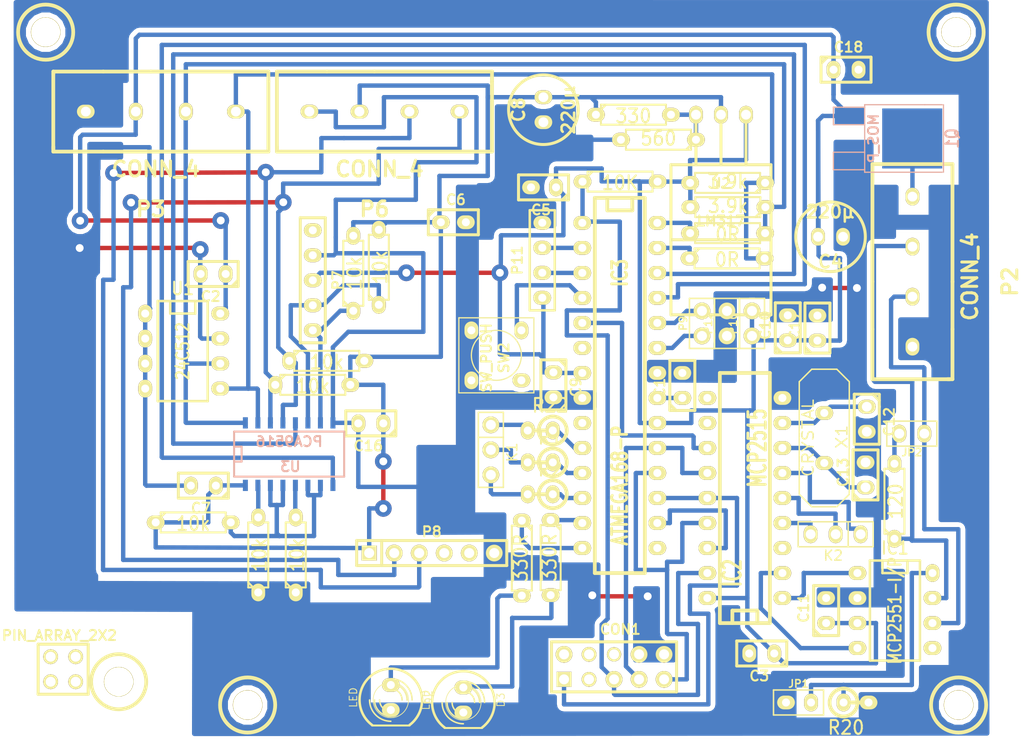
<source format=kicad_pcb>
(kicad_pcb (version 4) (host pcbnew 4.0.4-stable)

  (general
    (links 156)
    (no_connects 1)
    (area 39.763096 64.93256 144.0053 140.5382)
    (thickness 1.6)
    (drawings 0)
    (tracks 528)
    (zones 0)
    (modules 68)
    (nets 52)
  )

  (page A3)
  (layers
    (0 F.Cu signal)
    (31 B.Cu signal)
    (32 B.Adhes user)
    (33 F.Adhes user)
    (34 B.Paste user)
    (35 F.Paste user)
    (36 B.SilkS user)
    (37 F.SilkS user)
    (38 B.Mask user)
    (39 F.Mask user)
    (40 Dwgs.User user)
    (41 Cmts.User user)
    (42 Eco1.User user)
    (43 Eco2.User user)
    (44 Edge.Cuts user)
  )

  (setup
    (last_trace_width 0.445)
    (user_trace_width 0.45)
    (trace_clearance 0.254)
    (zone_clearance 0.5)
    (zone_45_only no)
    (trace_min 0.254)
    (segment_width 0.2)
    (edge_width 0.1)
    (via_size 1.7)
    (via_drill 0.8)
    (via_min_size 0.889)
    (via_min_drill 0.508)
    (uvia_size 0.508)
    (uvia_drill 0.127)
    (uvias_allowed no)
    (uvia_min_size 0.508)
    (uvia_min_drill 0.127)
    (pcb_text_width 0.3)
    (pcb_text_size 1.5 1.5)
    (mod_edge_width 0.15)
    (mod_text_size 1 1)
    (mod_text_width 0.15)
    (pad_size 1.5 1.5)
    (pad_drill 1.016)
    (pad_to_mask_clearance 0)
    (aux_axis_origin 0 0)
    (visible_elements 7FFFFFFF)
    (pcbplotparams
      (layerselection 0x00030_80000001)
      (usegerberextensions false)
      (excludeedgelayer false)
      (linewidth 0.150000)
      (plotframeref false)
      (viasonmask false)
      (mode 1)
      (useauxorigin false)
      (hpglpennumber 1)
      (hpglpenspeed 20)
      (hpglpendiameter 15)
      (hpglpenoverlay 2)
      (psnegative false)
      (psa4output false)
      (plotreference false)
      (plotvalue false)
      (plotinvisibletext false)
      (padsonsilk false)
      (subtractmaskfromsilk false)
      (outputformat 2)
      (mirror false)
      (drillshape 2)
      (scaleselection 1)
      (outputdirectory ../))
  )

  (net 0 "")
  (net 1 +3.3V)
  (net 2 +5V)
  (net 3 /CANint)
  (net 4 /EN1)
  (net 5 /EN2)
  (net 6 /PB7)
  (net 7 /PD5)
  (net 8 /PD6)
  (net 9 /Rx)
  (net 10 /SCL)
  (net 11 /SCLL)
  (net 12 /SCL_CO2)
  (net 13 /SDA)
  (net 14 /SDAL)
  (net 15 /SDA_CO2)
  (net 16 /TX0RTS)
  (net 17 /TX1RTS)
  (net 18 /TX2RTS)
  (net 19 /Tx)
  (net 20 /adc0)
  (net 21 /adc1)
  (net 22 /cs)
  (net 23 /gnd)
  (net 24 /in)
  (net 25 /led1)
  (net 26 /led2)
  (net 27 /miso)
  (net 28 /mosi)
  (net 29 /osc1)
  (net 30 /osc2)
  (net 31 /reset)
  (net 32 /rxd)
  (net 33 /sck)
  (net 34 /txd)
  (net 35 N-000001)
  (net 36 N-0000010)
  (net 37 N-0000012)
  (net 38 N-0000015)
  (net 39 N-0000022)
  (net 40 N-0000025)
  (net 41 N-0000027)
  (net 42 N-0000028)
  (net 43 N-000003)
  (net 44 N-0000030)
  (net 45 N-0000032)
  (net 46 N-0000036)
  (net 47 N-0000045)
  (net 48 N-0000062)
  (net 49 N-0000063)
  (net 50 N-0000064)
  (net 51 N-0000065)

  (net_class Default "Dies ist die voreingestellte Netzklasse."
    (clearance 0.254)
    (trace_width 0.445)
    (via_dia 1.7)
    (via_drill 0.8)
    (uvia_dia 0.508)
    (uvia_drill 0.127)
    (add_net /CANint)
    (add_net /EN1)
    (add_net /EN2)
    (add_net /PB7)
    (add_net /PD5)
    (add_net /PD6)
    (add_net /Rx)
    (add_net /SCL)
    (add_net /SCLL)
    (add_net /SCL_CO2)
    (add_net /SDA)
    (add_net /SDAL)
    (add_net /SDA_CO2)
    (add_net /TX0RTS)
    (add_net /TX1RTS)
    (add_net /TX2RTS)
    (add_net /Tx)
    (add_net /adc0)
    (add_net /adc1)
    (add_net /cs)
    (add_net /gnd)
    (add_net /led1)
    (add_net /led2)
    (add_net /miso)
    (add_net /mosi)
    (add_net /osc1)
    (add_net /osc2)
    (add_net /reset)
    (add_net /rxd)
    (add_net /sck)
    (add_net /txd)
    (add_net N-000001)
    (add_net N-0000010)
    (add_net N-0000012)
    (add_net N-0000015)
    (add_net N-0000022)
    (add_net N-0000025)
    (add_net N-0000027)
    (add_net N-0000028)
    (add_net N-000003)
    (add_net N-0000030)
    (add_net N-0000032)
    (add_net N-0000036)
    (add_net N-0000045)
    (add_net N-0000062)
    (add_net N-0000063)
    (add_net N-0000064)
    (add_net N-0000065)
  )

  (net_class dick ""
    (clearance 0.254)
    (trace_width 0.445)
    (via_dia 1.7)
    (via_drill 0.8)
    (uvia_dia 0.508)
    (uvia_drill 0.127)
    (add_net +3.3V)
    (add_net +5V)
  )

  (net_class fett ""
    (clearance 0.254)
    (trace_width 0.445)
    (via_dia 1.7)
    (via_drill 0.8)
    (uvia_dia 0.508)
    (uvia_drill 0.127)
    (add_net /in)
  )

  (module LM317_132 (layer F.Cu) (tedit 527E3FD5) (tstamp 527F9A9D)
    (at 113.03 76.581 270)
    (descr LM317_132)
    (tags "TR TO220 DEV")
    (path /526ABD7E)
    (fp_text reference U2 (at 6.985 0 360) (layer F.SilkS)
      (effects (font (size 1.016 1.016) (thickness 0.2032)))
    )
    (fp_text value LM317 (at 10.795 0 360) (layer F.SilkS)
      (effects (font (size 1.016 1.016) (thickness 0.2032)))
    )
    (fp_line (start 0 -2.54) (end 5.08 -2.54) (layer F.SilkS) (width 0.3048))
    (fp_line (start 0 0) (end 5.08 0) (layer F.SilkS) (width 0.3048))
    (fp_line (start 0 2.54) (end 5.08 2.54) (layer F.SilkS) (width 0.3048))
    (fp_line (start 5.08 5.08) (end 20.32 5.08) (layer F.SilkS) (width 0.3048))
    (fp_line (start 20.32 5.08) (end 20.32 -5.08) (layer F.SilkS) (width 0.3048))
    (fp_line (start 20.32 -5.08) (end 5.08 -5.08) (layer F.SilkS) (width 0.3048))
    (fp_line (start 5.08 -5.08) (end 5.08 5.08) (layer F.SilkS) (width 0.3048))
    (fp_line (start 12.7 3.81) (end 12.7 -5.08) (layer F.SilkS) (width 0.3048))
    (fp_line (start 12.7 3.81) (end 12.7 5.08) (layer F.SilkS) (width 0.3048))
    (pad 2 thru_hole oval (at 0 2.54) (size 1.4 1.8) (drill 1) (layers *.Cu *.Mask F.SilkS)
      (net 47 N-0000045))
    (pad 1 thru_hole oval (at 0 -2.54) (size 1.4 1.8) (drill 1) (layers *.Cu *.Mask F.SilkS)
      (net 2 +5V))
    (pad 3 thru_hole oval (at 0 0) (size 1.4 1.8) (drill 1) (layers *.Cu *.Mask F.SilkS)
      (net 1 +3.3V))
    (model to-xxx-packages/to220ab.wrl
      (at (xyz 0 0 0))
      (scale (xyz 1 1 1))
      (rotate (xyz 0 0 0))
    )
  )

  (module PIN_ARRAY_4x1 (layer F.Cu) (tedit 527DF8AF) (tstamp 527F9A83)
    (at 94.8817 91.3638 90)
    (descr "Double rangee de contacts 2 x 5 pins")
    (tags CONN)
    (path /527DFA75)
    (fp_text reference P11 (at 0 -2.54 90) (layer F.SilkS)
      (effects (font (size 1.016 1.016) (thickness 0.2032)))
    )
    (fp_text value CONN_4 (at 0 2.54 90) (layer F.SilkS) hide
      (effects (font (size 1.016 1.016) (thickness 0.2032)))
    )
    (fp_line (start 5.08 1.27) (end -5.08 1.27) (layer F.SilkS) (width 0.254))
    (fp_line (start 5.08 -1.27) (end -5.08 -1.27) (layer F.SilkS) (width 0.254))
    (fp_line (start -5.08 -1.27) (end -5.08 1.27) (layer F.SilkS) (width 0.254))
    (fp_line (start 5.08 1.27) (end 5.08 -1.27) (layer F.SilkS) (width 0.254))
    (pad 1 thru_hole oval (at -3.81 0 90) (size 1.4 1.8) (drill 0.8128) (layers *.Cu *.Mask F.SilkS)
      (net 2 +5V))
    (pad 2 thru_hole oval (at -1.27 0 90) (size 1.4 1.8) (drill 0.8128) (layers *.Cu *.Mask F.SilkS)
      (net 34 /txd))
    (pad 3 thru_hole oval (at 1.27 0 90) (size 1.4 1.8) (drill 0.8128) (layers *.Cu *.Mask F.SilkS)
      (net 32 /rxd))
    (pad 4 thru_hole oval (at 3.81 0 90) (size 1.4 1.8) (drill 0.8128) (layers *.Cu *.Mask F.SilkS)
      (net 23 /gnd))
    (model pin_array\pins_array_4x1.wrl
      (at (xyz 0 0 0))
      (scale (xyz 1 1 1))
      (rotate (xyz 0 0 0))
    )
  )

  (module C1 (layer F.Cu) (tedit 5279EF7E) (tstamp 527F9A79)
    (at 122.82424 98.2472 90)
    (descr "Condensateur e = 1 pas")
    (tags C)
    (path /5279EED7)
    (fp_text reference C17 (at 0.254 -2.286 90) (layer F.SilkS)
      (effects (font (size 1.016 1.016) (thickness 0.2032)))
    )
    (fp_text value 10n (at 0 -2.286 90) (layer F.SilkS) hide
      (effects (font (size 1.016 1.016) (thickness 0.2032)))
    )
    (fp_line (start -2.4892 -1.27) (end 2.54 -1.27) (layer F.SilkS) (width 0.3048))
    (fp_line (start 2.54 -1.27) (end 2.54 1.27) (layer F.SilkS) (width 0.3048))
    (fp_line (start 2.54 1.27) (end -2.54 1.27) (layer F.SilkS) (width 0.3048))
    (fp_line (start -2.54 1.27) (end -2.54 -1.27) (layer F.SilkS) (width 0.3048))
    (fp_line (start -2.54 -0.635) (end -1.905 -1.27) (layer F.SilkS) (width 0.3048))
    (pad 1 thru_hole oval (at -1.27 0 90) (size 1.4 1.8) (drill 0.8128) (layers *.Cu *.Mask F.SilkS)
      (net 2 +5V))
    (pad 2 thru_hole oval (at 1.27 0 90) (size 1.4 1.8) (drill 0.8128) (layers *.Cu *.Mask F.SilkS)
      (net 23 /gnd))
    (model discret/capa_1_pas.wrl
      (at (xyz 0 0 0))
      (scale (xyz 1 1 1))
      (rotate (xyz 0 0 0))
    )
  )

  (module PIN_ARRAY_2X1 (layer F.Cu) (tedit 529B9C0B) (tstamp 527F9A70)
    (at 116.1796 97.7773 90)
    (descr "Connecteurs 2 pins")
    (tags "CONN DEV")
    (path /5279E52F)
    (fp_text reference P10 (at 0 -1.905 90) (layer F.SilkS)
      (effects (font (size 0.762 0.762) (thickness 0.1524)))
    )
    (fp_text value CONN_2 (at 0 -1.905 90) (layer F.SilkS) hide
      (effects (font (size 0.762 0.762) (thickness 0.1524)))
    )
    (fp_line (start -2.54 1.27) (end -2.54 -1.27) (layer F.SilkS) (width 0.1524))
    (fp_line (start -2.54 -1.27) (end 2.54 -1.27) (layer F.SilkS) (width 0.1524))
    (fp_line (start 2.54 -1.27) (end 2.54 1.27) (layer F.SilkS) (width 0.1524))
    (fp_line (start 2.54 1.27) (end -2.54 1.27) (layer F.SilkS) (width 0.1524))
    (pad 1 thru_hole circle (at -1.27 0 90) (size 1.7 1.7) (drill 1.016) (layers *.Cu *.Mask F.SilkS)
      (net 2 +5V))
    (pad 2 thru_hole circle (at 1.27 0 90) (size 1.7 1.7) (drill 1.016) (layers *.Cu *.Mask F.SilkS)
      (net 2 +5V))
    (model pin_array/pins_array_2x1.wrl
      (at (xyz 0 0 0))
      (scale (xyz 1 1 1))
      (rotate (xyz 0 0 0))
    )
  )

  (module elko_5mm (layer F.Cu) (tedit 52780919) (tstamp 527F9A6A)
    (at 94.996 76.073 270)
    (descr "Condensateur polarise")
    (tags CP)
    (path /526ABDB2)
    (fp_text reference C8 (at 0 2.54 270) (layer F.SilkS)
      (effects (font (size 1.27 1.27) (thickness 0.254)))
    )
    (fp_text value 220µ (at 0 -2.54 270) (layer F.SilkS)
      (effects (font (size 1.27 1.27) (thickness 0.254)))
    )
    (fp_circle (center 0 0) (end 2.5 -2.5) (layer F.SilkS) (width 0.3048))
    (pad 1 thru_hole oval (at -1.27 0 270) (size 1.4 1.8) (drill 1) (layers *.Cu *.Mask F.SilkS)
      (net 1 +3.3V))
    (pad 2 thru_hole oval (at 1.27 0 270) (size 1.4 1.8) (drill 1) (layers *.Cu *.Mask F.SilkS)
      (net 23 /gnd))
    (model discret/c_vert_c2v10.wrl
      (at (xyz 0 0 0))
      (scale (xyz 1 1 1))
      (rotate (xyz 0 0 0))
    )
  )

  (module elko_5mm (layer F.Cu) (tedit 52780919) (tstamp 527F9A64)
    (at 124.1552 88.9762)
    (descr "Condensateur polarise")
    (tags CP)
    (path /526ABC63)
    (fp_text reference C4 (at 0 2.54) (layer F.SilkS)
      (effects (font (size 1.27 1.27) (thickness 0.254)))
    )
    (fp_text value 220µ (at 0 -2.54) (layer F.SilkS)
      (effects (font (size 1.27 1.27) (thickness 0.254)))
    )
    (fp_circle (center 0 0) (end 2.5 -2.5) (layer F.SilkS) (width 0.3048))
    (pad 1 thru_hole oval (at -1.27 0) (size 1.4 1.8) (drill 1) (layers *.Cu *.Mask F.SilkS)
      (net 2 +5V))
    (pad 2 thru_hole oval (at 1.27 0) (size 1.4 1.8) (drill 1) (layers *.Cu *.Mask F.SilkS)
      (net 23 /gnd))
    (model discret/c_vert_c2v10.wrl
      (at (xyz 0 0 0))
      (scale (xyz 1 1 1))
      (rotate (xyz 0 0 0))
    )
  )

  (module R3 (layer F.Cu) (tedit 527766C3) (tstamp 527F9A30)
    (at 59.436 117.983)
    (descr "Resitance 3 pas")
    (tags R)
    (path /52776746)
    (autoplace_cost180 10)
    (fp_text reference R5 (at 0 0.127) (layer F.SilkS) hide
      (effects (font (size 1.397 1.27) (thickness 0.2032)))
    )
    (fp_text value 10k (at 0 0.127) (layer F.SilkS)
      (effects (font (size 1.397 1.27) (thickness 0.2032)))
    )
    (fp_line (start -3.81 0) (end -3.302 0) (layer F.SilkS) (width 0.2032))
    (fp_line (start 3.81 0) (end 3.302 0) (layer F.SilkS) (width 0.2032))
    (fp_line (start 3.302 0) (end 3.302 -1.016) (layer F.SilkS) (width 0.2032))
    (fp_line (start 3.302 -1.016) (end -3.302 -1.016) (layer F.SilkS) (width 0.2032))
    (fp_line (start -3.302 -1.016) (end -3.302 1.016) (layer F.SilkS) (width 0.2032))
    (fp_line (start -3.302 1.016) (end 3.302 1.016) (layer F.SilkS) (width 0.2032))
    (fp_line (start 3.302 1.016) (end 3.302 0) (layer F.SilkS) (width 0.2032))
    (fp_line (start -3.302 -0.508) (end -2.794 -1.016) (layer F.SilkS) (width 0.2032))
    (pad 1 thru_hole oval (at -3.81 0 90) (size 1.4 1.8) (drill 0.8128) (layers *.Cu *.Mask F.SilkS)
      (net 1 +3.3V))
    (pad 2 thru_hole oval (at 3.81 0 90) (size 1.4 1.8) (drill 0.8128) (layers *.Cu *.Mask F.SilkS)
      (net 39 N-0000022))
    (model discret/resistor.wrl
      (at (xyz 0 0 0))
      (scale (xyz 0.3 0.3 0.3))
      (rotate (xyz 0 0 0))
    )
  )

  (module SW_PUSH_SMALL_2 (layer F.Cu) (tedit 52AD87F1) (tstamp 527F9A24)
    (at 90.2208 101.2698 270)
    (path /527231DE)
    (fp_text reference SW2 (at 0 -0.762 270) (layer F.SilkS)
      (effects (font (size 1.016 1.016) (thickness 0.2032)))
    )
    (fp_text value SW_PUSH (at 0 1.016 270) (layer F.SilkS)
      (effects (font (size 1.016 1.016) (thickness 0.2032)))
    )
    (fp_circle (center -0.254 0) (end -0.254 -2.54) (layer F.SilkS) (width 0.127))
    (fp_line (start -4.064 -3.81) (end 3.556 -3.81) (layer F.SilkS) (width 0.127))
    (fp_line (start 3.556 -3.81) (end 3.556 3.81) (layer F.SilkS) (width 0.127))
    (fp_line (start 3.556 3.81) (end -4.064 3.81) (layer F.SilkS) (width 0.127))
    (fp_line (start -4.064 -3.81) (end -4.064 3.81) (layer F.SilkS) (width 0.127))
    (pad 1 thru_hole oval (at 2.286 -2.54 270) (size 1.4 1.8) (drill 0.8128) (layers *.Cu *.Mask F.SilkS)
      (net 38 N-0000015))
    (pad 2 thru_hole oval (at 2.286 2.54) (size 1.4 1.8) (drill 0.8128) (layers *.Cu *.Mask F.SilkS)
      (net 23 /gnd))
    (pad 1 thru_hole oval (at -2.794 -2.54) (size 1.4 1.8) (drill 0.8128) (layers *.Cu *.Mask F.SilkS)
      (net 38 N-0000015))
    (pad 2 thru_hole oval (at -2.794 2.54) (size 1.4 1.8) (drill 0.8128) (layers *.Cu *.Mask F.SilkS)
      (net 23 /gnd))
  )

  (module PIN_ARRAY_3X1 (layer F.Cu) (tedit 5274CDB3) (tstamp 527F9A19)
    (at 124.6759 119.1895 180)
    (descr "Connecteur 3 pins")
    (tags "CONN DEV")
    (path /52722F08)
    (fp_text reference K2 (at 0.254 -2.159 180) (layer F.SilkS)
      (effects (font (size 1.016 1.016) (thickness 0.1524)))
    )
    (fp_text value CONN_3 (at 0 -2.159 180) (layer F.SilkS) hide
      (effects (font (size 1.016 1.016) (thickness 0.1524)))
    )
    (fp_line (start -3.81 1.27) (end -3.81 -1.27) (layer F.SilkS) (width 0.1524))
    (fp_line (start -3.81 -1.27) (end 3.81 -1.27) (layer F.SilkS) (width 0.1524))
    (fp_line (start 3.81 -1.27) (end 3.81 1.27) (layer F.SilkS) (width 0.1524))
    (fp_line (start 3.81 1.27) (end -3.81 1.27) (layer F.SilkS) (width 0.1524))
    (fp_line (start -1.27 -1.27) (end -1.27 1.27) (layer F.SilkS) (width 0.1524))
    (pad 1 thru_hole oval (at -2.54 0 180) (size 1.4 1.8) (drill 1) (layers *.Cu *.Mask F.SilkS)
      (net 18 /TX2RTS))
    (pad 2 thru_hole oval (at 0 0 180) (size 1.4 1.8) (drill 1) (layers *.Cu *.Mask F.SilkS)
      (net 17 /TX1RTS))
    (pad 3 thru_hole oval (at 2.54 0 180) (size 1.4 1.8) (drill 1) (layers *.Cu *.Mask F.SilkS)
      (net 16 /TX0RTS))
    (model pin_array/pins_array_3x1.wrl
      (at (xyz 0 0 0))
      (scale (xyz 1 1 1))
      (rotate (xyz 0 0 0))
    )
  )

  (module R3 (layer F.Cu) (tedit 527362EC) (tstamp 527F9A0C)
    (at 66.04 121.285 90)
    (descr "Resitance 3 pas")
    (tags R)
    (path /52716EB1)
    (autoplace_cost180 10)
    (fp_text reference R19 (at 0 0.127 90) (layer F.SilkS) hide
      (effects (font (size 1.397 1.27) (thickness 0.2032)))
    )
    (fp_text value 10k (at 0 0.127 90) (layer F.SilkS)
      (effects (font (size 1.397 1.27) (thickness 0.2032)))
    )
    (fp_line (start -3.81 0) (end -3.302 0) (layer F.SilkS) (width 0.2032))
    (fp_line (start 3.81 0) (end 3.302 0) (layer F.SilkS) (width 0.2032))
    (fp_line (start 3.302 0) (end 3.302 -1.016) (layer F.SilkS) (width 0.2032))
    (fp_line (start 3.302 -1.016) (end -3.302 -1.016) (layer F.SilkS) (width 0.2032))
    (fp_line (start -3.302 -1.016) (end -3.302 1.016) (layer F.SilkS) (width 0.2032))
    (fp_line (start -3.302 1.016) (end 3.302 1.016) (layer F.SilkS) (width 0.2032))
    (fp_line (start 3.302 1.016) (end 3.302 0) (layer F.SilkS) (width 0.2032))
    (fp_line (start -3.302 -0.508) (end -2.794 -1.016) (layer F.SilkS) (width 0.2032))
    (pad 1 thru_hole oval (at -3.81 0 180) (size 1.4 1.8) (drill 0.8128) (layers *.Cu *.Mask F.SilkS)
      (net 23 /gnd))
    (pad 2 thru_hole oval (at 3.81 0 180) (size 1.4 1.8) (drill 0.8128) (layers *.Cu *.Mask F.SilkS)
      (net 43 N-000003))
    (model discret/resistor.wrl
      (at (xyz 0 0 0))
      (scale (xyz 0.3 0.3 0.3))
      (rotate (xyz 0 0 0))
    )
  )

  (module R3 (layer F.Cu) (tedit 527362E7) (tstamp 527F99FF)
    (at 69.85 121.285 90)
    (descr "Resitance 3 pas")
    (tags R)
    (path /52716EA7)
    (autoplace_cost180 10)
    (fp_text reference R18 (at 0 0.127 90) (layer F.SilkS) hide
      (effects (font (size 1.397 1.27) (thickness 0.2032)))
    )
    (fp_text value 10k (at 0 0.127 90) (layer F.SilkS)
      (effects (font (size 1.397 1.27) (thickness 0.2032)))
    )
    (fp_line (start -3.81 0) (end -3.302 0) (layer F.SilkS) (width 0.2032))
    (fp_line (start 3.81 0) (end 3.302 0) (layer F.SilkS) (width 0.2032))
    (fp_line (start 3.302 0) (end 3.302 -1.016) (layer F.SilkS) (width 0.2032))
    (fp_line (start 3.302 -1.016) (end -3.302 -1.016) (layer F.SilkS) (width 0.2032))
    (fp_line (start -3.302 -1.016) (end -3.302 1.016) (layer F.SilkS) (width 0.2032))
    (fp_line (start -3.302 1.016) (end 3.302 1.016) (layer F.SilkS) (width 0.2032))
    (fp_line (start 3.302 1.016) (end 3.302 0) (layer F.SilkS) (width 0.2032))
    (fp_line (start -3.302 -0.508) (end -2.794 -1.016) (layer F.SilkS) (width 0.2032))
    (pad 1 thru_hole oval (at -3.81 0 180) (size 1.4 1.8) (drill 0.8128) (layers *.Cu *.Mask F.SilkS)
      (net 23 /gnd))
    (pad 2 thru_hole oval (at 3.81 0 180) (size 1.4 1.8) (drill 0.8128) (layers *.Cu *.Mask F.SilkS)
      (net 35 N-000001))
    (model discret/resistor.wrl
      (at (xyz 0 0 0))
      (scale (xyz 0.3 0.3 0.3))
      (rotate (xyz 0 0 0))
    )
  )

  (module R3 (layer F.Cu) (tedit 5272D90D) (tstamp 527F99F2)
    (at 95.7326 121.55932 270)
    (descr "Resitance 3 pas")
    (tags R)
    (path /52702906)
    (autoplace_cost180 10)
    (fp_text reference R17 (at 0 0.127 270) (layer F.SilkS) hide
      (effects (font (size 1.397 1.27) (thickness 0.2032)))
    )
    (fp_text value 330R (at 0 0.127 270) (layer F.SilkS)
      (effects (font (size 1.397 1.27) (thickness 0.2032)))
    )
    (fp_line (start -3.81 0) (end -3.302 0) (layer F.SilkS) (width 0.2032))
    (fp_line (start 3.81 0) (end 3.302 0) (layer F.SilkS) (width 0.2032))
    (fp_line (start 3.302 0) (end 3.302 -1.016) (layer F.SilkS) (width 0.2032))
    (fp_line (start 3.302 -1.016) (end -3.302 -1.016) (layer F.SilkS) (width 0.2032))
    (fp_line (start -3.302 -1.016) (end -3.302 1.016) (layer F.SilkS) (width 0.2032))
    (fp_line (start -3.302 1.016) (end 3.302 1.016) (layer F.SilkS) (width 0.2032))
    (fp_line (start 3.302 1.016) (end 3.302 0) (layer F.SilkS) (width 0.2032))
    (fp_line (start -3.302 -0.508) (end -2.794 -1.016) (layer F.SilkS) (width 0.2032))
    (pad 1 thru_hole oval (at -3.81 0 270) (size 1.4 1.8) (drill 0.8128) (layers *.Cu *.Mask F.SilkS)
      (net 26 /led2))
    (pad 2 thru_hole oval (at 3.81 0 270) (size 1.4 1.8) (drill 0.8128) (layers *.Cu *.Mask F.SilkS)
      (net 37 N-0000012))
    (model discret/resistor.wrl
      (at (xyz 0 0 0))
      (scale (xyz 0.3 0.3 0.3))
      (rotate (xyz 0 0 0))
    )
  )

  (module R3 (layer F.Cu) (tedit 5272D910) (tstamp 527F99E5)
    (at 92.80652 121.61012 270)
    (descr "Resitance 3 pas")
    (tags R)
    (path /527028F9)
    (autoplace_cost180 10)
    (fp_text reference R16 (at 0 0.127 270) (layer F.SilkS) hide
      (effects (font (size 1.397 1.27) (thickness 0.2032)))
    )
    (fp_text value 330R (at 0 0.127 270) (layer F.SilkS)
      (effects (font (size 1.397 1.27) (thickness 0.2032)))
    )
    (fp_line (start -3.81 0) (end -3.302 0) (layer F.SilkS) (width 0.2032))
    (fp_line (start 3.81 0) (end 3.302 0) (layer F.SilkS) (width 0.2032))
    (fp_line (start 3.302 0) (end 3.302 -1.016) (layer F.SilkS) (width 0.2032))
    (fp_line (start 3.302 -1.016) (end -3.302 -1.016) (layer F.SilkS) (width 0.2032))
    (fp_line (start -3.302 -1.016) (end -3.302 1.016) (layer F.SilkS) (width 0.2032))
    (fp_line (start -3.302 1.016) (end 3.302 1.016) (layer F.SilkS) (width 0.2032))
    (fp_line (start 3.302 1.016) (end 3.302 0) (layer F.SilkS) (width 0.2032))
    (fp_line (start -3.302 -0.508) (end -2.794 -1.016) (layer F.SilkS) (width 0.2032))
    (pad 1 thru_hole oval (at -3.81 0 270) (size 1.4 1.8) (drill 0.8128) (layers *.Cu *.Mask F.SilkS)
      (net 25 /led1))
    (pad 2 thru_hole oval (at 3.81 0 270) (size 1.4 1.8) (drill 0.8128) (layers *.Cu *.Mask F.SilkS)
      (net 36 N-0000010))
    (model discret/resistor.wrl
      (at (xyz 0 0 0))
      (scale (xyz 0.3 0.3 0.3))
      (rotate (xyz 0 0 0))
    )
  )

  (module LED-5MM (layer F.Cu) (tedit 527DFA88) (tstamp 527F99D7)
    (at 86.868 136.017 270)
    (descr "LED 5mm - Lead pitch 100mil (2,54mm)")
    (tags "LED led 5mm 5MM 100mil 2,54mm")
    (path /527028EB)
    (fp_text reference D3 (at 0 -3.81 270) (layer F.SilkS)
      (effects (font (size 0.762 0.762) (thickness 0.0889)))
    )
    (fp_text value LED (at 0 3.81 270) (layer F.SilkS)
      (effects (font (size 0.762 0.762) (thickness 0.0889)))
    )
    (fp_line (start 2.8448 1.905) (end 2.8448 -1.905) (layer F.SilkS) (width 0.2032))
    (fp_circle (center 0.254 0) (end -1.016 1.27) (layer F.SilkS) (width 0.0762))
    (fp_arc (start 0.254 0) (end 2.794 1.905) (angle 286.2) (layer F.SilkS) (width 0.254))
    (fp_arc (start 0.254 0) (end -0.889 0) (angle 90) (layer F.SilkS) (width 0.1524))
    (fp_arc (start 0.254 0) (end 1.397 0) (angle 90) (layer F.SilkS) (width 0.1524))
    (fp_arc (start 0.254 0) (end -1.397 0) (angle 90) (layer F.SilkS) (width 0.1524))
    (fp_arc (start 0.254 0) (end 1.905 0) (angle 90) (layer F.SilkS) (width 0.1524))
    (fp_arc (start 0.254 0) (end -1.905 0) (angle 90) (layer F.SilkS) (width 0.1524))
    (fp_arc (start 0.254 0) (end 2.413 0) (angle 90) (layer F.SilkS) (width 0.1524))
    (pad 1 thru_hole oval (at -1.27 0 270) (size 1.4 1.8) (drill 0.8128) (layers *.Cu *.Mask F.SilkS)
      (net 37 N-0000012))
    (pad 2 thru_hole oval (at 1.27 0 270) (size 1.4 1.8) (drill 0.8128) (layers *.Cu *.Mask F.SilkS)
      (net 23 /gnd))
    (model discret/leds/led5_vertical_verde.wrl
      (at (xyz 0 0 0))
      (scale (xyz 1 1 1))
      (rotate (xyz 0 0 0))
    )
  )

  (module LED-5MM (layer F.Cu) (tedit 527DFA82) (tstamp 527F99C9)
    (at 79.502 135.763 270)
    (descr "LED 5mm - Lead pitch 100mil (2,54mm)")
    (tags "LED led 5mm 5MM 100mil 2,54mm")
    (path /527028DE)
    (fp_text reference D2 (at 0 -3.81 270) (layer F.SilkS)
      (effects (font (size 0.762 0.762) (thickness 0.0889)))
    )
    (fp_text value LED (at 0 3.81 270) (layer F.SilkS)
      (effects (font (size 0.762 0.762) (thickness 0.0889)))
    )
    (fp_line (start 2.8448 1.905) (end 2.8448 -1.905) (layer F.SilkS) (width 0.2032))
    (fp_circle (center 0.254 0) (end -1.016 1.27) (layer F.SilkS) (width 0.0762))
    (fp_arc (start 0.254 0) (end 2.794 1.905) (angle 286.2) (layer F.SilkS) (width 0.254))
    (fp_arc (start 0.254 0) (end -0.889 0) (angle 90) (layer F.SilkS) (width 0.1524))
    (fp_arc (start 0.254 0) (end 1.397 0) (angle 90) (layer F.SilkS) (width 0.1524))
    (fp_arc (start 0.254 0) (end -1.397 0) (angle 90) (layer F.SilkS) (width 0.1524))
    (fp_arc (start 0.254 0) (end 1.905 0) (angle 90) (layer F.SilkS) (width 0.1524))
    (fp_arc (start 0.254 0) (end -1.905 0) (angle 90) (layer F.SilkS) (width 0.1524))
    (fp_arc (start 0.254 0) (end 2.413 0) (angle 90) (layer F.SilkS) (width 0.1524))
    (pad 1 thru_hole oval (at -1.27 0 270) (size 1.4 1.8) (drill 0.8128) (layers *.Cu *.Mask F.SilkS)
      (net 36 N-0000010))
    (pad 2 thru_hole oval (at 1.27 0 270) (size 1.4 1.8) (drill 0.8128) (layers *.Cu *.Mask F.SilkS)
      (net 23 /gnd))
    (model discret/leds/led5_vertical_verde.wrl
      (at (xyz 0 0 0))
      (scale (xyz 1 1 1))
      (rotate (xyz 0 0 0))
    )
  )

  (module R3 (layer F.Cu) (tedit 4E4C0E65) (tstamp 527F99B1)
    (at 113.7285 85.9663 180)
    (descr "Resitance 3 pas")
    (tags R)
    (path /526EDA27)
    (autoplace_cost180 10)
    (fp_text reference R15 (at 0 0.127 180) (layer F.SilkS) hide
      (effects (font (size 1.397 1.27) (thickness 0.2032)))
    )
    (fp_text value 3.9k (at 0 0.127 180) (layer F.SilkS)
      (effects (font (size 1.397 1.27) (thickness 0.2032)))
    )
    (fp_line (start -3.81 0) (end -3.302 0) (layer F.SilkS) (width 0.2032))
    (fp_line (start 3.81 0) (end 3.302 0) (layer F.SilkS) (width 0.2032))
    (fp_line (start 3.302 0) (end 3.302 -1.016) (layer F.SilkS) (width 0.2032))
    (fp_line (start 3.302 -1.016) (end -3.302 -1.016) (layer F.SilkS) (width 0.2032))
    (fp_line (start -3.302 -1.016) (end -3.302 1.016) (layer F.SilkS) (width 0.2032))
    (fp_line (start -3.302 1.016) (end 3.302 1.016) (layer F.SilkS) (width 0.2032))
    (fp_line (start 3.302 1.016) (end 3.302 0) (layer F.SilkS) (width 0.2032))
    (fp_line (start -3.302 -0.508) (end -2.794 -1.016) (layer F.SilkS) (width 0.2032))
    (pad 1 thru_hole oval (at -3.81 0 270) (size 1.4 1.8) (drill 0.8128) (layers *.Cu *.Mask F.SilkS)
      (net 10 /SCL))
    (pad 2 thru_hole oval (at 3.81 0 270) (size 1.4 1.8) (drill 0.8128) (layers *.Cu *.Mask F.SilkS)
      (net 2 +5V))
    (model discret/resistor.wrl
      (at (xyz 0 0 0))
      (scale (xyz 0.3 0.3 0.3))
      (rotate (xyz 0 0 0))
    )
  )

  (module R3 (layer F.Cu) (tedit 4E4C0E65) (tstamp 527F99A4)
    (at 113.7031 83.5025 180)
    (descr "Resitance 3 pas")
    (tags R)
    (path /526EDA21)
    (autoplace_cost180 10)
    (fp_text reference R14 (at 0 0.127 180) (layer F.SilkS) hide
      (effects (font (size 1.397 1.27) (thickness 0.2032)))
    )
    (fp_text value 3.9k (at 0 0.127 180) (layer F.SilkS)
      (effects (font (size 1.397 1.27) (thickness 0.2032)))
    )
    (fp_line (start -3.81 0) (end -3.302 0) (layer F.SilkS) (width 0.2032))
    (fp_line (start 3.81 0) (end 3.302 0) (layer F.SilkS) (width 0.2032))
    (fp_line (start 3.302 0) (end 3.302 -1.016) (layer F.SilkS) (width 0.2032))
    (fp_line (start 3.302 -1.016) (end -3.302 -1.016) (layer F.SilkS) (width 0.2032))
    (fp_line (start -3.302 -1.016) (end -3.302 1.016) (layer F.SilkS) (width 0.2032))
    (fp_line (start -3.302 1.016) (end 3.302 1.016) (layer F.SilkS) (width 0.2032))
    (fp_line (start 3.302 1.016) (end 3.302 0) (layer F.SilkS) (width 0.2032))
    (fp_line (start -3.302 -0.508) (end -2.794 -1.016) (layer F.SilkS) (width 0.2032))
    (pad 1 thru_hole oval (at -3.81 0 270) (size 1.4 1.8) (drill 0.8128) (layers *.Cu *.Mask F.SilkS)
      (net 13 /SDA))
    (pad 2 thru_hole oval (at 3.81 0 270) (size 1.4 1.8) (drill 0.8128) (layers *.Cu *.Mask F.SilkS)
      (net 2 +5V))
    (model discret/resistor.wrl
      (at (xyz 0 0 0))
      (scale (xyz 0.3 0.3 0.3))
      (rotate (xyz 0 0 0))
    )
  )

  (module SO16N (layer B.Cu) (tedit 200000) (tstamp 527F998A)
    (at 69.1769 111.0488)
    (descr "Module CMS SOJ 16 pins large")
    (tags "CMS SOJ")
    (path /526EC458)
    (attr smd)
    (fp_text reference U3 (at 0.127 1.27) (layer B.SilkS)
      (effects (font (size 1.016 1.016) (thickness 0.2032)) (justify mirror))
    )
    (fp_text value PCA9516 (at 0 -1.27) (layer B.SilkS)
      (effects (font (size 1.016 1.016) (thickness 0.2032)) (justify mirror))
    )
    (fp_line (start -5.588 0.762) (end -4.826 0.762) (layer B.SilkS) (width 0.2032))
    (fp_line (start -4.826 0.762) (end -4.826 -0.762) (layer B.SilkS) (width 0.2032))
    (fp_line (start -4.826 -0.762) (end -5.588 -0.762) (layer B.SilkS) (width 0.2032))
    (fp_line (start 5.588 2.286) (end 5.588 -2.286) (layer B.SilkS) (width 0.2032))
    (fp_line (start 5.588 -2.286) (end -5.588 -2.286) (layer B.SilkS) (width 0.2032))
    (fp_line (start -5.588 -2.286) (end -5.588 2.286) (layer B.SilkS) (width 0.2032))
    (fp_line (start -5.588 2.286) (end 5.588 2.286) (layer B.SilkS) (width 0.2032))
    (pad 16 smd rect (at -4.445 3.175) (size 0.508 1.143) (layers B.Cu B.Paste B.Mask)
      (net 1 +3.3V))
    (pad 14 smd rect (at -1.905 3.175) (size 0.508 1.143) (layers B.Cu B.Paste B.Mask)
      (net 39 N-0000022))
    (pad 13 smd rect (at -0.635 3.175) (size 0.508 1.143) (layers B.Cu B.Paste B.Mask)
      (net 39 N-0000022))
    (pad 12 smd rect (at 0.635 3.175) (size 0.508 1.143) (layers B.Cu B.Paste B.Mask)
      (net 35 N-000001))
    (pad 11 smd rect (at 1.905 3.175) (size 0.508 1.143) (layers B.Cu B.Paste B.Mask)
      (net 39 N-0000022))
    (pad 10 smd rect (at 3.175 3.175) (size 0.508 1.143) (layers B.Cu B.Paste B.Mask)
      (net 39 N-0000022))
    (pad 9 smd rect (at 4.445 3.175) (size 0.508 1.143) (layers B.Cu B.Paste B.Mask)
      (net 5 /EN2))
    (pad 8 smd rect (at 4.445 -3.175) (size 0.508 1.143) (layers B.Cu B.Paste B.Mask)
      (net 23 /gnd))
    (pad 7 smd rect (at 3.175 -3.175) (size 0.508 1.143) (layers B.Cu B.Paste B.Mask)
      (net 15 /SDA_CO2))
    (pad 6 smd rect (at 1.905 -3.175) (size 0.508 1.143) (layers B.Cu B.Paste B.Mask)
      (net 12 /SCL_CO2))
    (pad 5 smd rect (at 0.635 -3.175) (size 0.508 1.143) (layers B.Cu B.Paste B.Mask)
      (net 4 /EN1))
    (pad 4 smd rect (at -0.635 -3.175) (size 0.508 1.143) (layers B.Cu B.Paste B.Mask)
      (net 14 /SDAL))
    (pad 3 smd rect (at -1.905 -3.175) (size 0.508 1.143) (layers B.Cu B.Paste B.Mask)
      (net 11 /SCLL))
    (pad 2 smd rect (at -3.175 -3.175) (size 0.508 1.143) (layers B.Cu B.Paste B.Mask)
      (net 13 /SDA))
    (pad 1 smd rect (at -4.445 -3.175) (size 0.508 1.143) (layers B.Cu B.Paste B.Mask)
      (net 10 /SCL))
    (pad 15 smd rect (at -3.175 3.175) (size 0.508 1.143) (layers B.Cu B.Paste B.Mask)
      (net 43 N-000003))
    (model smd/cms_so16.wrl
      (at (xyz 0 0 0))
      (scale (xyz 0.5 0.4 0.5))
      (rotate (xyz 0 0 0))
    )
  )

  (module PIN_ARRAY-6X1 (layer F.Cu) (tedit 5277CF0B) (tstamp 527F997C)
    (at 83.6549 121.0945)
    (descr "Connecteur 6 pins")
    (tags "CONN DEV")
    (path /526D784A)
    (fp_text reference P8 (at 0 -2.159) (layer F.SilkS)
      (effects (font (size 1.016 1.016) (thickness 0.2032)))
    )
    (fp_text value CONN_6 (at 0 2.159) (layer F.SilkS) hide
      (effects (font (size 1.016 0.889) (thickness 0.2032)))
    )
    (fp_line (start -7.62 1.27) (end -7.62 -1.27) (layer F.SilkS) (width 0.3048))
    (fp_line (start -7.62 -1.27) (end 7.62 -1.27) (layer F.SilkS) (width 0.3048))
    (fp_line (start 7.62 -1.27) (end 7.62 1.27) (layer F.SilkS) (width 0.3048))
    (fp_line (start 7.62 1.27) (end -7.62 1.27) (layer F.SilkS) (width 0.3048))
    (fp_line (start -5.08 1.27) (end -5.08 -1.27) (layer F.SilkS) (width 0.3048))
    (pad 1 thru_hole rect (at -6.35 0) (size 1.524 1.524) (drill 1.016) (layers *.Cu *.Mask F.SilkS)
      (net 1 +3.3V))
    (pad 2 thru_hole circle (at -3.81 0) (size 1.7 1.7) (drill 1.016) (layers *.Cu *.Mask F.SilkS)
      (net 14 /SDAL))
    (pad 3 thru_hole circle (at -1.27 0) (size 1.7 1.7) (drill 1.016) (layers *.Cu *.Mask F.SilkS)
      (net 11 /SCLL))
    (pad 4 thru_hole circle (at 1.27 0) (size 1.7 1.7) (drill 1.016) (layers *.Cu *.Mask F.SilkS))
    (pad 5 thru_hole circle (at 3.81 0) (size 1.7 1.7) (drill 1.016) (layers *.Cu *.Mask F.SilkS))
    (pad 6 thru_hole circle (at 6.35 0) (size 1.7 1.7) (drill 1.016) (layers *.Cu *.Mask F.SilkS)
      (net 23 /gnd))
    (model pin_array/pins_array_6x1.wrl
      (at (xyz 0 0 0))
      (scale (xyz 1 1 1))
      (rotate (xyz 0 0 0))
    )
  )

  (module PIN_ARRAY_5x1 (layer F.Cu) (tedit 5270197F) (tstamp 527F9970)
    (at 71.5772 93.3958 270)
    (descr "Double rangee de contacts 2 x 5 pins")
    (tags CONN)
    (path /526D6FE1)
    (fp_text reference P7 (at 0 -2.54 270) (layer F.SilkS)
      (effects (font (size 1.016 1.016) (thickness 0.2032)))
    )
    (fp_text value CONN_5 (at 0 2.54 270) (layer F.SilkS) hide
      (effects (font (size 1.016 1.016) (thickness 0.2032)))
    )
    (fp_line (start -6.35 -1.27) (end -6.35 1.27) (layer F.SilkS) (width 0.3048))
    (fp_line (start 6.35 1.27) (end 6.35 -1.27) (layer F.SilkS) (width 0.3048))
    (fp_line (start -6.35 -1.27) (end 6.35 -1.27) (layer F.SilkS) (width 0.3048))
    (fp_line (start 6.35 1.27) (end -6.35 1.27) (layer F.SilkS) (width 0.3048))
    (pad 1 thru_hole oval (at -5.08 0 270) (size 1.4 1.8) (drill 0.8128) (layers *.Cu *.Mask F.SilkS))
    (pad 2 thru_hole oval (at -2.54 0 270) (size 1.4 1.8) (drill 0.8128) (layers *.Cu *.Mask F.SilkS)
      (net 23 /gnd))
    (pad 3 thru_hole oval (at 0 0 270) (size 1.4 1.8) (drill 0.8128) (layers *.Cu *.Mask F.SilkS)
      (net 2 +5V))
    (pad 4 thru_hole oval (at 2.54 0 270) (size 1.4 1.8) (drill 0.8128) (layers *.Cu *.Mask F.SilkS)
      (net 12 /SCL_CO2))
    (pad 5 thru_hole oval (at 5.08 0 270) (size 1.4 1.8) (drill 0.8128) (layers *.Cu *.Mask F.SilkS)
      (net 15 /SDA_CO2))
    (model pin_array/pins_array_5x1.wrl
      (at (xyz 0 0 0))
      (scale (xyz 1 1 1))
      (rotate (xyz 0 0 0))
    )
  )

  (module C1 (layer F.Cu) (tedit 3F92C496) (tstamp 527F9966)
    (at 60.4647 114.2492 180)
    (descr "Condensateur e = 1 pas")
    (tags C)
    (path /526ABDAC)
    (fp_text reference C7 (at 0.254 -2.286 180) (layer F.SilkS)
      (effects (font (size 1.016 1.016) (thickness 0.2032)))
    )
    (fp_text value 100n (at 0 -2.286 180) (layer F.SilkS) hide
      (effects (font (size 1.016 1.016) (thickness 0.2032)))
    )
    (fp_line (start -2.4892 -1.27) (end 2.54 -1.27) (layer F.SilkS) (width 0.3048))
    (fp_line (start 2.54 -1.27) (end 2.54 1.27) (layer F.SilkS) (width 0.3048))
    (fp_line (start 2.54 1.27) (end -2.54 1.27) (layer F.SilkS) (width 0.3048))
    (fp_line (start -2.54 1.27) (end -2.54 -1.27) (layer F.SilkS) (width 0.3048))
    (fp_line (start -2.54 -0.635) (end -1.905 -1.27) (layer F.SilkS) (width 0.3048))
    (pad 1 thru_hole oval (at -1.27 0 180) (size 1.4 1.8) (drill 0.8128) (layers *.Cu *.Mask F.SilkS)
      (net 1 +3.3V))
    (pad 2 thru_hole oval (at 1.27 0 180) (size 1.4 1.8) (drill 0.8128) (layers *.Cu *.Mask F.SilkS)
      (net 23 /gnd))
    (model discret/capa_1_pas.wrl
      (at (xyz 0 0 0))
      (scale (xyz 1 1 1))
      (rotate (xyz 0 0 0))
    )
  )

  (module C1 (layer F.Cu) (tedit 3F92C496) (tstamp 527F9952)
    (at 117.1702 131.2926 180)
    (descr "Condensateur e = 1 pas")
    (tags C)
    (path /526ABC5D)
    (fp_text reference C3 (at 0.254 -2.286 180) (layer F.SilkS)
      (effects (font (size 1.016 1.016) (thickness 0.2032)))
    )
    (fp_text value 100n (at 0 -2.286 180) (layer F.SilkS) hide
      (effects (font (size 1.016 1.016) (thickness 0.2032)))
    )
    (fp_line (start -2.4892 -1.27) (end 2.54 -1.27) (layer F.SilkS) (width 0.3048))
    (fp_line (start 2.54 -1.27) (end 2.54 1.27) (layer F.SilkS) (width 0.3048))
    (fp_line (start 2.54 1.27) (end -2.54 1.27) (layer F.SilkS) (width 0.3048))
    (fp_line (start -2.54 1.27) (end -2.54 -1.27) (layer F.SilkS) (width 0.3048))
    (fp_line (start -2.54 -0.635) (end -1.905 -1.27) (layer F.SilkS) (width 0.3048))
    (pad 1 thru_hole oval (at -1.27 0 180) (size 1.4 1.8) (drill 0.8128) (layers *.Cu *.Mask F.SilkS)
      (net 2 +5V))
    (pad 2 thru_hole oval (at 1.27 0 180) (size 1.4 1.8) (drill 0.8128) (layers *.Cu *.Mask F.SilkS)
      (net 23 /gnd))
    (model discret/capa_1_pas.wrl
      (at (xyz 0 0 0))
      (scale (xyz 1 1 1))
      (rotate (xyz 0 0 0))
    )
  )

  (module C1 (layer F.Cu) (tedit 52888B81) (tstamp 527F9948)
    (at 127.8382 107.5055 270)
    (descr "Condensateur e = 1 pas")
    (tags C)
    (path /526AE7BE)
    (fp_text reference C12 (at 0.254 -2.286 270) (layer F.SilkS)
      (effects (font (size 1.016 1.016) (thickness 0.2032)))
    )
    (fp_text value 22p (at 0 -2.286 270) (layer F.SilkS) hide
      (effects (font (size 1.016 1.016) (thickness 0.2032)))
    )
    (fp_line (start -2.4892 -1.27) (end 2.54 -1.27) (layer F.SilkS) (width 0.3048))
    (fp_line (start 2.54 -1.27) (end 2.54 1.27) (layer F.SilkS) (width 0.3048))
    (fp_line (start 2.54 1.27) (end -2.54 1.27) (layer F.SilkS) (width 0.3048))
    (fp_line (start -2.54 1.27) (end -2.54 -1.27) (layer F.SilkS) (width 0.3048))
    (fp_line (start -2.54 -0.635) (end -1.905 -1.27) (layer F.SilkS) (width 0.3048))
    (pad 1 thru_hole oval (at -1.27 0 270) (size 1.4 1.8) (drill 1) (layers *.Cu *.Mask F.SilkS)
      (net 29 /osc1))
    (pad 2 thru_hole oval (at 1.27 0 270) (size 1.4 1.8) (drill 1) (layers *.Cu *.Mask F.SilkS)
      (net 23 /gnd))
    (model discret/capa_1_pas.wrl
      (at (xyz 0 0 0))
      (scale (xyz 1 1 1))
      (rotate (xyz 0 0 0))
    )
  )

  (module C1 (layer F.Cu) (tedit 52888B7B) (tstamp 527F993E)
    (at 127.7112 113.157 90)
    (descr "Condensateur e = 1 pas")
    (tags C)
    (path /526AE7B8)
    (fp_text reference C13 (at 0.254 -2.286 90) (layer F.SilkS)
      (effects (font (size 1.016 1.016) (thickness 0.2032)))
    )
    (fp_text value 22p (at 0 -2.286 90) (layer F.SilkS) hide
      (effects (font (size 1.016 1.016) (thickness 0.2032)))
    )
    (fp_line (start -2.4892 -1.27) (end 2.54 -1.27) (layer F.SilkS) (width 0.3048))
    (fp_line (start 2.54 -1.27) (end 2.54 1.27) (layer F.SilkS) (width 0.3048))
    (fp_line (start 2.54 1.27) (end -2.54 1.27) (layer F.SilkS) (width 0.3048))
    (fp_line (start -2.54 1.27) (end -2.54 -1.27) (layer F.SilkS) (width 0.3048))
    (fp_line (start -2.54 -0.635) (end -1.905 -1.27) (layer F.SilkS) (width 0.3048))
    (pad 1 thru_hole oval (at -1.27 0 90) (size 1.4 1.8) (drill 1) (layers *.Cu *.Mask F.SilkS)
      (net 30 /osc2))
    (pad 2 thru_hole oval (at 1.27 0 90) (size 1.4 1.8) (drill 1) (layers *.Cu *.Mask F.SilkS)
      (net 23 /gnd))
    (model discret/capa_1_pas.wrl
      (at (xyz 0 0 0))
      (scale (xyz 1 1 1))
      (rotate (xyz 0 0 0))
    )
  )

  (module C1 (layer F.Cu) (tedit 52AC2260) (tstamp 527F9934)
    (at 96.012 104.013 270)
    (descr "Condensateur e = 1 pas")
    (tags C)
    (path /526AD7A2)
    (fp_text reference C9 (at 0.254 -2.286 270) (layer F.SilkS)
      (effects (font (size 1.016 1.016) (thickness 0.2032)))
    )
    (fp_text value 100n (at 0 -2.286 270) (layer F.SilkS) hide
      (effects (font (size 1.016 1.016) (thickness 0.2032)))
    )
    (fp_line (start -2.4892 -1.27) (end 2.54 -1.27) (layer F.SilkS) (width 0.3048))
    (fp_line (start 2.54 -1.27) (end 2.54 1.27) (layer F.SilkS) (width 0.3048))
    (fp_line (start 2.54 1.27) (end -2.54 1.27) (layer F.SilkS) (width 0.3048))
    (fp_line (start -2.54 1.27) (end -2.54 -1.27) (layer F.SilkS) (width 0.3048))
    (fp_line (start -2.54 -0.635) (end -1.905 -1.27) (layer F.SilkS) (width 0.3048))
    (pad 1 thru_hole oval (at -1.27 0 270) (size 1.4 1.8) (drill 0.8128) (layers *.Cu *.Mask F.SilkS)
      (net 2 +5V))
    (pad 2 thru_hole oval (at 1.27 0 270) (size 1.4 1.8) (drill 0.8128) (layers *.Cu *.Mask F.SilkS)
      (net 23 /gnd))
    (model discret/capa_1_pas.wrl
      (at (xyz 0 0 0))
      (scale (xyz 1 1 1))
      (rotate (xyz 0 0 0))
    )
  )

  (module C1 (layer F.Cu) (tedit 3F92C496) (tstamp 527F992A)
    (at 109.1057 104.0765 90)
    (descr "Condensateur e = 1 pas")
    (tags C)
    (path /526AD7B4)
    (fp_text reference C14 (at 0.254 -2.286 90) (layer F.SilkS)
      (effects (font (size 1.016 1.016) (thickness 0.2032)))
    )
    (fp_text value 100n (at 0 -2.286 90) (layer F.SilkS) hide
      (effects (font (size 1.016 1.016) (thickness 0.2032)))
    )
    (fp_line (start -2.4892 -1.27) (end 2.54 -1.27) (layer F.SilkS) (width 0.3048))
    (fp_line (start 2.54 -1.27) (end 2.54 1.27) (layer F.SilkS) (width 0.3048))
    (fp_line (start 2.54 1.27) (end -2.54 1.27) (layer F.SilkS) (width 0.3048))
    (fp_line (start -2.54 1.27) (end -2.54 -1.27) (layer F.SilkS) (width 0.3048))
    (fp_line (start -2.54 -0.635) (end -1.905 -1.27) (layer F.SilkS) (width 0.3048))
    (pad 1 thru_hole oval (at -1.27 0 90) (size 1.4 1.8) (drill 0.8128) (layers *.Cu *.Mask F.SilkS)
      (net 48 N-0000062))
    (pad 2 thru_hole oval (at 1.27 0 90) (size 1.4 1.8) (drill 0.8128) (layers *.Cu *.Mask F.SilkS)
      (net 23 /gnd))
    (model discret/capa_1_pas.wrl
      (at (xyz 0 0 0))
      (scale (xyz 1 1 1))
      (rotate (xyz 0 0 0))
    )
  )

  (module C1 (layer F.Cu) (tedit 3F92C496) (tstamp 527F9920)
    (at 123.7107 126.9365 90)
    (descr "Condensateur e = 1 pas")
    (tags C)
    (path /526AD7AE)
    (fp_text reference C11 (at 0.254 -2.286 90) (layer F.SilkS)
      (effects (font (size 1.016 1.016) (thickness 0.2032)))
    )
    (fp_text value 100n (at 0 -2.286 90) (layer F.SilkS) hide
      (effects (font (size 1.016 1.016) (thickness 0.2032)))
    )
    (fp_line (start -2.4892 -1.27) (end 2.54 -1.27) (layer F.SilkS) (width 0.3048))
    (fp_line (start 2.54 -1.27) (end 2.54 1.27) (layer F.SilkS) (width 0.3048))
    (fp_line (start 2.54 1.27) (end -2.54 1.27) (layer F.SilkS) (width 0.3048))
    (fp_line (start -2.54 1.27) (end -2.54 -1.27) (layer F.SilkS) (width 0.3048))
    (fp_line (start -2.54 -0.635) (end -1.905 -1.27) (layer F.SilkS) (width 0.3048))
    (pad 1 thru_hole oval (at -1.27 0 90) (size 1.4 1.8) (drill 0.8128) (layers *.Cu *.Mask F.SilkS)
      (net 2 +5V))
    (pad 2 thru_hole oval (at 1.27 0 90) (size 1.4 1.8) (drill 0.8128) (layers *.Cu *.Mask F.SilkS)
      (net 23 /gnd))
    (model discret/capa_1_pas.wrl
      (at (xyz 0 0 0))
      (scale (xyz 1 1 1))
      (rotate (xyz 0 0 0))
    )
  )

  (module Conn_Big_4x1 (layer F.Cu) (tedit 52AAB4C7) (tstamp 527F9903)
    (at 61.2267 79.8195 180)
    (path /526AD37D)
    (fp_text reference P3 (at 6.096 -6.35 180) (layer F.SilkS)
      (effects (font (thickness 0.3048)))
    )
    (fp_text value CONN_4 (at 5.588 -2.286 180) (layer F.SilkS)
      (effects (font (thickness 0.3048)))
    )
    (fp_line (start 10.922 7.62) (end 16.002 7.62) (layer F.SilkS) (width 0.381))
    (fp_line (start 16.002 7.62) (end 16.002 7.366) (layer F.SilkS) (width 0.381))
    (fp_line (start 10.922 -0.508) (end 16.002 -0.508) (layer F.SilkS) (width 0.381))
    (fp_line (start 16.002 -0.508) (end 16.002 0) (layer F.SilkS) (width 0.381))
    (fp_line (start 6.096 -0.508) (end 10.922 -0.508) (layer F.SilkS) (width 0.381))
    (fp_line (start 16.002 -0.254) (end 16.002 7.366) (layer F.SilkS) (width 0.381))
    (fp_line (start 10.922 7.62) (end 6.096 7.62) (layer F.SilkS) (width 0.381))
    (fp_line (start -5.842 6.604) (end -5.842 7.62) (layer F.SilkS) (width 0.381))
    (fp_line (start 6.096 -0.508) (end -5.842 -0.508) (layer F.SilkS) (width 0.381))
    (fp_line (start -5.842 -0.508) (end -5.842 6.604) (layer F.SilkS) (width 0.381))
    (fp_line (start -5.842 7.62) (end 6.096 7.62) (layer F.SilkS) (width 0.381))
    (pad 1 thru_hole oval (at -2.54 3.556 270) (size 1.4 1.8) (drill 1) (layers *.Cu *.Mask F.SilkS)
      (net 13 /SDA))
    (pad 2 thru_hole oval (at 2.54 3.556 180) (size 1.4 1.8) (drill 1) (layers *.Cu *.Mask F.SilkS)
      (net 10 /SCL))
    (pad 4 thru_hole oval (at 12.7 3.556 270) (size 1.4 1.8) (drill 1) (layers *.Cu *.Mask F.SilkS)
      (net 23 /gnd))
    (pad 3 thru_hole oval (at 7.62 3.556 180) (size 1.4 1.8) (drill 1) (layers *.Cu *.Mask F.SilkS)
      (net 2 +5V))
  )

  (module Conn_Big_4x1 (layer F.Cu) (tedit 4EDE3891) (tstamp 527F98F1)
    (at 136.0297 87.4395 270)
    (path /526AC0DB)
    (fp_text reference P2 (at 6.096 -6.35 270) (layer F.SilkS)
      (effects (font (thickness 0.3048)))
    )
    (fp_text value CONN_4 (at 5.588 -2.286 270) (layer F.SilkS)
      (effects (font (thickness 0.3048)))
    )
    (fp_line (start 10.922 7.62) (end 16.002 7.62) (layer F.SilkS) (width 0.381))
    (fp_line (start 16.002 7.62) (end 16.002 7.366) (layer F.SilkS) (width 0.381))
    (fp_line (start 10.922 -0.508) (end 16.002 -0.508) (layer F.SilkS) (width 0.381))
    (fp_line (start 16.002 -0.508) (end 16.002 0) (layer F.SilkS) (width 0.381))
    (fp_line (start 6.096 -0.508) (end 10.922 -0.508) (layer F.SilkS) (width 0.381))
    (fp_line (start 16.002 -0.254) (end 16.002 7.366) (layer F.SilkS) (width 0.381))
    (fp_line (start 10.922 7.62) (end 6.096 7.62) (layer F.SilkS) (width 0.381))
    (fp_line (start -5.842 6.604) (end -5.842 7.62) (layer F.SilkS) (width 0.381))
    (fp_line (start 6.096 -0.508) (end -5.842 -0.508) (layer F.SilkS) (width 0.381))
    (fp_line (start -5.842 -0.508) (end -5.842 6.604) (layer F.SilkS) (width 0.381))
    (fp_line (start -5.842 7.62) (end 6.096 7.62) (layer F.SilkS) (width 0.381))
    (pad 1 thru_hole oval (at -2.54 3.556) (size 1.4 1.8) (drill 1) (layers *.Cu *.Mask F.SilkS)
      (net 24 /in))
    (pad 2 thru_hole oval (at 2.54 3.556) (size 1.4 1.8) (drill 1) (layers *.Cu *.Mask F.SilkS)
      (net 49 N-0000063))
    (pad 4 thru_hole oval (at 12.7 3.556) (size 1.4 1.8) (drill 1) (layers *.Cu *.Mask F.SilkS)
      (net 23 /gnd))
    (pad 3 thru_hole oval (at 7.62 3.556) (size 1.4 1.8) (drill 1) (layers *.Cu *.Mask F.SilkS)
      (net 51 N-0000065))
  )

  (module Conn_Big_4x1 (layer F.Cu) (tedit 52701914) (tstamp 527F98DF)
    (at 83.9343 79.8195 180)
    (path /526CEA5D)
    (fp_text reference P6 (at 6.096 -6.35 180) (layer F.SilkS)
      (effects (font (thickness 0.3048)))
    )
    (fp_text value CONN_4 (at 5.588 -2.286 180) (layer F.SilkS)
      (effects (font (thickness 0.3048)))
    )
    (fp_line (start 10.922 7.62) (end 16.002 7.62) (layer F.SilkS) (width 0.381))
    (fp_line (start 16.002 7.62) (end 16.002 7.366) (layer F.SilkS) (width 0.381))
    (fp_line (start 10.922 -0.508) (end 16.002 -0.508) (layer F.SilkS) (width 0.381))
    (fp_line (start 16.002 -0.508) (end 16.002 0) (layer F.SilkS) (width 0.381))
    (fp_line (start 6.096 -0.508) (end 10.922 -0.508) (layer F.SilkS) (width 0.381))
    (fp_line (start 16.002 -0.254) (end 16.002 7.366) (layer F.SilkS) (width 0.381))
    (fp_line (start 10.922 7.62) (end 6.096 7.62) (layer F.SilkS) (width 0.381))
    (fp_line (start -5.842 6.604) (end -5.842 7.62) (layer F.SilkS) (width 0.381))
    (fp_line (start 6.096 -0.508) (end -5.842 -0.508) (layer F.SilkS) (width 0.381))
    (fp_line (start -5.842 -0.508) (end -5.842 6.604) (layer F.SilkS) (width 0.381))
    (fp_line (start -5.842 7.62) (end 6.096 7.62) (layer F.SilkS) (width 0.381))
    (pad 1 thru_hole oval (at -2.54 3.556 270) (size 1.4 1.8) (drill 1) (layers *.Cu *.Mask F.SilkS)
      (net 14 /SDAL))
    (pad 2 thru_hole oval (at 2.54 3.556 270) (size 1.4 1.8) (drill 1) (layers *.Cu *.Mask F.SilkS)
      (net 11 /SCLL))
    (pad 4 thru_hole oval (at 12.7 3.556 270) (size 1.4 1.8) (drill 1) (layers *.Cu *.Mask F.SilkS)
      (net 23 /gnd))
    (pad 3 thru_hole oval (at 7.62 3.556 270) (size 1.4 1.8) (drill 1) (layers *.Cu *.Mask F.SilkS)
      (net 1 +3.3V))
  )

  (module DIP-18__300 (layer F.Cu) (tedit 527015D3) (tstamp 527F98B4)
    (at 115.4557 115.5065 90)
    (descr "8 pins DIL package, round pads")
    (path /52638614)
    (fp_text reference IC2 (at -7.62 -1.27 90) (layer F.SilkS)
      (effects (font (size 1.778 1.143) (thickness 0.3048)))
    )
    (fp_text value MCP2515 (at 5.08 1.27 90) (layer F.SilkS)
      (effects (font (size 1.778 1.143) (thickness 0.3048)))
    )
    (fp_line (start -12.7 -1.27) (end -11.43 -1.27) (layer F.SilkS) (width 0.381))
    (fp_line (start -11.43 -1.27) (end -11.43 1.27) (layer F.SilkS) (width 0.381))
    (fp_line (start -11.43 1.27) (end -12.7 1.27) (layer F.SilkS) (width 0.381))
    (fp_line (start -12.7 -2.54) (end 12.7 -2.54) (layer F.SilkS) (width 0.381))
    (fp_line (start 12.7 -2.54) (end 12.7 2.54) (layer F.SilkS) (width 0.381))
    (fp_line (start 12.7 2.54) (end -12.7 2.54) (layer F.SilkS) (width 0.381))
    (fp_line (start -12.7 2.54) (end -12.7 -2.54) (layer F.SilkS) (width 0.381))
    (pad 1 thru_hole oval (at -10.16 3.81 90) (size 1.4 1.8) (drill 0.8128) (layers *.Cu *.Mask F.SilkS)
      (net 19 /Tx))
    (pad 2 thru_hole oval (at -7.62 3.81 90) (size 1.4 1.8) (drill 0.8128) (layers *.Cu *.Mask F.SilkS)
      (net 9 /Rx))
    (pad 3 thru_hole oval (at -5.08 3.81 90) (size 1.4 1.8) (drill 0.8128) (layers *.Cu *.Mask F.SilkS))
    (pad 4 thru_hole oval (at -2.54 3.81 90) (size 1.4 1.8) (drill 0.8128) (layers *.Cu *.Mask F.SilkS)
      (net 16 /TX0RTS))
    (pad 5 thru_hole oval (at 0 3.81 90) (size 1.4 1.8) (drill 0.8128) (layers *.Cu *.Mask F.SilkS)
      (net 17 /TX1RTS))
    (pad 6 thru_hole oval (at 2.54 3.81 90) (size 1.4 1.8) (drill 0.8128) (layers *.Cu *.Mask F.SilkS)
      (net 18 /TX2RTS))
    (pad 7 thru_hole oval (at 5.08 3.81 90) (size 1.4 1.8) (drill 0.8128) (layers *.Cu *.Mask F.SilkS)
      (net 30 /osc2))
    (pad 8 thru_hole oval (at 7.62 3.81 90) (size 1.4 1.8) (drill 0.8128) (layers *.Cu *.Mask F.SilkS)
      (net 29 /osc1))
    (pad 9 thru_hole oval (at 10.16 3.81 90) (size 1.4 1.8) (drill 0.8128) (layers *.Cu *.Mask F.SilkS)
      (net 23 /gnd))
    (pad 10 thru_hole oval (at 10.16 -3.81 90) (size 1.4 1.8) (drill 0.8128) (layers *.Cu *.Mask F.SilkS))
    (pad 11 thru_hole oval (at 7.62 -3.81 90) (size 1.4 1.8) (drill 0.8128) (layers *.Cu *.Mask F.SilkS))
    (pad 12 thru_hole oval (at 5.08 -3.81 90) (size 1.4 1.8) (drill 0.8128) (layers *.Cu *.Mask F.SilkS)
      (net 3 /CANint))
    (pad 13 thru_hole oval (at 2.54 -3.81 90) (size 1.4 1.8) (drill 0.8128) (layers *.Cu *.Mask F.SilkS)
      (net 33 /sck))
    (pad 14 thru_hole oval (at 0 -3.81 90) (size 1.4 1.8) (drill 0.8128) (layers *.Cu *.Mask F.SilkS)
      (net 28 /mosi))
    (pad 15 thru_hole oval (at -2.54 -3.81 90) (size 1.4 1.8) (drill 0.8128) (layers *.Cu *.Mask F.SilkS)
      (net 27 /miso))
    (pad 16 thru_hole oval (at -5.08 -3.81 90) (size 1.4 1.8) (drill 0.8128) (layers *.Cu *.Mask F.SilkS)
      (net 22 /cs))
    (pad 17 thru_hole oval (at -7.62 -3.81 90) (size 1.4 1.8) (drill 0.8128) (layers *.Cu *.Mask F.SilkS)
      (net 31 /reset))
    (pad 18 thru_hole oval (at -10.16 -3.81 90) (size 1.4 1.8) (drill 0.8128) (layers *.Cu *.Mask F.SilkS)
      (net 2 +5V))
    (model dil/dil_18.wrl
      (at (xyz 0 0 0))
      (scale (xyz 1 1 1))
      (rotate (xyz 0 0 0))
    )
  )

  (module DIP-28__300 (layer F.Cu) (tedit 527014CC) (tstamp 527F988E)
    (at 102.7557 104.0765 270)
    (descr "28 pins DIL package, round pads, width 300mil")
    (tags DIL)
    (path /52617991)
    (fp_text reference IC3 (at -11.43 0 270) (layer F.SilkS)
      (effects (font (size 1.524 1.143) (thickness 0.3048)))
    )
    (fp_text value ATMEGA168-P (at 10.16 0 270) (layer F.SilkS)
      (effects (font (size 1.524 1.143) (thickness 0.3048)))
    )
    (fp_line (start -19.05 -2.54) (end 19.05 -2.54) (layer F.SilkS) (width 0.381))
    (fp_line (start 19.05 -2.54) (end 19.05 2.54) (layer F.SilkS) (width 0.381))
    (fp_line (start 19.05 2.54) (end -19.05 2.54) (layer F.SilkS) (width 0.381))
    (fp_line (start -19.05 2.54) (end -19.05 -2.54) (layer F.SilkS) (width 0.381))
    (fp_line (start -19.05 -1.27) (end -17.78 -1.27) (layer F.SilkS) (width 0.381))
    (fp_line (start -17.78 -1.27) (end -17.78 1.27) (layer F.SilkS) (width 0.381))
    (fp_line (start -17.78 1.27) (end -19.05 1.27) (layer F.SilkS) (width 0.381))
    (pad 2 thru_hole oval (at -13.97 3.81 270) (size 1.4 1.8) (drill 0.8128) (layers *.Cu *.Mask F.SilkS)
      (net 32 /rxd))
    (pad 3 thru_hole oval (at -11.43 3.81 270) (size 1.4 1.8) (drill 0.8128) (layers *.Cu *.Mask F.SilkS)
      (net 34 /txd))
    (pad 4 thru_hole oval (at -8.89 3.81 270) (size 1.4 1.8) (drill 0.8128) (layers *.Cu *.Mask F.SilkS)
      (net 38 N-0000015))
    (pad 5 thru_hole oval (at -6.35 3.81 270) (size 1.4 1.8) (drill 0.8128) (layers *.Cu *.Mask F.SilkS)
      (net 3 /CANint))
    (pad 6 thru_hole oval (at -3.81 3.81 270) (size 1.4 1.8) (drill 0.8128) (layers *.Cu *.Mask F.SilkS))
    (pad 7 thru_hole oval (at -1.27 3.81 270) (size 1.4 1.8) (drill 0.8128) (layers *.Cu *.Mask F.SilkS)
      (net 2 +5V))
    (pad 8 thru_hole oval (at 1.27 3.81 270) (size 1.4 1.8) (drill 0.8128) (layers *.Cu *.Mask F.SilkS)
      (net 23 /gnd))
    (pad 9 thru_hole oval (at 3.81 3.81 270) (size 1.4 1.8) (drill 0.8128) (layers *.Cu *.Mask F.SilkS))
    (pad 10 thru_hole oval (at 6.35 3.81 270) (size 1.4 1.8) (drill 0.8128) (layers *.Cu *.Mask F.SilkS)
      (net 45 N-0000032))
    (pad 11 thru_hole oval (at 8.89 3.81 270) (size 1.4 1.8) (drill 0.8128) (layers *.Cu *.Mask F.SilkS)
      (net 40 N-0000025))
    (pad 12 thru_hole oval (at 11.43 3.81 270) (size 1.4 1.8) (drill 0.8128) (layers *.Cu *.Mask F.SilkS)
      (net 44 N-0000030))
    (pad 13 thru_hole oval (at 13.97 3.81 270) (size 1.4 1.8) (drill 0.8128) (layers *.Cu *.Mask F.SilkS)
      (net 26 /led2))
    (pad 14 thru_hole oval (at 16.51 3.81 270) (size 1.4 1.8) (drill 0.8128) (layers *.Cu *.Mask F.SilkS)
      (net 25 /led1))
    (pad 1 thru_hole oval (at -16.51 3.81 270) (size 1.4 1.8) (drill 0.8128) (layers *.Cu *.Mask F.SilkS)
      (net 31 /reset))
    (pad 15 thru_hole oval (at 16.51 -3.81 270) (size 1.4 1.8) (drill 0.8128) (layers *.Cu *.Mask F.SilkS))
    (pad 16 thru_hole oval (at 13.97 -3.81 270) (size 1.4 1.8) (drill 0.8128) (layers *.Cu *.Mask F.SilkS)
      (net 22 /cs))
    (pad 17 thru_hole oval (at 11.43 -3.81 270) (size 1.4 1.8) (drill 0.8128) (layers *.Cu *.Mask F.SilkS)
      (net 28 /mosi))
    (pad 18 thru_hole oval (at 8.89 -3.81 270) (size 1.4 1.8) (drill 0.8128) (layers *.Cu *.Mask F.SilkS)
      (net 27 /miso))
    (pad 19 thru_hole oval (at 6.35 -3.81 270) (size 1.4 1.8) (drill 0.8128) (layers *.Cu *.Mask F.SilkS)
      (net 33 /sck))
    (pad 20 thru_hole oval (at 3.81 -3.81 270) (size 1.4 1.8) (drill 0.8128) (layers *.Cu *.Mask F.SilkS)
      (net 2 +5V))
    (pad 21 thru_hole oval (at 1.27 -3.81 270) (size 1.4 1.8) (drill 0.8128) (layers *.Cu *.Mask F.SilkS)
      (net 48 N-0000062))
    (pad 22 thru_hole oval (at -1.27 -3.81 270) (size 1.4 1.8) (drill 0.8128) (layers *.Cu *.Mask F.SilkS)
      (net 23 /gnd))
    (pad 23 thru_hole oval (at -3.81 -3.81 270) (size 1.4 1.8) (drill 0.8128) (layers *.Cu *.Mask F.SilkS)
      (net 20 /adc0))
    (pad 24 thru_hole oval (at -6.35 -3.81 270) (size 1.4 1.8) (drill 0.8128) (layers *.Cu *.Mask F.SilkS)
      (net 21 /adc1))
    (pad 25 thru_hole oval (at -8.89 -3.81 270) (size 1.4 1.8) (drill 0.8128) (layers *.Cu *.Mask F.SilkS)
      (net 5 /EN2))
    (pad 26 thru_hole oval (at -11.43 -3.81 270) (size 1.4 1.8) (drill 0.8128) (layers *.Cu *.Mask F.SilkS)
      (net 4 /EN1))
    (pad 27 thru_hole oval (at -13.97 -3.81 270) (size 1.4 1.8) (drill 0.8128) (layers *.Cu *.Mask F.SilkS)
      (net 41 N-0000027))
    (pad 28 thru_hole oval (at -16.51 -3.81 270) (size 1.4 1.8) (drill 0.8128) (layers *.Cu *.Mask F.SilkS)
      (net 42 N-0000028))
    (model dil/dil_28-w300.wrl
      (at (xyz 0 0 0))
      (scale (xyz 1 1 1))
      (rotate (xyz 0 0 0))
    )
  )

  (module DIP-8__300 (layer F.Cu) (tedit 528A9B84) (tstamp 527F987C)
    (at 130.6957 126.9365 270)
    (descr "8 pins DIL package, round pads")
    (tags DIL)
    (path /5263853D)
    (fp_text reference IC1 (at -6.35 0 360) (layer F.SilkS)
      (effects (font (size 1.27 1.143) (thickness 0.2032)))
    )
    (fp_text value MCP2551-I/P (at 0 0 270) (layer F.SilkS)
      (effects (font (size 1.27 1.016) (thickness 0.2032)))
    )
    (fp_line (start -5.08 -1.27) (end -3.81 -1.27) (layer F.SilkS) (width 0.254))
    (fp_line (start -3.81 -1.27) (end -3.81 1.27) (layer F.SilkS) (width 0.254))
    (fp_line (start -3.81 1.27) (end -5.08 1.27) (layer F.SilkS) (width 0.254))
    (fp_line (start -5.08 -2.54) (end 5.08 -2.54) (layer F.SilkS) (width 0.254))
    (fp_line (start 5.08 -2.54) (end 5.08 2.54) (layer F.SilkS) (width 0.254))
    (fp_line (start 5.08 2.54) (end -5.08 2.54) (layer F.SilkS) (width 0.254))
    (fp_line (start -5.08 2.54) (end -5.08 -2.54) (layer F.SilkS) (width 0.254))
    (pad 1 thru_hole oval (at -3.81 3.81 270) (size 1.4 1.8) (drill 0.8128) (layers *.Cu *.Mask F.SilkS)
      (net 19 /Tx))
    (pad 2 thru_hole oval (at -1.27 3.81 270) (size 1.4 1.8) (drill 0.8128) (layers *.Cu *.Mask F.SilkS)
      (net 23 /gnd))
    (pad 3 thru_hole oval (at 1.27 3.81 270) (size 1.4 1.8) (drill 0.8128) (layers *.Cu *.Mask F.SilkS)
      (net 2 +5V))
    (pad 4 thru_hole oval (at 3.81 3.81 270) (size 1.4 1.8) (drill 0.8128) (layers *.Cu *.Mask F.SilkS)
      (net 9 /Rx))
    (pad 5 thru_hole oval (at 3.81 -3.81 270) (size 1.4 1.8) (drill 0.8128) (layers *.Cu *.Mask F.SilkS))
    (pad 6 thru_hole oval (at 1.27 -3.81 270) (size 1.4 1.8) (drill 0.8128) (layers *.Cu *.Mask F.SilkS)
      (net 51 N-0000065))
    (pad 7 thru_hole oval (at -1.27 -3.81 270) (size 1.4 1.8) (drill 0.8128) (layers *.Cu *.Mask F.SilkS)
      (net 49 N-0000063))
    (pad 8 thru_hole oval (at -3.81 -3.81) (size 1.4 1.8) (drill 0.8128) (layers *.Cu *.Mask F.SilkS)
      (net 46 N-0000036))
    (model dil/dil_8.wrl
      (at (xyz 0 0 0))
      (scale (xyz 1 1 1))
      (rotate (xyz 0 0 0))
    )
  )

  (module HC-18UV (layer F.Cu) (tedit 527015B8) (tstamp 527F986F)
    (at 123.5202 109.4105 270)
    (descr "Quartz boitier HC-18U vertical")
    (tags "QUARTZ DEV")
    (path /526AE69C)
    (autoplace_cost180 10)
    (fp_text reference X1 (at -0.127 -1.778 270) (layer F.SilkS)
      (effects (font (size 1.143 1.27) (thickness 0.1524)))
    )
    (fp_text value CRYSTAL (at 0 1.651 270) (layer F.SilkS)
      (effects (font (size 1.143 1.27) (thickness 0.1524)))
    )
    (fp_line (start -6.985 -1.27) (end -5.715 -2.54) (layer F.SilkS) (width 0.1524))
    (fp_line (start 5.715 -2.54) (end 6.985 -1.27) (layer F.SilkS) (width 0.1524))
    (fp_line (start 6.985 1.27) (end 5.715 2.54) (layer F.SilkS) (width 0.1524))
    (fp_line (start -6.985 1.27) (end -5.715 2.54) (layer F.SilkS) (width 0.1524))
    (fp_line (start -5.715 -2.54) (end 5.715 -2.54) (layer F.SilkS) (width 0.1524))
    (fp_line (start -6.985 -1.27) (end -6.985 1.27) (layer F.SilkS) (width 0.1524))
    (fp_line (start -5.715 2.54) (end 5.715 2.54) (layer F.SilkS) (width 0.1524))
    (fp_line (start 6.985 1.27) (end 6.985 -1.27) (layer F.SilkS) (width 0.1524))
    (pad 1 thru_hole oval (at -2.54 0 270) (size 1.4 1.8) (drill 0.8128) (layers *.Cu *.Mask F.SilkS)
      (net 29 /osc1))
    (pad 2 thru_hole oval (at 2.54 0 270) (size 1.4 1.8) (drill 0.8128) (layers *.Cu *.Mask F.SilkS)
      (net 30 /osc2))
    (model discret/crystal_hc18u_vertical.wrl
      (at (xyz 0 0 0))
      (scale (xyz 1 1 1))
      (rotate (xyz 0 0 0))
    )
    (model discret/xtal/crystal_hc18u_vertical.wrl
      (at (xyz 0 0 0))
      (scale (xyz 1 1 1))
      (rotate (xyz 0 0 0))
    )
  )

  (module PIN_ARRAY_2X1 (layer F.Cu) (tedit 52888B92) (tstamp 527F9866)
    (at 132.4102 108.966 180)
    (descr "Connecteurs 2 pins")
    (tags "CONN DEV")
    (path /526CDC96)
    (fp_text reference JP2 (at 0 -1.905 180) (layer F.SilkS)
      (effects (font (size 0.762 0.762) (thickness 0.1524)))
    )
    (fp_text value JUMPER (at 0 -1.905 180) (layer F.SilkS) hide
      (effects (font (size 0.762 0.762) (thickness 0.1524)))
    )
    (fp_line (start -2.54 1.27) (end -2.54 -1.27) (layer F.SilkS) (width 0.1524))
    (fp_line (start -2.54 -1.27) (end 2.54 -1.27) (layer F.SilkS) (width 0.1524))
    (fp_line (start 2.54 -1.27) (end 2.54 1.27) (layer F.SilkS) (width 0.1524))
    (fp_line (start 2.54 1.27) (end -2.54 1.27) (layer F.SilkS) (width 0.1524))
    (pad 1 thru_hole oval (at -1.27 0 180) (size 1.4 1.8) (drill 1) (layers *.Cu *.Mask F.SilkS)
      (net 51 N-0000065))
    (pad 2 thru_hole oval (at 1.27 0 180) (size 1.4 1.8) (drill 1) (layers *.Cu *.Mask F.SilkS)
      (net 50 N-0000064))
    (model pin_array/pins_array_2x1.wrl
      (at (xyz 0 0 0))
      (scale (xyz 1 1 1))
      (rotate (xyz 0 0 0))
    )
  )

  (module PIN_ARRAY_5x2 (layer F.Cu) (tedit 5277D4DA) (tstamp 527F984C)
    (at 102.1715 132.6515)
    (descr "Double rangee de contacts 2 x 5 pins")
    (tags CONN)
    (path /52619310)
    (fp_text reference CON1 (at 0.635 -3.81) (layer F.SilkS)
      (effects (font (size 1.016 1.016) (thickness 0.2032)))
    )
    (fp_text value AVR-ISP-10 (at 0 -3.81) (layer F.SilkS) hide
      (effects (font (size 1.016 1.016) (thickness 0.2032)))
    )
    (fp_line (start -6.35 -2.54) (end 6.35 -2.54) (layer F.SilkS) (width 0.3048))
    (fp_line (start 6.35 -2.54) (end 6.35 2.54) (layer F.SilkS) (width 0.3048))
    (fp_line (start 6.35 2.54) (end -6.35 2.54) (layer F.SilkS) (width 0.3048))
    (fp_line (start -6.35 2.54) (end -6.35 -2.54) (layer F.SilkS) (width 0.3048))
    (pad 1 thru_hole rect (at -5.08 1.27) (size 1.524 1.524) (drill 1.016) (layers *.Cu *.Mask F.SilkS)
      (net 28 /mosi))
    (pad 2 thru_hole circle (at -5.08 -1.27) (size 1.7 1.7) (drill 1.016) (layers *.Cu *.Mask F.SilkS))
    (pad 3 thru_hole circle (at -2.54 1.27) (size 1.5 1.5) (drill 1.016) (layers *.Cu *.Mask F.SilkS))
    (pad 4 thru_hole circle (at -2.54 -1.27) (size 1.5 1.5) (drill 1.016) (layers *.Cu *.Mask F.SilkS))
    (pad 5 thru_hole circle (at 0 1.27) (size 1.7 1.7) (drill 1.016) (layers *.Cu *.Mask F.SilkS)
      (net 31 /reset))
    (pad 6 thru_hole circle (at 0 -1.27) (size 1.45 1.45) (drill 1.016) (layers *.Cu *.Mask F.SilkS))
    (pad 7 thru_hole circle (at 2.54 1.27) (size 1.7 1.7) (drill 1.016) (layers *.Cu *.Mask F.SilkS)
      (net 33 /sck))
    (pad 8 thru_hole circle (at 2.54 -1.27) (size 1.7 1.7) (drill 1.016) (layers *.Cu *.Mask F.SilkS)
      (net 23 /gnd))
    (pad 9 thru_hole circle (at 5.08 1.27) (size 1.7 1.7) (drill 1.016) (layers *.Cu *.Mask F.SilkS)
      (net 27 /miso))
    (pad 10 thru_hole circle (at 5.08 -1.27) (size 1.7 1.7) (drill 1.016) (layers *.Cu *.Mask F.SilkS)
      (net 23 /gnd))
    (model pin_array/pins_array_5x2.wrl
      (at (xyz 0 0 0))
      (scale (xyz 1 1 1))
      (rotate (xyz 0 0 0))
    )
  )

  (module R3 (layer F.Cu) (tedit 4E4C0E65) (tstamp 527F9825)
    (at 130.6449 115.8367 90)
    (descr "Resitance 3 pas")
    (tags R)
    (path /526CDC7E)
    (autoplace_cost180 10)
    (fp_text reference R13 (at 0 0.127 90) (layer F.SilkS) hide
      (effects (font (size 1.397 1.27) (thickness 0.2032)))
    )
    (fp_text value 120 (at 0 0.127 90) (layer F.SilkS)
      (effects (font (size 1.397 1.27) (thickness 0.2032)))
    )
    (fp_line (start -3.81 0) (end -3.302 0) (layer F.SilkS) (width 0.2032))
    (fp_line (start 3.81 0) (end 3.302 0) (layer F.SilkS) (width 0.2032))
    (fp_line (start 3.302 0) (end 3.302 -1.016) (layer F.SilkS) (width 0.2032))
    (fp_line (start 3.302 -1.016) (end -3.302 -1.016) (layer F.SilkS) (width 0.2032))
    (fp_line (start -3.302 -1.016) (end -3.302 1.016) (layer F.SilkS) (width 0.2032))
    (fp_line (start -3.302 1.016) (end 3.302 1.016) (layer F.SilkS) (width 0.2032))
    (fp_line (start 3.302 1.016) (end 3.302 0) (layer F.SilkS) (width 0.2032))
    (fp_line (start -3.302 -0.508) (end -2.794 -1.016) (layer F.SilkS) (width 0.2032))
    (pad 1 thru_hole oval (at -3.81 0 180) (size 1.4 1.8) (drill 0.8128) (layers *.Cu *.Mask F.SilkS)
      (net 49 N-0000063))
    (pad 2 thru_hole oval (at 3.81 0 180) (size 1.4 1.8) (drill 0.8128) (layers *.Cu *.Mask F.SilkS)
      (net 50 N-0000064))
    (model discret/resistor.wrl
      (at (xyz 0 0 0))
      (scale (xyz 0.3 0.3 0.3))
      (rotate (xyz 0 0 0))
    )
  )

  (module R3 (layer F.Cu) (tedit 52701577) (tstamp 527F9818)
    (at 102.7811 83.3755)
    (descr "Resitance 3 pas")
    (tags R)
    (path /526B90F3)
    (autoplace_cost180 10)
    (fp_text reference R12 (at 0 0.127) (layer F.SilkS) hide
      (effects (font (size 1.397 1.27) (thickness 0.2032)))
    )
    (fp_text value 10K (at 0 0.127) (layer F.SilkS)
      (effects (font (size 1.397 1.27) (thickness 0.2032)))
    )
    (fp_line (start -3.81 0) (end -3.302 0) (layer F.SilkS) (width 0.2032))
    (fp_line (start 3.81 0) (end 3.302 0) (layer F.SilkS) (width 0.2032))
    (fp_line (start 3.302 0) (end 3.302 -1.016) (layer F.SilkS) (width 0.2032))
    (fp_line (start 3.302 -1.016) (end -3.302 -1.016) (layer F.SilkS) (width 0.2032))
    (fp_line (start -3.302 -1.016) (end -3.302 1.016) (layer F.SilkS) (width 0.2032))
    (fp_line (start -3.302 1.016) (end 3.302 1.016) (layer F.SilkS) (width 0.2032))
    (fp_line (start 3.302 1.016) (end 3.302 0) (layer F.SilkS) (width 0.2032))
    (fp_line (start -3.302 -0.508) (end -2.794 -1.016) (layer F.SilkS) (width 0.2032))
    (pad 1 thru_hole oval (at -3.81 0 90) (size 1.4 1.8) (drill 0.8128) (layers *.Cu *.Mask F.SilkS)
      (net 31 /reset))
    (pad 2 thru_hole oval (at 3.81 0 90) (size 1.4 1.8) (drill 0.8128) (layers *.Cu *.Mask F.SilkS)
      (net 2 +5V))
    (model discret/resistor.wrl
      (at (xyz 0 0 0))
      (scale (xyz 0.3 0.3 0.3))
      (rotate (xyz 0 0 0))
    )
  )

  (module R3 (layer F.Cu) (tedit 52750646) (tstamp 527F980B)
    (at 71.5772 104.013)
    (descr "Resitance 3 pas")
    (tags R)
    (path /52619BF7)
    (autoplace_cost180 10)
    (fp_text reference R9 (at 0 0.127) (layer F.SilkS) hide
      (effects (font (size 1.397 1.27) (thickness 0.2032)))
    )
    (fp_text value 10k (at 0 0.127) (layer F.SilkS)
      (effects (font (size 1.397 1.27) (thickness 0.2032)))
    )
    (fp_line (start -3.81 0) (end -3.302 0) (layer F.SilkS) (width 0.2032))
    (fp_line (start 3.81 0) (end 3.302 0) (layer F.SilkS) (width 0.2032))
    (fp_line (start 3.302 0) (end 3.302 -1.016) (layer F.SilkS) (width 0.2032))
    (fp_line (start 3.302 -1.016) (end -3.302 -1.016) (layer F.SilkS) (width 0.2032))
    (fp_line (start -3.302 -1.016) (end -3.302 1.016) (layer F.SilkS) (width 0.2032))
    (fp_line (start -3.302 1.016) (end 3.302 1.016) (layer F.SilkS) (width 0.2032))
    (fp_line (start 3.302 1.016) (end 3.302 0) (layer F.SilkS) (width 0.2032))
    (fp_line (start -3.302 -0.508) (end -2.794 -1.016) (layer F.SilkS) (width 0.2032))
    (pad 1 thru_hole oval (at -3.81 0) (size 1.4 1.8) (drill 0.8128) (layers *.Cu *.Mask F.SilkS)
      (net 11 /SCLL))
    (pad 2 thru_hole oval (at 3.81 0 90) (size 1.4 1.8) (drill 0.8128) (layers *.Cu *.Mask F.SilkS)
      (net 1 +3.3V))
    (model discret/resistor.wrl
      (at (xyz 0 0 0))
      (scale (xyz 0.3 0.3 0.3))
      (rotate (xyz 0 0 0))
    )
  )

  (module R3 (layer F.Cu) (tedit 4E4C0E65) (tstamp 527F97FE)
    (at 75.692 92.6846 90)
    (descr "Resitance 3 pas")
    (tags R)
    (path /52619CC1)
    (autoplace_cost180 10)
    (fp_text reference R11 (at 0 0.127 90) (layer F.SilkS) hide
      (effects (font (size 1.397 1.27) (thickness 0.2032)))
    )
    (fp_text value 10k (at 0 0.127 90) (layer F.SilkS)
      (effects (font (size 1.397 1.27) (thickness 0.2032)))
    )
    (fp_line (start -3.81 0) (end -3.302 0) (layer F.SilkS) (width 0.2032))
    (fp_line (start 3.81 0) (end 3.302 0) (layer F.SilkS) (width 0.2032))
    (fp_line (start 3.302 0) (end 3.302 -1.016) (layer F.SilkS) (width 0.2032))
    (fp_line (start 3.302 -1.016) (end -3.302 -1.016) (layer F.SilkS) (width 0.2032))
    (fp_line (start -3.302 -1.016) (end -3.302 1.016) (layer F.SilkS) (width 0.2032))
    (fp_line (start -3.302 1.016) (end 3.302 1.016) (layer F.SilkS) (width 0.2032))
    (fp_line (start 3.302 1.016) (end 3.302 0) (layer F.SilkS) (width 0.2032))
    (fp_line (start -3.302 -0.508) (end -2.794 -1.016) (layer F.SilkS) (width 0.2032))
    (pad 1 thru_hole oval (at -3.81 0 180) (size 1.4 1.8) (drill 0.8128) (layers *.Cu *.Mask F.SilkS)
      (net 15 /SDA_CO2))
    (pad 2 thru_hole oval (at 3.81 0 180) (size 1.4 1.8) (drill 0.8128) (layers *.Cu *.Mask F.SilkS)
      (net 1 +3.3V))
    (model discret/resistor.wrl
      (at (xyz 0 0 0))
      (scale (xyz 0.3 0.3 0.3))
      (rotate (xyz 0 0 0))
    )
  )

  (module R3 (layer F.Cu) (tedit 4E4C0E65) (tstamp 527F97F1)
    (at 78.2828 92.075 90)
    (descr "Resitance 3 pas")
    (tags R)
    (path /52619CC7)
    (autoplace_cost180 10)
    (fp_text reference R10 (at 0 0.127 90) (layer F.SilkS) hide
      (effects (font (size 1.397 1.27) (thickness 0.2032)))
    )
    (fp_text value 10k (at 0 0.127 90) (layer F.SilkS)
      (effects (font (size 1.397 1.27) (thickness 0.2032)))
    )
    (fp_line (start -3.81 0) (end -3.302 0) (layer F.SilkS) (width 0.2032))
    (fp_line (start 3.81 0) (end 3.302 0) (layer F.SilkS) (width 0.2032))
    (fp_line (start 3.302 0) (end 3.302 -1.016) (layer F.SilkS) (width 0.2032))
    (fp_line (start 3.302 -1.016) (end -3.302 -1.016) (layer F.SilkS) (width 0.2032))
    (fp_line (start -3.302 -1.016) (end -3.302 1.016) (layer F.SilkS) (width 0.2032))
    (fp_line (start -3.302 1.016) (end 3.302 1.016) (layer F.SilkS) (width 0.2032))
    (fp_line (start 3.302 1.016) (end 3.302 0) (layer F.SilkS) (width 0.2032))
    (fp_line (start -3.302 -0.508) (end -2.794 -1.016) (layer F.SilkS) (width 0.2032))
    (pad 1 thru_hole oval (at -3.81 0 180) (size 1.4 1.8) (drill 0.8128) (layers *.Cu *.Mask F.SilkS)
      (net 12 /SCL_CO2))
    (pad 2 thru_hole oval (at 3.81 0 180) (size 1.4 1.8) (drill 0.8128) (layers *.Cu *.Mask F.SilkS)
      (net 1 +3.3V))
    (model discret/resistor.wrl
      (at (xyz 0 0 0))
      (scale (xyz 0.3 0.3 0.3))
      (rotate (xyz 0 0 0))
    )
  )

  (module R3 (layer F.Cu) (tedit 4E4C0E65) (tstamp 527F97E4)
    (at 113.6523 91.1733)
    (descr "Resitance 3 pas")
    (tags R)
    (path /52619EA4)
    (autoplace_cost180 10)
    (fp_text reference R6 (at 0 0.127) (layer F.SilkS) hide
      (effects (font (size 1.397 1.27) (thickness 0.2032)))
    )
    (fp_text value 0R (at 0 0.127) (layer F.SilkS)
      (effects (font (size 1.397 1.27) (thickness 0.2032)))
    )
    (fp_line (start -3.81 0) (end -3.302 0) (layer F.SilkS) (width 0.2032))
    (fp_line (start 3.81 0) (end 3.302 0) (layer F.SilkS) (width 0.2032))
    (fp_line (start 3.302 0) (end 3.302 -1.016) (layer F.SilkS) (width 0.2032))
    (fp_line (start 3.302 -1.016) (end -3.302 -1.016) (layer F.SilkS) (width 0.2032))
    (fp_line (start -3.302 -1.016) (end -3.302 1.016) (layer F.SilkS) (width 0.2032))
    (fp_line (start -3.302 1.016) (end 3.302 1.016) (layer F.SilkS) (width 0.2032))
    (fp_line (start 3.302 1.016) (end 3.302 0) (layer F.SilkS) (width 0.2032))
    (fp_line (start -3.302 -0.508) (end -2.794 -1.016) (layer F.SilkS) (width 0.2032))
    (pad 1 thru_hole oval (at -3.81 0 90) (size 1.4 1.8) (drill 0.8128) (layers *.Cu *.Mask F.SilkS)
      (net 41 N-0000027))
    (pad 2 thru_hole oval (at 3.81 0 90) (size 1.4 1.8) (drill 0.8128) (layers *.Cu *.Mask F.SilkS)
      (net 13 /SDA))
    (model discret/resistor.wrl
      (at (xyz 0 0 0))
      (scale (xyz 0.3 0.3 0.3))
      (rotate (xyz 0 0 0))
    )
  )

  (module R3 (layer F.Cu) (tedit 4E4C0E65) (tstamp 527F97D7)
    (at 113.7031 88.6079)
    (descr "Resitance 3 pas")
    (tags R)
    (path /52619EB1)
    (autoplace_cost180 10)
    (fp_text reference R7 (at 0 0.127) (layer F.SilkS) hide
      (effects (font (size 1.397 1.27) (thickness 0.2032)))
    )
    (fp_text value 0R (at 0 0.127) (layer F.SilkS)
      (effects (font (size 1.397 1.27) (thickness 0.2032)))
    )
    (fp_line (start -3.81 0) (end -3.302 0) (layer F.SilkS) (width 0.2032))
    (fp_line (start 3.81 0) (end 3.302 0) (layer F.SilkS) (width 0.2032))
    (fp_line (start 3.302 0) (end 3.302 -1.016) (layer F.SilkS) (width 0.2032))
    (fp_line (start 3.302 -1.016) (end -3.302 -1.016) (layer F.SilkS) (width 0.2032))
    (fp_line (start -3.302 -1.016) (end -3.302 1.016) (layer F.SilkS) (width 0.2032))
    (fp_line (start -3.302 1.016) (end 3.302 1.016) (layer F.SilkS) (width 0.2032))
    (fp_line (start 3.302 1.016) (end 3.302 0) (layer F.SilkS) (width 0.2032))
    (fp_line (start -3.302 -0.508) (end -2.794 -1.016) (layer F.SilkS) (width 0.2032))
    (pad 1 thru_hole oval (at -3.81 0 90) (size 1.4 1.8) (drill 0.8128) (layers *.Cu *.Mask F.SilkS)
      (net 42 N-0000028))
    (pad 2 thru_hole oval (at 3.81 0 90) (size 1.4 1.8) (drill 0.8128) (layers *.Cu *.Mask F.SilkS)
      (net 10 /SCL))
    (model discret/resistor.wrl
      (at (xyz 0 0 0))
      (scale (xyz 0.3 0.3 0.3))
      (rotate (xyz 0 0 0))
    )
  )

  (module R3 (layer F.Cu) (tedit 4E4C0E65) (tstamp 527F97CA)
    (at 106.68 79.121 180)
    (descr "Resitance 3 pas")
    (tags R)
    (path /526ABD8A)
    (autoplace_cost180 10)
    (fp_text reference R4 (at 0 0.127 180) (layer F.SilkS) hide
      (effects (font (size 1.397 1.27) (thickness 0.2032)))
    )
    (fp_text value 560 (at 0 0.127 180) (layer F.SilkS)
      (effects (font (size 1.397 1.27) (thickness 0.2032)))
    )
    (fp_line (start -3.81 0) (end -3.302 0) (layer F.SilkS) (width 0.2032))
    (fp_line (start 3.81 0) (end 3.302 0) (layer F.SilkS) (width 0.2032))
    (fp_line (start 3.302 0) (end 3.302 -1.016) (layer F.SilkS) (width 0.2032))
    (fp_line (start 3.302 -1.016) (end -3.302 -1.016) (layer F.SilkS) (width 0.2032))
    (fp_line (start -3.302 -1.016) (end -3.302 1.016) (layer F.SilkS) (width 0.2032))
    (fp_line (start -3.302 1.016) (end 3.302 1.016) (layer F.SilkS) (width 0.2032))
    (fp_line (start 3.302 1.016) (end 3.302 0) (layer F.SilkS) (width 0.2032))
    (fp_line (start -3.302 -0.508) (end -2.794 -1.016) (layer F.SilkS) (width 0.2032))
    (pad 1 thru_hole oval (at -3.81 0 270) (size 1.4 1.8) (drill 0.8128) (layers *.Cu *.Mask F.SilkS)
      (net 47 N-0000045))
    (pad 2 thru_hole oval (at 3.81 0 270) (size 1.4 1.8) (drill 0.8128) (layers *.Cu *.Mask F.SilkS)
      (net 23 /gnd))
    (model discret/resistor.wrl
      (at (xyz 0 0 0))
      (scale (xyz 0.3 0.3 0.3))
      (rotate (xyz 0 0 0))
    )
  )

  (module R3 (layer F.Cu) (tedit 4E4C0E65) (tstamp 527F97BD)
    (at 104.14 76.581)
    (descr "Resitance 3 pas")
    (tags R)
    (path /526ABD84)
    (autoplace_cost180 10)
    (fp_text reference R3 (at 0 0.127) (layer F.SilkS) hide
      (effects (font (size 1.397 1.27) (thickness 0.2032)))
    )
    (fp_text value 330 (at 0 0.127) (layer F.SilkS)
      (effects (font (size 1.397 1.27) (thickness 0.2032)))
    )
    (fp_line (start -3.81 0) (end -3.302 0) (layer F.SilkS) (width 0.2032))
    (fp_line (start 3.81 0) (end 3.302 0) (layer F.SilkS) (width 0.2032))
    (fp_line (start 3.302 0) (end 3.302 -1.016) (layer F.SilkS) (width 0.2032))
    (fp_line (start 3.302 -1.016) (end -3.302 -1.016) (layer F.SilkS) (width 0.2032))
    (fp_line (start -3.302 -1.016) (end -3.302 1.016) (layer F.SilkS) (width 0.2032))
    (fp_line (start -3.302 1.016) (end 3.302 1.016) (layer F.SilkS) (width 0.2032))
    (fp_line (start 3.302 1.016) (end 3.302 0) (layer F.SilkS) (width 0.2032))
    (fp_line (start -3.302 -0.508) (end -2.794 -1.016) (layer F.SilkS) (width 0.2032))
    (pad 1 thru_hole oval (at -3.81 0 90) (size 1.4 1.8) (drill 0.8128) (layers *.Cu *.Mask F.SilkS)
      (net 1 +3.3V))
    (pad 2 thru_hole oval (at 3.81 0 90) (size 1.4 1.8) (drill 0.8128) (layers *.Cu *.Mask F.SilkS)
      (net 47 N-0000045))
    (model discret/resistor.wrl
      (at (xyz 0 0 0))
      (scale (xyz 0.3 0.3 0.3))
      (rotate (xyz 0 0 0))
    )
  )

  (module R3 (layer F.Cu) (tedit 5275064C) (tstamp 527F97B0)
    (at 72.9996 101.5746)
    (descr "Resitance 3 pas")
    (tags R)
    (path /52619BEA)
    (autoplace_cost180 10)
    (fp_text reference R8 (at 0 0.127) (layer F.SilkS) hide
      (effects (font (size 1.397 1.27) (thickness 0.2032)))
    )
    (fp_text value 10k (at 0 0.127) (layer F.SilkS)
      (effects (font (size 1.397 1.27) (thickness 0.2032)))
    )
    (fp_line (start -3.81 0) (end -3.302 0) (layer F.SilkS) (width 0.2032))
    (fp_line (start 3.81 0) (end 3.302 0) (layer F.SilkS) (width 0.2032))
    (fp_line (start 3.302 0) (end 3.302 -1.016) (layer F.SilkS) (width 0.2032))
    (fp_line (start 3.302 -1.016) (end -3.302 -1.016) (layer F.SilkS) (width 0.2032))
    (fp_line (start -3.302 -1.016) (end -3.302 1.016) (layer F.SilkS) (width 0.2032))
    (fp_line (start -3.302 1.016) (end 3.302 1.016) (layer F.SilkS) (width 0.2032))
    (fp_line (start 3.302 1.016) (end 3.302 0) (layer F.SilkS) (width 0.2032))
    (fp_line (start -3.302 -0.508) (end -2.794 -1.016) (layer F.SilkS) (width 0.2032))
    (pad 1 thru_hole oval (at -3.81 0) (size 1.4 1.8) (drill 0.8128) (layers *.Cu *.Mask F.SilkS)
      (net 14 /SDAL))
    (pad 2 thru_hole oval (at 3.81 0 90) (size 1.4 1.8) (drill 0.8128) (layers *.Cu *.Mask F.SilkS)
      (net 1 +3.3V))
    (model discret/resistor.wrl
      (at (xyz 0 0 0))
      (scale (xyz 0.3 0.3 0.3))
      (rotate (xyz 0 0 0))
    )
  )

  (module PIN_ARRAY_2X1 (layer F.Cu) (tedit 529B9C06) (tstamp 529B98DA)
    (at 113.6396 97.7773 90)
    (descr "Connecteurs 2 pins")
    (tags "CONN DEV")
    (path /529B92EC)
    (fp_text reference P12 (at 0 -1.905 90) (layer F.SilkS)
      (effects (font (size 0.762 0.762) (thickness 0.1524)))
    )
    (fp_text value CONN_2 (at 0 -1.905 90) (layer F.SilkS) hide
      (effects (font (size 0.762 0.762) (thickness 0.1524)))
    )
    (fp_line (start -2.54 1.27) (end -2.54 -1.27) (layer F.SilkS) (width 0.1524))
    (fp_line (start -2.54 -1.27) (end 2.54 -1.27) (layer F.SilkS) (width 0.1524))
    (fp_line (start 2.54 -1.27) (end 2.54 1.27) (layer F.SilkS) (width 0.1524))
    (fp_line (start 2.54 1.27) (end -2.54 1.27) (layer F.SilkS) (width 0.1524))
    (pad 1 thru_hole circle (at -1.27 0 90) (size 1.7 1.7) (drill 1.016) (layers *.Cu *.Mask F.SilkS)
      (net 23 /gnd))
    (pad 2 thru_hole circle (at 1.27 0 90) (size 1.7 1.7) (drill 1.016) (layers *.Cu *.Mask F.SilkS)
      (net 23 /gnd))
    (model pin_array/pins_array_2x1.wrl
      (at (xyz 0 0 0))
      (scale (xyz 1 1 1))
      (rotate (xyz 0 0 0))
    )
  )

  (module C1 (layer F.Cu) (tedit 52AAB405) (tstamp 529B98FD)
    (at 119.8118 98.2218 90)
    (descr "Condensateur e = 1 pas")
    (tags C)
    (path /526AD7A8)
    (fp_text reference C10 (at 0.254 -2.286 90) (layer F.SilkS)
      (effects (font (size 1.016 1.016) (thickness 0.2032)))
    )
    (fp_text value 100n (at 0 -2.286 90) (layer F.SilkS) hide
      (effects (font (size 1.016 1.016) (thickness 0.2032)))
    )
    (fp_line (start -2.4892 -1.27) (end 2.54 -1.27) (layer F.SilkS) (width 0.3048))
    (fp_line (start 2.54 -1.27) (end 2.54 1.27) (layer F.SilkS) (width 0.3048))
    (fp_line (start 2.54 1.27) (end -2.54 1.27) (layer F.SilkS) (width 0.3048))
    (fp_line (start -2.54 1.27) (end -2.54 -1.27) (layer F.SilkS) (width 0.3048))
    (fp_line (start -2.54 -0.635) (end -1.905 -1.27) (layer F.SilkS) (width 0.3048))
    (pad 1 thru_hole oval (at -1.27 0 90) (size 1.4 1.8) (drill 0.8128) (layers *.Cu *.Mask F.SilkS)
      (net 2 +5V))
    (pad 2 thru_hole oval (at 1.27 0 90) (size 1.4 1.8) (drill 0.8128) (layers *.Cu *.Mask F.SilkS)
      (net 23 /gnd))
    (model discret/capa_1_pas.wrl
      (at (xyz 0 0 0))
      (scale (xyz 1 1 1))
      (rotate (xyz 0 0 0))
    )
  )

  (module C1 (layer F.Cu) (tedit 529B9C3B) (tstamp 529B9908)
    (at 95.0087 83.9597 180)
    (descr "Condensateur e = 1 pas")
    (tags C)
    (path /5272572A)
    (fp_text reference C5 (at 0.254 -2.286 180) (layer F.SilkS)
      (effects (font (size 1.016 1.016) (thickness 0.2032)))
    )
    (fp_text value 100n (at 0 -2.286 180) (layer F.SilkS) hide
      (effects (font (size 1.016 1.016) (thickness 0.2032)))
    )
    (fp_line (start -2.4892 -1.27) (end 2.54 -1.27) (layer F.SilkS) (width 0.3048))
    (fp_line (start 2.54 -1.27) (end 2.54 1.27) (layer F.SilkS) (width 0.3048))
    (fp_line (start 2.54 1.27) (end -2.54 1.27) (layer F.SilkS) (width 0.3048))
    (fp_line (start -2.54 1.27) (end -2.54 -1.27) (layer F.SilkS) (width 0.3048))
    (fp_line (start -2.54 -0.635) (end -1.905 -1.27) (layer F.SilkS) (width 0.3048))
    (pad 1 thru_hole oval (at -1.27 0 180) (size 1.4 1.8) (drill 0.8128) (layers *.Cu *.Mask F.SilkS)
      (net 2 +5V))
    (pad 2 thru_hole oval (at 1.27 0 270) (size 1.4 1.8) (drill 0.8128) (layers *.Cu *.Mask F.SilkS)
      (net 23 /gnd))
    (model discret/capa_1_pas.wrl
      (at (xyz 0 0 0))
      (scale (xyz 1 1 1))
      (rotate (xyz 0 0 0))
    )
  )

  (module C1 (layer F.Cu) (tedit 52AB7611) (tstamp 529B9913)
    (at 85.852 87.503)
    (descr "Condensateur e = 1 pas")
    (tags C)
    (path /52725730)
    (fp_text reference C6 (at 0.254 -2.286) (layer F.SilkS)
      (effects (font (size 1.016 1.016) (thickness 0.2032)))
    )
    (fp_text value 100n (at 0 -2.286) (layer F.SilkS) hide
      (effects (font (size 1.016 1.016) (thickness 0.2032)))
    )
    (fp_line (start -2.4892 -1.27) (end 2.54 -1.27) (layer F.SilkS) (width 0.3048))
    (fp_line (start 2.54 -1.27) (end 2.54 1.27) (layer F.SilkS) (width 0.3048))
    (fp_line (start 2.54 1.27) (end -2.54 1.27) (layer F.SilkS) (width 0.3048))
    (fp_line (start -2.54 1.27) (end -2.54 -1.27) (layer F.SilkS) (width 0.3048))
    (fp_line (start -2.54 -0.635) (end -1.905 -1.27) (layer F.SilkS) (width 0.3048))
    (pad 1 thru_hole oval (at -1.27 0 90) (size 1.4 1.8) (drill 0.8128) (layers *.Cu *.Mask F.SilkS)
      (net 1 +3.3V))
    (pad 2 thru_hole oval (at 1.27 0 90) (size 1.4 1.8) (drill 0.8128) (layers *.Cu *.Mask F.SilkS)
      (net 23 /gnd))
    (model discret/capa_1_pas.wrl
      (at (xyz 0 0 0))
      (scale (xyz 1 1 1))
      (rotate (xyz 0 0 0))
    )
  )

  (module C1 (layer F.Cu) (tedit 52AB7628) (tstamp 529B991E)
    (at 125.73 72.009)
    (descr "Condensateur e = 1 pas")
    (tags C)
    (path /529B67F2)
    (fp_text reference C18 (at 0.254 -2.286) (layer F.SilkS)
      (effects (font (size 1.016 1.016) (thickness 0.2032)))
    )
    (fp_text value 100n (at 0 -2.286) (layer F.SilkS) hide
      (effects (font (size 1.016 1.016) (thickness 0.2032)))
    )
    (fp_line (start -2.4892 -1.27) (end 2.54 -1.27) (layer F.SilkS) (width 0.3048))
    (fp_line (start 2.54 -1.27) (end 2.54 1.27) (layer F.SilkS) (width 0.3048))
    (fp_line (start 2.54 1.27) (end -2.54 1.27) (layer F.SilkS) (width 0.3048))
    (fp_line (start -2.54 1.27) (end -2.54 -1.27) (layer F.SilkS) (width 0.3048))
    (fp_line (start -2.54 -0.635) (end -1.905 -1.27) (layer F.SilkS) (width 0.3048))
    (pad 1 thru_hole oval (at -1.27 0) (size 1.4 1.8) (drill 0.8128) (layers *.Cu *.Mask F.SilkS)
      (net 2 +5V))
    (pad 2 thru_hole oval (at 1.27 0) (size 1.4 1.8) (drill 0.8128) (layers *.Cu *.Mask F.SilkS)
      (net 23 /gnd))
    (model discret/capa_1_pas.wrl
      (at (xyz 0 0 0))
      (scale (xyz 1 1 1))
      (rotate (xyz 0 0 0))
    )
  )

  (module PIN_ARRAY_2X1 (layer F.Cu) (tedit 529B9C01) (tstamp 529B9969)
    (at 111.0996 97.7773 90)
    (descr "Connecteurs 2 pins")
    (tags "CONN DEV")
    (path /529B92F2)
    (fp_text reference P9 (at 0 -1.905 90) (layer F.SilkS)
      (effects (font (size 0.762 0.762) (thickness 0.1524)))
    )
    (fp_text value CONN_2 (at 0 -1.905 90) (layer F.SilkS) hide
      (effects (font (size 0.762 0.762) (thickness 0.1524)))
    )
    (fp_line (start -2.54 1.27) (end -2.54 -1.27) (layer F.SilkS) (width 0.1524))
    (fp_line (start -2.54 -1.27) (end 2.54 -1.27) (layer F.SilkS) (width 0.1524))
    (fp_line (start 2.54 -1.27) (end 2.54 1.27) (layer F.SilkS) (width 0.1524))
    (fp_line (start 2.54 1.27) (end -2.54 1.27) (layer F.SilkS) (width 0.1524))
    (pad 1 thru_hole circle (at -1.27 0 90) (size 1.7 1.7) (drill 1.016) (layers *.Cu *.Mask F.SilkS)
      (net 20 /adc0))
    (pad 2 thru_hole circle (at 1.27 0 90) (size 1.7 1.7) (drill 1.016) (layers *.Cu *.Mask F.SilkS)
      (net 21 /adc1))
    (model pin_array/pins_array_2x1.wrl
      (at (xyz 0 0 0))
      (scale (xyz 1 1 1))
      (rotate (xyz 0 0 0))
    )
  )

  (module R1 (layer F.Cu) (tedit 52AB7F53) (tstamp 52A2F587)
    (at 126.746 136.271)
    (descr "Resistance verticale")
    (tags R)
    (path /52A2F6A6)
    (autoplace_cost90 10)
    (autoplace_cost180 10)
    (fp_text reference R20 (at -1.016 2.54) (layer F.SilkS)
      (effects (font (size 1.397 1.27) (thickness 0.2032)))
    )
    (fp_text value 120 (at -1.143 2.54) (layer F.SilkS) hide
      (effects (font (size 1.397 1.27) (thickness 0.2032)))
    )
    (fp_line (start -1.27 0) (end 1.27 0) (layer F.SilkS) (width 0.381))
    (fp_circle (center -1.27 0) (end -0.635 1.27) (layer F.SilkS) (width 0.381))
    (pad 1 thru_hole oval (at -1.27 0) (size 1.4 1.8) (drill 0.8128) (layers *.Cu *.Mask F.SilkS)
      (net 46 N-0000036))
    (pad 2 thru_hole oval (at 1.27 0 90) (size 1.4 1.8) (drill 0.8128) (layers *.Cu *.Mask F.SilkS)
      (net 23 /gnd))
    (model discret/verti_resistor.wrl
      (at (xyz 0 0 0))
      (scale (xyz 1 1 1))
      (rotate (xyz 0 0 0))
    )
  )

  (module DPAKGDS (layer B.Cu) (tedit 45125BA9) (tstamp 52A5A767)
    (at 126.0983 78.994 90)
    (descr "MOS boitier DPACK G-D-S")
    (tags "CMD DPACK")
    (path /52A5A573)
    (attr smd)
    (fp_text reference Q1 (at 0 10.414 90) (layer B.SilkS)
      (effects (font (size 1.27 1.016) (thickness 0.2032)) (justify mirror))
    )
    (fp_text value MOS_P (at 0 2.413 90) (layer B.SilkS)
      (effects (font (size 1.016 1.016) (thickness 0.2032)) (justify mirror))
    )
    (fp_line (start 1.397 1.524) (end 1.397 -1.651) (layer B.SilkS) (width 0.127))
    (fp_line (start 1.397 -1.651) (end 3.175 -1.651) (layer B.SilkS) (width 0.127))
    (fp_line (start 3.175 -1.651) (end 3.175 1.524) (layer B.SilkS) (width 0.127))
    (fp_line (start -3.175 1.524) (end -3.175 -1.651) (layer B.SilkS) (width 0.127))
    (fp_line (start -3.175 -1.651) (end -1.397 -1.651) (layer B.SilkS) (width 0.127))
    (fp_line (start -1.397 -1.651) (end -1.397 1.524) (layer B.SilkS) (width 0.127))
    (fp_line (start 3.429 7.62) (end 3.429 1.524) (layer B.SilkS) (width 0.127))
    (fp_line (start 3.429 1.524) (end -3.429 1.524) (layer B.SilkS) (width 0.127))
    (fp_line (start -3.429 1.524) (end -3.429 9.398) (layer B.SilkS) (width 0.127))
    (fp_line (start -3.429 9.525) (end 3.429 9.525) (layer B.SilkS) (width 0.127))
    (fp_line (start 3.429 9.398) (end 3.429 7.62) (layer B.SilkS) (width 0.127))
    (pad G smd rect (at -2.286 0 90) (size 1.651 3.048) (layers B.Cu B.Paste B.Mask)
      (net 23 /gnd))
    (pad D smd rect (at 0 6.35 90) (size 6.096 6.096) (layers B.Cu B.Paste B.Mask)
      (net 24 /in))
    (pad S smd rect (at 2.286 0 90) (size 1.651 3.048) (layers B.Cu B.Paste B.Mask)
      (net 2 +5V))
    (model smd/dpack_2.wrl
      (at (xyz 0 0 0))
      (scale (xyz 1 1 1))
      (rotate (xyz 0 0 0))
    )
  )

  (module PIN_ARRAY_2X1 (layer F.Cu) (tedit 52AB7F5C) (tstamp 52A788A6)
    (at 120.904 136.271)
    (descr "Connecteurs 2 pins")
    (tags "CONN DEV")
    (path /52A7AAF9)
    (fp_text reference JP1 (at 0 -1.905) (layer F.SilkS)
      (effects (font (size 0.762 0.762) (thickness 0.1524)))
    )
    (fp_text value JUMPER (at 0 -1.905) (layer F.SilkS) hide
      (effects (font (size 0.762 0.762) (thickness 0.1524)))
    )
    (fp_line (start -2.54 1.27) (end -2.54 -1.27) (layer F.SilkS) (width 0.1524))
    (fp_line (start -2.54 -1.27) (end 2.54 -1.27) (layer F.SilkS) (width 0.1524))
    (fp_line (start 2.54 -1.27) (end 2.54 1.27) (layer F.SilkS) (width 0.1524))
    (fp_line (start 2.54 1.27) (end -2.54 1.27) (layer F.SilkS) (width 0.1524))
    (pad 1 thru_hole oval (at -1.27 0 90) (size 1.4 1.8) (drill 0.8128) (layers *.Cu *.Mask F.SilkS)
      (net 23 /gnd))
    (pad 2 thru_hole oval (at 1.27 0) (size 1.4 1.8) (drill 0.8128) (layers *.Cu *.Mask F.SilkS)
      (net 46 N-0000036))
    (model pin_array/pins_array_2x1.wrl
      (at (xyz 0 0 0))
      (scale (xyz 1 1 1))
      (rotate (xyz 0 0 0))
    )
  )

  (module DIP-8__300 (layer F.Cu) (tedit 52AB73CD) (tstamp 52AB2493)
    (at 58.3692 100.584 270)
    (descr "8 pins DIL package, round pads")
    (tags DIL)
    (path /52AB27B8)
    (fp_text reference U1 (at -6.35 0 360) (layer F.SilkS)
      (effects (font (size 1.27 1.143) (thickness 0.2032)))
    )
    (fp_text value 24C512 (at 0 0 270) (layer F.SilkS)
      (effects (font (size 1.27 1.016) (thickness 0.2032)))
    )
    (fp_line (start -5.08 -1.27) (end -3.81 -1.27) (layer F.SilkS) (width 0.254))
    (fp_line (start -3.81 -1.27) (end -3.81 1.27) (layer F.SilkS) (width 0.254))
    (fp_line (start -3.81 1.27) (end -5.08 1.27) (layer F.SilkS) (width 0.254))
    (fp_line (start -5.08 -2.54) (end 5.08 -2.54) (layer F.SilkS) (width 0.254))
    (fp_line (start 5.08 -2.54) (end 5.08 2.54) (layer F.SilkS) (width 0.254))
    (fp_line (start 5.08 2.54) (end -5.08 2.54) (layer F.SilkS) (width 0.254))
    (fp_line (start -5.08 2.54) (end -5.08 -2.54) (layer F.SilkS) (width 0.254))
    (pad 1 thru_hole oval (at -3.81 3.81) (size 1.4 1.8) (drill 0.8128) (layers *.Cu *.Mask F.SilkS)
      (net 23 /gnd))
    (pad 2 thru_hole oval (at -1.27 3.81) (size 1.4 1.8) (drill 0.8128) (layers *.Cu *.Mask F.SilkS)
      (net 23 /gnd))
    (pad 3 thru_hole oval (at 1.27 3.81) (size 1.4 1.8) (drill 0.8128) (layers *.Cu *.Mask F.SilkS)
      (net 23 /gnd))
    (pad 4 thru_hole oval (at 3.81 3.81) (size 1.4 1.8) (drill 0.8128) (layers *.Cu *.Mask F.SilkS)
      (net 23 /gnd))
    (pad 5 thru_hole oval (at 3.81 -3.81 270) (size 1.4 1.8) (drill 0.8128) (layers *.Cu *.Mask F.SilkS)
      (net 13 /SDA))
    (pad 6 thru_hole oval (at 1.27 -3.81 270) (size 1.4 1.8) (drill 0.8128) (layers *.Cu *.Mask F.SilkS)
      (net 10 /SCL))
    (pad 7 thru_hole oval (at -1.27 -3.81 270) (size 1.4 1.8) (drill 0.8128) (layers *.Cu *.Mask F.SilkS)
      (net 23 /gnd))
    (pad 8 thru_hole oval (at -3.81 -3.81 270) (size 1.4 1.8) (drill 0.8128) (layers *.Cu *.Mask F.SilkS)
      (net 2 +5V))
    (model dil/dil_8.wrl
      (at (xyz 0 0 0))
      (scale (xyz 1 1 1))
      (rotate (xyz 0 0 0))
    )
  )

  (module C1 (layer F.Cu) (tedit 52AB729E) (tstamp 52AB272E)
    (at 61.46038 92.75318 180)
    (descr "Condensateur e = 1 pas")
    (tags C)
    (path /52AB30E3)
    (fp_text reference C2 (at 0.254 -2.286 180) (layer F.SilkS)
      (effects (font (size 1.016 1.016) (thickness 0.2032)))
    )
    (fp_text value 10n (at 0 -2.286 180) (layer F.SilkS) hide
      (effects (font (size 1.016 1.016) (thickness 0.2032)))
    )
    (fp_line (start -2.4892 -1.27) (end 2.54 -1.27) (layer F.SilkS) (width 0.3048))
    (fp_line (start 2.54 -1.27) (end 2.54 1.27) (layer F.SilkS) (width 0.3048))
    (fp_line (start 2.54 1.27) (end -2.54 1.27) (layer F.SilkS) (width 0.3048))
    (fp_line (start -2.54 1.27) (end -2.54 -1.27) (layer F.SilkS) (width 0.3048))
    (fp_line (start -2.54 -0.635) (end -1.905 -1.27) (layer F.SilkS) (width 0.3048))
    (pad 1 thru_hole oval (at -1.27 0 180) (size 1.4 1.8) (drill 0.8128) (layers *.Cu *.Mask F.SilkS)
      (net 2 +5V))
    (pad 2 thru_hole oval (at 1.27 0 180) (size 1.4 1.8) (drill 0.8128) (layers *.Cu *.Mask F.SilkS)
      (net 23 /gnd))
    (model discret/capa_1_pas.wrl
      (at (xyz 0 0 0))
      (scale (xyz 1 1 1))
      (rotate (xyz 0 0 0))
    )
  )

  (module R1 (layer F.Cu) (tedit 52AC25AD) (tstamp 52AB7871)
    (at 94.6785 108.6485 180)
    (descr "Resistance verticale")
    (tags R)
    (path /52AB88F4)
    (autoplace_cost90 10)
    (autoplace_cost180 10)
    (fp_text reference R22 (at -1.016 2.54 180) (layer F.SilkS)
      (effects (font (size 1.397 1.27) (thickness 0.2032)))
    )
    (fp_text value 680R (at -1.143 2.54 180) (layer F.SilkS) hide
      (effects (font (size 1.397 1.27) (thickness 0.2032)))
    )
    (fp_line (start -1.27 0) (end 1.27 0) (layer F.SilkS) (width 0.381))
    (fp_circle (center -1.27 0) (end -0.635 1.27) (layer F.SilkS) (width 0.381))
    (pad 1 thru_hole oval (at -1.27 0 180) (size 1.4 1.8) (drill 0.8128) (layers *.Cu *.Mask F.SilkS)
      (net 45 N-0000032))
    (pad 2 thru_hole oval (at 1.27 0 180) (size 1.4 1.8) (drill 0.8128) (layers *.Cu *.Mask F.SilkS)
      (net 6 /PB7))
    (model discret/verti_resistor.wrl
      (at (xyz 0 0 0))
      (scale (xyz 1 1 1))
      (rotate (xyz 0 0 0))
    )
  )

  (module R1 (layer F.Cu) (tedit 52AC25B4) (tstamp 52AB7B15)
    (at 94.6785 111.887 180)
    (descr "Resistance verticale")
    (tags R)
    (path /52AB895D)
    (autoplace_cost90 10)
    (autoplace_cost180 10)
    (fp_text reference R1 (at -1.016 2.54 180) (layer F.SilkS)
      (effects (font (size 1.397 1.27) (thickness 0.2032)))
    )
    (fp_text value 680R (at -1.143 2.54 180) (layer F.SilkS) hide
      (effects (font (size 1.397 1.27) (thickness 0.2032)))
    )
    (fp_line (start -1.27 0) (end 1.27 0) (layer F.SilkS) (width 0.381))
    (fp_circle (center -1.27 0) (end -0.635 1.27) (layer F.SilkS) (width 0.381))
    (pad 1 thru_hole oval (at -1.27 0 180) (size 1.4 1.8) (drill 0.8128) (layers *.Cu *.Mask F.SilkS)
      (net 40 N-0000025))
    (pad 2 thru_hole oval (at 1.27 0 180) (size 1.4 1.8) (drill 0.8128) (layers *.Cu *.Mask F.SilkS)
      (net 7 /PD5))
    (model discret/verti_resistor.wrl
      (at (xyz 0 0 0))
      (scale (xyz 1 1 1))
      (rotate (xyz 0 0 0))
    )
  )

  (module R1 (layer F.Cu) (tedit 52AC25BA) (tstamp 52AB7B1D)
    (at 94.6785 115.1255 180)
    (descr "Resistance verticale")
    (tags R)
    (path /52AB896C)
    (autoplace_cost90 10)
    (autoplace_cost180 10)
    (fp_text reference R2 (at -1.016 2.54 180) (layer F.SilkS)
      (effects (font (size 1.397 1.27) (thickness 0.2032)))
    )
    (fp_text value 680R (at -1.143 2.54 180) (layer F.SilkS) hide
      (effects (font (size 1.397 1.27) (thickness 0.2032)))
    )
    (fp_line (start -1.27 0) (end 1.27 0) (layer F.SilkS) (width 0.381))
    (fp_circle (center -1.27 0) (end -0.635 1.27) (layer F.SilkS) (width 0.381))
    (pad 1 thru_hole oval (at -1.27 0 180) (size 1.4 1.8) (drill 0.8128) (layers *.Cu *.Mask F.SilkS)
      (net 44 N-0000030))
    (pad 2 thru_hole oval (at 1.27 0 180) (size 1.4 1.8) (drill 0.8128) (layers *.Cu *.Mask F.SilkS)
      (net 8 /PD6))
    (model discret/verti_resistor.wrl
      (at (xyz 0 0 0))
      (scale (xyz 1 1 1))
      (rotate (xyz 0 0 0))
    )
  )

  (module PIN_ARRAY_3X1 (layer F.Cu) (tedit 52AC25D4) (tstamp 52AB7CD6)
    (at 89.662 110.617 270)
    (descr "Connecteur 3 pins")
    (tags "CONN DEV")
    (path /52AB8A23)
    (fp_text reference K1 (at 0.254 -2.159 270) (layer F.SilkS)
      (effects (font (size 1.016 1.016) (thickness 0.1524)))
    )
    (fp_text value CONN_3 (at 0 -2.159 270) (layer F.SilkS) hide
      (effects (font (size 1.016 1.016) (thickness 0.1524)))
    )
    (fp_line (start -3.81 1.27) (end -3.81 -1.27) (layer F.SilkS) (width 0.1524))
    (fp_line (start -3.81 -1.27) (end 3.81 -1.27) (layer F.SilkS) (width 0.1524))
    (fp_line (start 3.81 -1.27) (end 3.81 1.27) (layer F.SilkS) (width 0.1524))
    (fp_line (start 3.81 1.27) (end -3.81 1.27) (layer F.SilkS) (width 0.1524))
    (fp_line (start -1.27 -1.27) (end -1.27 1.27) (layer F.SilkS) (width 0.1524))
    (pad 1 thru_hole circle (at -2.54 0 270) (size 1.7 1.7) (drill 1.016) (layers *.Cu *.Mask F.SilkS)
      (net 6 /PB7))
    (pad 2 thru_hole circle (at 0 0 270) (size 1.7 1.7) (drill 1.016) (layers *.Cu *.Mask F.SilkS)
      (net 7 /PD5))
    (pad 3 thru_hole circle (at 2.54 0 270) (size 1.7 1.7) (drill 1.016) (layers *.Cu *.Mask F.SilkS)
      (net 8 /PD6))
    (model pin_array/pins_array_3x1.wrl
      (at (xyz 0 0 0))
      (scale (xyz 1 1 1))
      (rotate (xyz 0 0 0))
    )
  )

  (module C1 (layer F.Cu) (tedit 52AD802F) (tstamp 52AD7EF6)
    (at 77.47 107.9246 180)
    (descr "Condensateur e = 1 pas")
    (tags C)
    (path /52AC4647)
    (fp_text reference C16 (at 0.254 -2.286 180) (layer F.SilkS)
      (effects (font (size 1.016 1.016) (thickness 0.2032)))
    )
    (fp_text value 100n (at 0 -2.286 180) (layer F.SilkS) hide
      (effects (font (size 1.016 1.016) (thickness 0.2032)))
    )
    (fp_line (start -2.4892 -1.27) (end 2.54 -1.27) (layer F.SilkS) (width 0.3048))
    (fp_line (start 2.54 -1.27) (end 2.54 1.27) (layer F.SilkS) (width 0.3048))
    (fp_line (start 2.54 1.27) (end -2.54 1.27) (layer F.SilkS) (width 0.3048))
    (fp_line (start -2.54 1.27) (end -2.54 -1.27) (layer F.SilkS) (width 0.3048))
    (fp_line (start -2.54 -0.635) (end -1.905 -1.27) (layer F.SilkS) (width 0.3048))
    (pad 1 thru_hole oval (at -1.27 0 180) (size 1.4 1.8) (drill 0.8128) (layers *.Cu *.Mask F.SilkS)
      (net 1 +3.3V))
    (pad 2 thru_hole oval (at 1.27 0 180) (size 1.4 1.8) (drill 0.8128) (layers *.Cu *.Mask F.SilkS)
      (net 23 /gnd))
    (model discret/capa_1_pas.wrl
      (at (xyz 0 0 0))
      (scale (xyz 1 1 1))
      (rotate (xyz 0 0 0))
    )
  )

  (module PIN_ARRAY_2X2 (layer F.Cu) (tedit 52AD8F50) (tstamp 52ADE8C3)
    (at 46.228 132.8928)
    (descr "Double rangee de contacts 2 x 2 pins")
    (tags CONN)
    (fp_text reference PIN_ARRAY_2X2 (at -0.381 -3.429) (layer F.SilkS)
      (effects (font (size 1.016 1.016) (thickness 0.2032)))
    )
    (fp_text value Val** (at 0 3.048) (layer F.SilkS) hide
      (effects (font (size 1.016 1.016) (thickness 0.2032)))
    )
    (fp_line (start -2.54 -2.54) (end 2.54 -2.54) (layer F.SilkS) (width 0.3048))
    (fp_line (start 2.54 -2.54) (end 2.54 2.54) (layer F.SilkS) (width 0.3048))
    (fp_line (start 2.54 2.54) (end -2.54 2.54) (layer F.SilkS) (width 0.3048))
    (fp_line (start -2.54 2.54) (end -2.54 -2.54) (layer F.SilkS) (width 0.3048))
    (pad 1 thru_hole circle (at -1.27 1.27) (size 1.5 1.5) (drill 1.016) (layers *.Cu *.Mask F.SilkS))
    (pad 2 thru_hole circle (at -1.27 -1.27) (size 1.5 1.5) (drill 1.016) (layers *.Cu *.Mask F.SilkS))
    (pad 3 thru_hole circle (at 1.27 1.27) (size 1.5 1.5) (drill 1.016) (layers *.Cu *.Mask F.SilkS))
    (pad 4 thru_hole circle (at 1.27 -1.27) (size 1.5 1.5) (drill 1.016) (layers *.Cu *.Mask F.SilkS))
    (model pin_array/pins_array_2x2.wrl
      (at (xyz 0 0 0))
      (scale (xyz 1 1 1))
      (rotate (xyz 0 0 0))
    )
  )

  (module m3 (layer F.Cu) (tedit 52E3BC2E) (tstamp 52E419ED)
    (at 64.9605 136.525)
    (descr m3)
    (tags m3)
    (path /52A2F6A6)
    (autoplace_cost90 10)
    (autoplace_cost180 10)
    (fp_text reference "" (at -1.016 2.54) (layer F.SilkS)
      (effects (font (size 1.397 1.27) (thickness 0.2032)))
    )
    (fp_text value nb (at -1.143 2.54) (layer F.SilkS) hide
      (effects (font (size 1.397 1.27) (thickness 0.2032)))
    )
    (fp_circle (center 0 0) (end 0 2.8) (layer F.SilkS) (width 0.381))
    (pad 1 thru_hole circle (at 0 0 90) (size 3 3) (drill 2.9) (layers *.Cu *.Mask F.SilkS))
    (model discret/verti_resistor.wrl
      (at (xyz 0 0 0))
      (scale (xyz 1 1 1))
      (rotate (xyz 0 0 0))
    )
  )

  (module m3 (layer F.Cu) (tedit 52E3BC2E) (tstamp 52E3E1BC)
    (at 137.16 136.525)
    (descr m3)
    (tags m3)
    (path /52A2F6A6)
    (autoplace_cost90 10)
    (autoplace_cost180 10)
    (fp_text reference "" (at -1.016 2.54) (layer F.SilkS)
      (effects (font (size 1.397 1.27) (thickness 0.2032)))
    )
    (fp_text value nb (at -1.143 2.54) (layer F.SilkS) hide
      (effects (font (size 1.397 1.27) (thickness 0.2032)))
    )
    (fp_circle (center 0 0) (end 0 2.8) (layer F.SilkS) (width 0.381))
    (pad 1 thru_hole circle (at 0 0 90) (size 3 3) (drill 2.9) (layers *.Cu *.Mask F.SilkS))
    (model discret/verti_resistor.wrl
      (at (xyz 0 0 0))
      (scale (xyz 1 1 1))
      (rotate (xyz 0 0 0))
    )
  )

  (module m3 (layer F.Cu) (tedit 52E3BC2E) (tstamp 52E3E1D8)
    (at 136.906 68.199)
    (descr m3)
    (tags m3)
    (path /52A2F6A6)
    (autoplace_cost90 10)
    (autoplace_cost180 10)
    (fp_text reference "" (at -1.016 2.54) (layer F.SilkS)
      (effects (font (size 1.397 1.27) (thickness 0.2032)))
    )
    (fp_text value nb (at -1.143 2.54) (layer F.SilkS) hide
      (effects (font (size 1.397 1.27) (thickness 0.2032)))
    )
    (fp_circle (center 0 0) (end 0 2.8) (layer F.SilkS) (width 0.381))
    (pad 1 thru_hole circle (at 0 0 90) (size 3 3) (drill 2.9) (layers *.Cu *.Mask F.SilkS))
    (model discret/verti_resistor.wrl
      (at (xyz 0 0 0))
      (scale (xyz 1 1 1))
      (rotate (xyz 0 0 0))
    )
  )

  (module m3 (layer F.Cu) (tedit 52E3BC2E) (tstamp 52E3E1EA)
    (at 44.45 68.199)
    (descr m3)
    (tags m3)
    (path /52A2F6A6)
    (autoplace_cost90 10)
    (autoplace_cost180 10)
    (fp_text reference "" (at -1.016 2.54) (layer F.SilkS)
      (effects (font (size 1.397 1.27) (thickness 0.2032)))
    )
    (fp_text value nb (at -1.143 2.54) (layer F.SilkS) hide
      (effects (font (size 1.397 1.27) (thickness 0.2032)))
    )
    (fp_circle (center 0 0) (end 0 2.8) (layer F.SilkS) (width 0.381))
    (pad 1 thru_hole circle (at 0 0 90) (size 3 3) (drill 2.9) (layers *.Cu *.Mask F.SilkS))
    (model discret/verti_resistor.wrl
      (at (xyz 0 0 0))
      (scale (xyz 1 1 1))
      (rotate (xyz 0 0 0))
    )
  )

  (module m3 (layer F.Cu) (tedit 52E3BC2E) (tstamp 52E3E1FC)
    (at 51.8668 134.1628)
    (descr m3)
    (tags m3)
    (path /52A2F6A6)
    (autoplace_cost90 10)
    (autoplace_cost180 10)
    (fp_text reference "" (at -1.016 2.54) (layer F.SilkS)
      (effects (font (size 1.397 1.27) (thickness 0.2032)))
    )
    (fp_text value nb (at -1.143 2.54) (layer F.SilkS) hide
      (effects (font (size 1.397 1.27) (thickness 0.2032)))
    )
    (fp_circle (center 0 0) (end 0 2.8) (layer F.SilkS) (width 0.381))
    (pad 1 thru_hole circle (at 0 0 90) (size 3 3) (drill 2.9) (layers *.Cu *.Mask F.SilkS))
    (model discret/verti_resistor.wrl
      (at (xyz 0 0 0))
      (scale (xyz 1 1 1))
      (rotate (xyz 0 0 0))
    )
  )

  (segment (start 84.582 87.503) (end 79.0448 87.503) (width 0.445) (layer B.Cu) (net 1) (status 400000))
  (segment (start 79.0448 87.503) (end 78.2828 88.265) (width 0.445) (layer B.Cu) (net 1) (tstamp 581CB329) (status 800000))
  (segment (start 75.692 88.8746) (end 75.692 87.503) (width 0.445) (layer B.Cu) (net 1))
  (segment (start 78.74 87.503) (end 84.582 87.503) (width 0.445) (layer B.Cu) (net 1) (tstamp 52AC2894) (status 30))
  (segment (start 75.946 87.503) (end 78.74 87.503) (width 0.445) (layer B.Cu) (net 1) (status 30))
  (segment (start 75.692 87.503) (end 75.946 87.503) (width 0.445) (layer B.Cu) (net 1) (tstamp 52AD8405))
  (segment (start 75.3872 104.013) (end 75.3872 101.1682) (width 0.445) (layer B.Cu) (net 1) (status 10))
  (segment (start 75.3872 101.1682) (end 76.8096 101.1682) (width 0.445) (layer B.Cu) (net 1) (tstamp 52AD80E9) (status 20))
  (segment (start 76.8096 101.1682) (end 84.582 101.1682) (width 0.445) (layer B.Cu) (net 1) (status 10))
  (segment (start 84.582 101.1682) (end 84.582 87.503) (width 0.445) (layer B.Cu) (net 1) (status 20))
  (segment (start 78.74 107.9246) (end 78.74 111.7854) (width 0.445) (layer B.Cu) (net 1) (status 10))
  (segment (start 77.3049 116.5733) (end 77.3049 121.0945) (width 0.445) (layer B.Cu) (net 1) (tstamp 52AD7FF1) (status 20))
  (segment (start 77.3176 116.5606) (end 77.3049 116.5733) (width 0.445) (layer B.Cu) (net 1) (tstamp 52AD7FEC))
  (segment (start 78.74 116.5606) (end 77.3176 116.5606) (width 0.445) (layer B.Cu) (net 1) (tstamp 52AD7FEB))
  (via (at 78.74 116.5606) (size 1.7) (layers F.Cu B.Cu) (net 1))
  (segment (start 78.74 111.7854) (end 78.74 116.5606) (width 0.445) (layer F.Cu) (net 1) (tstamp 52AD7FE6))
  (via (at 78.74 111.7854) (size 1.7) (layers F.Cu B.Cu) (net 1))
  (segment (start 75.692 104.013) (end 78.74 104.013) (width 0.445) (layer B.Cu) (net 1) (status 10))
  (segment (start 78.74 104.013) (end 78.74 107.9246) (width 0.445) (layer B.Cu) (net 1) (tstamp 52AD7FCC) (status 20))
  (segment (start 77.3049 120.5865) (end 55.626 120.523) (width 0.445) (layer B.Cu) (net 1) (status 10))
  (segment (start 55.626 120.523) (end 55.626 117.983) (width 0.445) (layer B.Cu) (net 1) (tstamp 52AC3A4D) (status 20))
  (segment (start 55.626 117.983) (end 60.96 117.983) (width 0.445) (layer B.Cu) (net 1) (status 10))
  (segment (start 61.7347 114.4143) (end 61.7347 114.2492) (width 0.445) (layer B.Cu) (net 1) (tstamp 52AC3A5E) (status 30))
  (segment (start 60.96 115.189) (end 61.7347 114.4143) (width 0.445) (layer B.Cu) (net 1) (tstamp 52AC3A5B) (status 20))
  (segment (start 60.96 117.983) (end 60.96 115.189) (width 0.445) (layer B.Cu) (net 1) (tstamp 52AC3A54))
  (segment (start 84.5058 87.4268) (end 84.582 87.503) (width 0.445) (layer B.Cu) (net 1) (tstamp 52AC283A) (status 30))
  (segment (start 89.3445 74.803) (end 89.3445 82.79892) (width 0.445) (layer B.Cu) (net 1) (tstamp 52AB84A5))
  (segment (start 89.3445 82.79892) (end 84.43976 82.79892) (width 0.445) (layer B.Cu) (net 1) (tstamp 527F9ADF))
  (segment (start 84.43976 82.79892) (end 84.43976 87.503) (width 0.445) (layer B.Cu) (net 1) (tstamp 527F9AE0) (status 20))
  (segment (start 100.33 76.581) (end 100.33 75.311) (width 0.445) (layer B.Cu) (net 1) (status 10))
  (segment (start 100.33 75.311) (end 99.822 74.803) (width 0.445) (layer B.Cu) (net 1) (tstamp 52AB84FD))
  (segment (start 94.996 74.803) (end 89.3445 74.803) (width 0.445) (layer B.Cu) (net 1) (status 10))
  (segment (start 113.03 76.581) (end 113.03 74.803) (width 0.445) (layer B.Cu) (net 1) (status 10))
  (segment (start 113.03 74.803) (end 99.822 74.803) (width 0.445) (layer B.Cu) (net 1) (tstamp 52AB8463))
  (segment (start 99.822 74.803) (end 94.996 74.803) (width 0.445) (layer B.Cu) (net 1) (tstamp 52AB8501) (status 20))
  (segment (start 89.3445 73.6219) (end 76.3397 73.6219) (width 0.445) (layer B.Cu) (net 1) (tstamp 527F9AE3))
  (segment (start 89.3445 73.6219) (end 89.3445 74.803) (width 0.445) (layer B.Cu) (net 1) (tstamp 527F9AE2))
  (segment (start 76.3397 76.2381) (end 76.3397 73.6219) (width 0.445) (layer B.Cu) (net 1) (tstamp 527F9AC4) (status 10))
  (segment (start 76.3143 76.2635) (end 76.3397 76.2381) (width 0.445) (layer B.Cu) (net 1) (tstamp 527F9AC3) (status 30))
  (segment (start 61.7601 114.2238) (end 64.7319 114.2238) (width 0.445) (layer B.Cu) (net 1) (tstamp 527F9ADA) (status 30))
  (segment (start 61.7347 114.2492) (end 61.7601 114.2238) (width 0.445) (layer B.Cu) (net 1) (tstamp 527F9AD9) (status 30))
  (segment (start 61.5569 114.0714) (end 61.7347 114.2492) (width 0.445) (layer B.Cu) (net 1) (tstamp 527F9AD3) (status 30))
  (segment (start 90.5764 92.6338) (end 90.5764 100.9142) (width 0.445) (layer B.Cu) (net 2))
  (segment (start 94.5896 100.9142) (end 94.996 101.3206) (width 0.445) (layer B.Cu) (net 2) (tstamp 52AD87E7))
  (segment (start 90.5764 100.9142) (end 94.5896 100.9142) (width 0.445) (layer B.Cu) (net 2) (tstamp 52AD87E2))
  (segment (start 96.2787 83.9597) (end 97.028 84.709) (width 0.445) (layer B.Cu) (net 2))
  (segment (start 90.6653 92.6338) (end 90.68308 88.86952) (width 0.445) (layer B.Cu) (net 2) (tstamp 52AC2D7E))
  (segment (start 90.7288 88.8238) (end 90.68308 88.86952) (width 0.445) (layer B.Cu) (net 2) (tstamp 527F9AF4))
  (segment (start 72.3392 92.6338) (end 71.5772 93.3958) (width 0.445) (layer B.Cu) (net 2) (tstamp 52AD82F9))
  (via (at 81.0768 92.6338) (size 1.7) (layers F.Cu B.Cu) (net 2))
  (segment (start 81.0768 92.6338) (end 90.5764 92.6338) (width 0.445) (layer F.Cu) (net 2) (tstamp 52AC2D75))
  (via (at 90.5764 92.6338) (size 1.7) (layers F.Cu B.Cu) (net 2))
  (segment (start 90.6653 92.6338) (end 90.5764 92.6338) (width 0.445) (layer B.Cu) (net 2) (tstamp 52AC2D7B))
  (segment (start 81.0768 92.6338) (end 72.3392 92.6338) (width 0.445) (layer B.Cu) (net 2))
  (segment (start 90.7288 88.8238) (end 90.7288 88.8238) (width 0.445) (layer B.Cu) (net 2) (tstamp 52AD86D9))
  (segment (start 97.028 88.8238) (end 90.7288 88.8238) (width 0.445) (layer B.Cu) (net 2) (tstamp 52AD86D8))
  (segment (start 97.028 84.709) (end 97.028 88.8238) (width 0.445) (layer B.Cu) (net 2) (tstamp 52AD86D2))
  (segment (start 94.996 102.743) (end 94.996 101.3206) (width 0.445) (layer B.Cu) (net 2) (status 20))
  (segment (start 96.012 102.743) (end 94.996 102.743) (width 0.445) (layer B.Cu) (net 2) (tstamp 52AC22D9) (status 10))
  (segment (start 94.996 101.3206) (end 94.996 95.2881) (width 0.445) (layer B.Cu) (net 2) (tstamp 52AD87EB) (status 20))
  (segment (start 94.996 95.2881) (end 94.8817 95.1738) (width 0.445) (layer B.Cu) (net 2) (tstamp 52AC2D16) (status 30))
  (segment (start 124.46 72.009) (end 124.46 74.549) (width 0.445) (layer B.Cu) (net 2) (status 10))
  (segment (start 98.9457 102.8065) (end 96.0755 102.8065) (width 0.445) (layer B.Cu) (net 2) (status 30))
  (segment (start 96.0755 102.8065) (end 96.012 102.743) (width 0.445) (layer B.Cu) (net 2) (tstamp 52AC22D8) (status 30))
  (segment (start 109.8931 81.1911) (end 115.5319 81.1911) (width 0.445) (layer B.Cu) (net 2))
  (segment (start 109.8931 83.5025) (end 109.8931 81.1911) (width 0.445) (layer B.Cu) (net 2) (tstamp 527F9B21) (status 10))
  (segment (start 115.57 81.153) (end 115.57 76.581) (width 0.445) (layer B.Cu) (net 2) (tstamp 52AB848A) (status 20))
  (segment (start 115.5319 81.1911) (end 115.57 81.153) (width 0.445) (layer B.Cu) (net 2) (tstamp 52AB8487))
  (segment (start 53.594 78.613) (end 53.594 76.2762) (width 0.445) (layer B.Cu) (net 2) (status 20))
  (via (at 62.23 87.3252) (size 1.7) (layers F.Cu B.Cu) (net 2))
  (segment (start 47.9806 87.3252) (end 62.23 87.3252) (width 0.445) (layer F.Cu) (net 2) (tstamp 52AB2A64))
  (segment (start 47.9552 87.3506) (end 47.9806 87.3252) (width 0.445) (layer F.Cu) (net 2) (tstamp 52AB2A63))
  (via (at 47.9552 87.3506) (size 1.7) (layers F.Cu B.Cu) (net 2))
  (segment (start 47.9552 78.867) (end 47.9552 87.3506) (width 0.445) (layer B.Cu) (net 2) (tstamp 52AB2A5B))
  (segment (start 48.2092 78.613) (end 47.9552 78.867) (width 0.445) (layer B.Cu) (net 2) (tstamp 52AB2A58))
  (segment (start 53.594 78.613) (end 48.2092 78.613) (width 0.445) (layer B.Cu) (net 2) (tstamp 52AB2A57))
  (segment (start 62.73038 87.82558) (end 62.23 87.3252) (width 0.445) (layer B.Cu) (net 2) (tstamp 52AB2C6E))
  (segment (start 62.73038 92.75318) (end 62.73038 87.82558) (width 0.445) (layer B.Cu) (net 2) (status 10))
  (segment (start 53.594 76.2762) (end 53.6067 76.2635) (width 0.445) (layer B.Cu) (net 2) (tstamp 52AB7395) (status 30))
  (segment (start 62.73038 92.75318) (end 62.73038 96.11614) (width 0.445) (layer B.Cu) (net 2) (status 30))
  (segment (start 62.73546 96.21774) (end 62.1792 96.774) (width 0.445) (layer B.Cu) (net 2) (tstamp 52AB2C6B) (status 30))
  (segment (start 62.73546 96.12122) (end 62.73546 96.21774) (width 0.445) (layer B.Cu) (net 2) (tstamp 52AB2C6A) (status 30))
  (segment (start 62.73038 96.11614) (end 62.73546 96.12122) (width 0.445) (layer B.Cu) (net 2) (tstamp 52AB2C66) (status 30))
  (segment (start 119.8118 99.4918) (end 122.79884 99.4918) (width 0.445) (layer B.Cu) (net 2) (status 30))
  (segment (start 122.8852 88.9762) (end 122.8852 77.18298) (width 0.445) (layer B.Cu) (net 2) (status 10))
  (segment (start 122.8852 77.18298) (end 123.36018 76.708) (width 0.445) (layer B.Cu) (net 2) (tstamp 52AACF2B))
  (segment (start 123.36018 76.708) (end 126.0983 76.708) (width 0.445) (layer B.Cu) (net 2) (tstamp 52AACF30) (status 20))
  (segment (start 125.11278 99.50958) (end 125.11278 91.15044) (width 0.445) (layer B.Cu) (net 2))
  (segment (start 122.94187 90.86421) (end 122.94187 90.864203) (width 0.445) (layer B.Cu) (net 2) (tstamp 52AACED1))
  (segment (start 123.22556 91.1479) (end 122.94187 90.86421) (width 0.445) (layer B.Cu) (net 2) (tstamp 52AACECE))
  (segment (start 125.11532 91.1479) (end 123.22556 91.1479) (width 0.445) (layer B.Cu) (net 2) (tstamp 52AACECD))
  (segment (start 125.11278 91.15044) (end 125.11532 91.1479) (width 0.445) (layer B.Cu) (net 2) (tstamp 52AACEC7))
  (segment (start 123.36018 76.708) (end 122.8979 77.17028) (width 0.445) (layer B.Cu) (net 2) (tstamp 52AACDA1))
  (segment (start 122.8979 77.17028) (end 122.94187 90.864203) (width 0.445) (layer B.Cu) (net 2) (tstamp 52AACDA6))
  (segment (start 124.46 68.707) (end 124.46 74.549) (width 0.445) (layer B.Cu) (net 2))
  (segment (start 124.46 74.549) (end 124.46 75.0697) (width 0.445) (layer B.Cu) (net 2) (tstamp 52AC23D2))
  (segment (start 53.6067 76.2635) (end 53.6067 68.834) (width 0.445) (layer B.Cu) (net 2) (status 10))
  (segment (start 124.2187 68.4657) (end 53.975 68.4657) (width 0.445) (layer B.Cu) (net 2) (tstamp 52AAC19C))
  (segment (start 124.46 68.707) (end 124.2187 68.4657) (width 0.445) (layer B.Cu) (net 2) (tstamp 52AAC19B))
  (segment (start 53.6067 68.834) (end 53.975 68.4657) (width 0.445) (layer B.Cu) (net 2))
  (segment (start 124.46 75.0697) (end 126.0983 76.708) (width 0.445) (layer B.Cu) (net 2) (tstamp 52AACC42) (status 20))
  (segment (start 118.4402 131.2926) (end 119.4308 132.2832) (width 0.445) (layer B.Cu) (net 2) (status 10))
  (segment (start 128.76022 132.2832) (end 119.4308 132.2832) (width 0.445) (layer B.Cu) (net 2))
  (segment (start 115.70716 128.55956) (end 115.70716 125.66904) (width 0.445) (layer B.Cu) (net 2) (tstamp 52AAB8E0))
  (segment (start 115.7097 125.6665) (end 115.70716 125.66904) (width 0.445) (layer B.Cu) (net 2) (tstamp 52AAB8E1))
  (segment (start 128.76276 128.2065) (end 126.8857 128.2065) (width 0.445) (layer B.Cu) (net 2) (status 20))
  (segment (start 128.7653 132.28828) (end 128.76022 132.2832) (width 0.445) (layer B.Cu) (net 2) (tstamp 52AAB889))
  (segment (start 128.7653 128.20396) (end 128.7653 132.28828) (width 0.445) (layer B.Cu) (net 2) (tstamp 52AAB888))
  (segment (start 128.76276 128.2065) (end 128.7653 128.20396) (width 0.445) (layer B.Cu) (net 2) (tstamp 52AAB881))
  (segment (start 119.4308 132.2832) (end 115.70716 128.55956) (width 0.445) (layer B.Cu) (net 2) (tstamp 52AAB913))
  (segment (start 115.7097 125.6665) (end 115.7097 106.8705) (width 0.445) (layer B.Cu) (net 2))
  (segment (start 115.7097 106.8705) (end 115.9637 106.6165) (width 0.445) (layer B.Cu) (net 2) (tstamp 52A2F28B))
  (segment (start 111.6457 125.6665) (end 115.7097 125.6665) (width 0.445) (layer B.Cu) (net 2) (tstamp 527F9B31) (status 10))
  (segment (start 96.2787 83.9597) (end 96.2787 82.042) (width 0.445) (layer B.Cu) (net 2) (status 10))
  (segment (start 96.2787 82.042) (end 100.9142 82.042) (width 0.445) (layer B.Cu) (net 2) (tstamp 529B9BBA))
  (segment (start 119.8118 99.4918) (end 116.6241 99.4918) (width 0.445) (layer B.Cu) (net 2) (status 30))
  (segment (start 116.6241 99.4918) (end 116.1796 99.0473) (width 0.445) (layer B.Cu) (net 2) (tstamp 529B9AD0) (status 30))
  (segment (start 116.1796 99.0473) (end 116.1796 96.5073) (width 0.445) (layer B.Cu) (net 2) (status 30))
  (segment (start 126.8857 128.2065) (end 123.7107 128.2065) (width 0.445) (layer B.Cu) (net 2) (tstamp 527F9B35) (status 30))
  (segment (start 110.01502 107.8865) (end 110.01502 106.6165) (width 0.445) (layer B.Cu) (net 2) (tstamp 527F9B2C))
  (segment (start 106.5657 107.8865) (end 110.01502 107.8865) (width 0.445) (layer B.Cu) (net 2) (tstamp 527F9B2A) (status 10))
  (segment (start 110.01502 106.6165) (end 115.9637 106.6165) (width 0.445) (layer B.Cu) (net 2) (tstamp 527F9B2B))
  (segment (start 115.9637 106.6165) (end 116.3447 106.6165) (width 0.445) (layer B.Cu) (net 2) (tstamp 52A2F295))
  (segment (start 116.3447 99.5045) (end 116.3447 106.6165) (width 0.445) (layer B.Cu) (net 2) (tstamp 527F9AFE) (status 10))
  (segment (start 104.7877 83.3755) (end 106.5657 83.3755) (width 0.445) (layer B.Cu) (net 2) (tstamp 527F9B29) (status 20))
  (segment (start 104.7877 107.8865) (end 104.7877 83.3755) (width 0.445) (layer B.Cu) (net 2) (tstamp 527F9B28))
  (segment (start 106.5657 107.8865) (end 104.7877 107.8865) (width 0.445) (layer B.Cu) (net 2) (tstamp 527F9B27) (status 10))
  (segment (start 109.9185 85.9663) (end 109.9185 85.7885) (width 0.445) (layer B.Cu) (net 2) (tstamp 527F9B26) (status 30))
  (segment (start 109.7661 83.3755) (end 109.9185 83.5279) (width 0.445) (layer B.Cu) (net 2) (tstamp 527F9B25) (status 30))
  (segment (start 109.9185 83.5279) (end 109.9185 85.9663) (width 0.445) (layer B.Cu) (net 2) (tstamp 527F9B24) (status 30))
  (segment (start 106.5657 83.3755) (end 109.7661 83.3755) (width 0.445) (layer B.Cu) (net 2) (tstamp 527F9B23) (status 30))
  (segment (start 100.9142 83.3501) (end 100.9142 82.042) (width 0.445) (layer B.Cu) (net 2) (tstamp 527F9AFB))
  (segment (start 104.7877 83.3755) (end 104.7623 83.3501) (width 0.445) (layer B.Cu) (net 2) (tstamp 527F9AF3))
  (segment (start 104.7623 83.3501) (end 100.9142 83.3501) (width 0.445) (layer B.Cu) (net 2) (tstamp 527F9AF2))
  (segment (start 122.79884 99.4918) (end 122.82424 99.5172) (width 0.445) (layer B.Cu) (net 2) (tstamp 52AACF70) (status 30))
  (segment (start 125.10516 99.5172) (end 122.82424 99.5172) (width 0.445) (layer B.Cu) (net 2) (tstamp 52AACDBE) (status 20))
  (segment (start 125.11278 99.50958) (end 125.10516 99.5172) (width 0.445) (layer B.Cu) (net 2) (tstamp 52AACDBD))
  (segment (start 110.2487 110.4265) (end 111.6457 110.4265) (width 0.445) (layer B.Cu) (net 3) (tstamp 527F9B48) (status 20))
  (segment (start 102.9843 109.1565) (end 102.9843 97.7265) (width 0.445) (layer B.Cu) (net 3) (tstamp 527F9B47))
  (segment (start 110.1217 109.1565) (end 102.9843 109.1565) (width 0.445) (layer B.Cu) (net 3) (tstamp 527F9B46))
  (segment (start 110.2487 109.2835) (end 110.1217 109.1565) (width 0.445) (layer B.Cu) (net 3) (tstamp 527F9B45))
  (segment (start 110.2487 110.4265) (end 110.2487 109.2835) (width 0.445) (layer B.Cu) (net 3) (tstamp 527F9B44))
  (segment (start 102.9843 97.7265) (end 98.9457 97.7265) (width 0.445) (layer B.Cu) (net 3) (tstamp 527F9B43) (status 20))
  (segment (start 69.8119 109.982) (end 69.8119 107.8738) (width 0.445) (layer B.Cu) (net 4) (status 20))
  (segment (start 106.7181 92.7989) (end 106.5657 92.6465) (width 0.445) (layer B.Cu) (net 4) (tstamp 527F9B51) (status 30))
  (segment (start 106.691898 92.520302) (end 106.5657 92.6465) (width 0.445) (layer B.Cu) (net 4) (tstamp 527F9B4F) (status 30))
  (segment (start 120.445998 92.7481) (end 106.691898 92.7481) (width 0.445) (layer B.Cu) (net 4) (tstamp 527F9B4E) (status 20))
  (segment (start 120.445998 70.4596) (end 120.445998 92.7481) (width 0.445) (layer B.Cu) (net 4) (tstamp 527F9B4D))
  (segment (start 57.404 70.4596) (end 120.445998 70.4596) (width 0.445) (layer B.Cu) (net 4) (tstamp 527F9B4C))
  (segment (start 57.404 109.982) (end 57.404 70.4596) (width 0.445) (layer B.Cu) (net 4) (tstamp 527F9B4B))
  (segment (start 69.8119 109.982) (end 57.404 109.982) (width 0.445) (layer B.Cu) (net 4) (tstamp 527F9B4A))
  (segment (start 106.6292 95.123) (end 106.5657 95.1865) (width 0.445) (layer B.Cu) (net 5) (tstamp 527F9B5C) (status 30))
  (segment (start 108.6612 93.7895) (end 121.5403 93.7895) (width 0.445) (layer B.Cu) (net 5) (tstamp 527F9B5B))
  (segment (start 108.6612 95.123) (end 108.6612 93.7895) (width 0.445) (layer B.Cu) (net 5) (tstamp 527F9B5A))
  (segment (start 56.24322 69.4944) (end 56.24322 111.34852) (width 0.445) (layer B.Cu) (net 5) (tstamp 527F9B59))
  (segment (start 121.5403 69.4944) (end 121.5403 93.7895) (width 0.445) (layer B.Cu) (net 5) (tstamp 527F9B58))
  (segment (start 56.24322 69.4944) (end 121.5403 69.4944) (width 0.445) (layer B.Cu) (net 5) (tstamp 527F9B57))
  (segment (start 73.6219 114.2238) (end 73.6092 114.2111) (width 0.445) (layer B.Cu) (net 5) (tstamp 527F9B56) (status 30))
  (segment (start 73.6092 111.4171) (end 56.3118 111.4171) (width 0.445) (layer B.Cu) (net 5) (tstamp 527F9B55))
  (segment (start 73.6092 114.2111) (end 73.6092 111.4171) (width 0.445) (layer B.Cu) (net 5) (tstamp 527F9B54) (status 10))
  (segment (start 56.24322 111.34852) (end 56.3118 111.4171) (width 0.445) (layer B.Cu) (net 5) (tstamp 527F9B53))
  (segment (start 108.6612 95.123) (end 106.6292 95.123) (width 0.445) (layer B.Cu) (net 5) (tstamp 527F9B52) (status 20))
  (segment (start 89.662 108.077) (end 92.837 108.077) (width 0.445) (layer B.Cu) (net 6) (status 30))
  (segment (start 92.837 108.077) (end 93.4085 108.6485) (width 0.445) (layer B.Cu) (net 6) (tstamp 52AC36FE) (status 30))
  (segment (start 89.662 110.617) (end 91.694 110.617) (width 0.445) (layer B.Cu) (net 7) (status 10))
  (segment (start 91.694 111.887) (end 93.4085 111.887) (width 0.445) (layer B.Cu) (net 7) (tstamp 52AC36E8) (status 20))
  (segment (start 91.694 110.617) (end 91.694 111.887) (width 0.445) (layer B.Cu) (net 7) (tstamp 52AC36E5))
  (segment (start 93.4085 115.1255) (end 89.8525 115.1255) (width 0.445) (layer B.Cu) (net 8) (status 10))
  (segment (start 89.662 114.935) (end 89.662 113.157) (width 0.445) (layer B.Cu) (net 8) (tstamp 52AC36E1) (status 20))
  (segment (start 89.8525 115.1255) (end 89.662 114.935) (width 0.445) (layer B.Cu) (net 8) (tstamp 52AC36DE))
  (segment (start 119.2657 123.1265) (end 117.5639 123.1265) (width 0.445) (layer B.Cu) (net 9) (status 10))
  (segment (start 121.1199 130.7465) (end 126.8857 130.7465) (width 0.445) (layer B.Cu) (net 9) (tstamp 52A2F2B8) (status 20))
  (segment (start 117.07368 126.70028) (end 121.1199 130.7465) (width 0.445) (layer B.Cu) (net 9) (tstamp 52A2F2AF))
  (segment (start 117.07876 123.12904) (end 117.07368 126.70028) (width 0.445) (layer B.Cu) (net 9) (tstamp 52A2F2AA))
  (segment (start 117.5639 123.1265) (end 117.07876 123.12904) (width 0.445) (layer B.Cu) (net 9) (tstamp 52A2F2A6))
  (segment (start 62.1792 101.854) (end 58.674 101.854) (width 0.445) (layer B.Cu) (net 10) (status 10))
  (segment (start 58.674 101.854) (end 58.674 101.727) (width 0.445) (layer B.Cu) (net 10) (tstamp 52AB7347))
  (segment (start 58.674 76.2762) (end 58.674 101.727) (width 0.445) (layer B.Cu) (net 10) (status 10))
  (segment (start 58.674 101.727) (end 58.674 107.823) (width 0.445) (layer B.Cu) (net 10) (tstamp 52AB734C))
  (segment (start 58.7248 107.8738) (end 64.7319 107.8738) (width 0.445) (layer B.Cu) (net 10) (status 20))
  (segment (start 58.7248 107.8738) (end 58.674 107.823) (width 0.445) (layer B.Cu) (net 10) (tstamp 52AB72EC))
  (segment (start 58.674 76.2762) (end 58.6867 76.2635) (width 0.445) (layer B.Cu) (net 10) (tstamp 52AB7339) (status 30))
  (segment (start 58.6867 71.4629) (end 119.4435 71.4629) (width 0.445) (layer B.Cu) (net 10) (tstamp 527F9B68))
  (segment (start 119.4435 71.4629) (end 119.4435 85.9409) (width 0.445) (layer B.Cu) (net 10) (tstamp 527F9B67))
  (segment (start 117.5385 85.9409) (end 119.4435 85.9409) (width 0.445) (layer B.Cu) (net 10) (tstamp 527F9B66) (status 10))
  (segment (start 58.6867 76.5048) (end 58.6867 71.4629) (width 0.445) (layer B.Cu) (net 10) (tstamp 527F9B65) (status 10))
  (segment (start 117.5131 85.9917) (end 117.5385 85.9663) (width 0.445) (layer B.Cu) (net 10) (tstamp 527F9B64) (status 30))
  (segment (start 117.5131 88.6079) (end 117.5131 85.9917) (width 0.445) (layer B.Cu) (net 10) (tstamp 527F9B63) (status 30))
  (segment (start 67.7672 104.013) (end 67.7672 103.7082) (width 0.445) (layer B.Cu) (net 11))
  (segment (start 66.802 102.743) (end 66.802 82.423) (width 0.445) (layer B.Cu) (net 11))
  (segment (start 67.7672 103.7082) (end 66.802 102.743) (width 0.445) (layer B.Cu) (net 11) (tstamp 52AD8275))
  (segment (start 67.2719 107.8738) (end 67.2719 104.5083) (width 0.445) (layer B.Cu) (net 11))
  (segment (start 67.2719 104.5083) (end 67.7672 104.013) (width 0.445) (layer B.Cu) (net 11) (tstamp 52AD8262))
  (segment (start 51.308 93.345) (end 50.292 93.345) (width 0.445) (layer B.Cu) (net 11))
  (via (at 51.3461 82.4992) (size 1.7) (layers F.Cu B.Cu) (net 11) (tstamp 527F9B77))
  (via (at 66.802 82.423) (size 1.7) (layers F.Cu B.Cu) (net 11) (tstamp 527F9B74))
  (segment (start 66.802 82.423) (end 66.7893 82.4357) (width 0.445) (layer F.Cu) (net 11) (tstamp 527F9B73))
  (segment (start 66.7893 82.4357) (end 51.3461 82.4992) (width 0.445) (layer F.Cu) (net 11) (tstamp 527F9B78))
  (segment (start 51.3461 82.4992) (end 51.3461 93.3069) (width 0.445) (layer B.Cu) (net 11))
  (segment (start 51.308 93.345) (end 51.3461 93.3069) (width 0.445) (layer B.Cu) (net 11) (tstamp 52AC3D63))
  (segment (start 82.3849 124.4981) (end 82.3849 121.0945) (width 0.445) (layer B.Cu) (net 11) (status 20))
  (segment (start 82.296 124.587) (end 72.39 124.587) (width 0.445) (layer B.Cu) (net 11) (tstamp 52AC3ADA))
  (segment (start 82.3849 124.4981) (end 82.296 124.587) (width 0.445) (layer B.Cu) (net 11) (tstamp 52AC3AD5))
  (segment (start 72.39 124.587) (end 72.39 122.809) (width 0.445) (layer B.Cu) (net 11))
  (segment (start 50.292 122.809) (end 72.39 122.809) (width 0.445) (layer B.Cu) (net 11) (tstamp 52AC3D15))
  (segment (start 50.278269 122.795269) (end 50.292 122.809) (width 0.445) (layer B.Cu) (net 11) (tstamp 52AC3D0D))
  (segment (start 50.292 93.345) (end 50.278269 122.795269) (width 0.445) (layer B.Cu) (net 11) (tstamp 52AC3D0C))
  (segment (start 67.2973 107.8484) (end 67.2719 107.8738) (width 0.445) (layer B.Cu) (net 11) (tstamp 527F9B7A) (status 30))
  (segment (start 81.39176 78.95336) (end 81.3943 78.73492) (width 0.445) (layer B.Cu) (net 11) (tstamp 527F9B6E))
  (segment (start 74.74966 78.9559) (end 81.39176 78.95336) (width 0.445) (layer B.Cu) (net 11) (tstamp 527F9B69))
  (segment (start 72.4408 82.423) (end 72.4535 78.9559) (width 0.445) (layer B.Cu) (net 11) (tstamp 527F9B6A))
  (segment (start 72.4535 78.9559) (end 74.74966 78.9559) (width 0.445) (layer B.Cu) (net 11) (tstamp 527F9B6B))
  (segment (start 66.802 82.423) (end 72.4408 82.423) (width 0.445) (layer B.Cu) (net 11) (tstamp 527F9B6C))
  (segment (start 81.3943 78.73492) (end 81.3943 76.2635) (width 0.445) (layer B.Cu) (net 11) (tstamp 527F9B6D) (status 20))
  (segment (start 71.0819 107.8738) (end 71.0819 100.8253) (width 0.445) (layer B.Cu) (net 12))
  (segment (start 69.342 95.9358) (end 71.5772 95.9358) (width 0.445) (layer B.Cu) (net 12) (tstamp 52AD828B))
  (segment (start 69.342 99.0854) (end 69.342 95.9358) (width 0.445) (layer B.Cu) (net 12) (tstamp 52AD8288))
  (segment (start 71.0819 100.8253) (end 69.342 99.0854) (width 0.445) (layer B.Cu) (net 12) (tstamp 52AD827C))
  (segment (start 71.5772 95.9358) (end 71.628 95.885) (width 0.445) (layer B.Cu) (net 12) (tstamp 52AD828C))
  (segment (start 71.628 95.885) (end 72.6948 95.885) (width 0.445) (layer B.Cu) (net 12) (tstamp 52AD828D))
  (segment (start 72.6948 95.885) (end 74.676 93.9038) (width 0.445) (layer B.Cu) (net 12) (tstamp 52AD8294))
  (segment (start 74.676 93.9038) (end 78.2828 93.9038) (width 0.445) (layer B.Cu) (net 12) (tstamp 52AD8295))
  (segment (start 78.2828 93.9038) (end 78.2828 95.885) (width 0.445) (layer B.Cu) (net 12) (tstamp 52AD829E))
  (segment (start 65.024 104.394) (end 65.024 76.327) (width 0.445) (layer B.Cu) (net 13))
  (segment (start 64.9605 76.2635) (end 63.7667 76.2635) (width 0.445) (layer B.Cu) (net 13) (tstamp 52AC253E) (status 20))
  (segment (start 65.024 76.327) (end 64.9605 76.2635) (width 0.445) (layer B.Cu) (net 13) (tstamp 52AC253B))
  (segment (start 66.0019 107.8738) (end 66.0019 104.4829) (width 0.445) (layer B.Cu) (net 13) (status 10))
  (segment (start 65.913 104.394) (end 65.024 104.394) (width 0.445) (layer B.Cu) (net 13) (tstamp 52AC2503))
  (segment (start 65.024 104.394) (end 62.1792 104.394) (width 0.445) (layer B.Cu) (net 13) (tstamp 52AC2539) (status 20))
  (segment (start 66.0019 104.4829) (end 65.913 104.394) (width 0.445) (layer B.Cu) (net 13) (tstamp 52AC24FE))
  (segment (start 115.58778 83.5025) (end 115.58778 91.1733) (width 0.445) (layer B.Cu) (net 13) (tstamp 527F9B8C))
  (segment (start 115.58778 91.1733) (end 117.4623 91.1733) (width 0.445) (layer B.Cu) (net 13) (tstamp 527F9B8B) (status 20))
  (segment (start 117.5131 83.5025) (end 115.58778 83.5025) (width 0.445) (layer B.Cu) (net 13) (tstamp 527F9B8A) (status 10))
  (segment (start 118.2243 83.5025) (end 118.2243 72.4916) (width 0.445) (layer B.Cu) (net 13) (tstamp 527F9B89) (status 10))
  (segment (start 63.7667 76.2635) (end 63.7667 72.4916) (width 0.445) (layer B.Cu) (net 13) (tstamp 527F9B86) (status 10))
  (segment (start 63.7667 72.4916) (end 118.2243 72.4916) (width 0.445) (layer B.Cu) (net 13) (tstamp 527F9B87))
  (segment (start 117.5131 83.5025) (end 118.2243 83.5025) (width 0.445) (layer B.Cu) (net 13) (tstamp 527F9B88) (status 30))
  (segment (start 69.1896 101.5746) (end 69.1896 101.3206) (width 0.445) (layer B.Cu) (net 14))
  (segment (start 68.072 100.203) (end 68.072 86.487) (width 0.445) (layer B.Cu) (net 14) (tstamp 52AC3170))
  (segment (start 68.072 86.487) (end 68.58 85.979) (width 0.445) (layer B.Cu) (net 14) (tstamp 52AC3186))
  (segment (start 68.58 85.979) (end 68.58 85.471) (width 0.445) (layer B.Cu) (net 14) (tstamp 52AC3188))
  (segment (start 69.1896 101.3206) (end 68.072 100.203) (width 0.445) (layer B.Cu) (net 14) (tstamp 52AD8251))
  (segment (start 74.168 123.317) (end 74.168 121.793) (width 0.445) (layer B.Cu) (net 14))
  (segment (start 79.85252 123.317) (end 79.85252 121.10212) (width 0.445) (layer B.Cu) (net 14) (tstamp 52AC3AA9) (status 20))
  (segment (start 79.8449 121.0945) (end 79.85252 121.10212) (width 0.445) (layer B.Cu) (net 14) (tstamp 52AAC832) (status 30))
  (segment (start 74.168 123.317) (end 79.85252 123.317) (width 0.445) (layer B.Cu) (net 14) (tstamp 52AC3AA1))
  (segment (start 74.168 121.793) (end 52.324 121.793) (width 0.445) (layer B.Cu) (net 14) (tstamp 52AC3B75))
  (segment (start 53.1241 85.4964) (end 53.1241 94.0689) (width 0.445) (layer B.Cu) (net 14))
  (segment (start 68.58 85.471) (end 53.1241 85.4964) (width 0.445) (layer F.Cu) (net 14) (tstamp 527F9B95))
  (via (at 53.1241 85.4964) (size 1.7) (layers F.Cu B.Cu) (net 14) (tstamp 527F9B94))
  (via (at 68.58 85.471) (size 1.7) (layers F.Cu B.Cu) (net 14) (tstamp 527F9B96))
  (segment (start 52.324 94.107) (end 52.324 121.793) (width 0.445) (layer B.Cu) (net 14) (tstamp 52AC38C8))
  (segment (start 53.086 94.107) (end 52.324 94.107) (width 0.445) (layer B.Cu) (net 14) (tstamp 52AC38C5))
  (segment (start 53.1241 94.0689) (end 53.086 94.107) (width 0.445) (layer B.Cu) (net 14) (tstamp 52AC38C2))
  (segment (start 68.5419 107.8738) (end 68.5419 106.0831) (width 0.445) (layer B.Cu) (net 14) (status 10))
  (segment (start 68.5419 106.0831) (end 68.58 106.045) (width 0.445) (layer B.Cu) (net 14) (tstamp 52AC2BE8))
  (segment (start 68.58 106.045) (end 69.85 106.045) (width 0.445) (layer B.Cu) (net 14) (tstamp 52AC2BE9))
  (segment (start 69.85 106.045) (end 69.85 101.7778) (width 0.445) (layer B.Cu) (net 14) (tstamp 52AC2BEA) (status 20))
  (segment (start 68.5673 85.4964) (end 68.58 85.471) (width 0.445) (layer B.Cu) (net 14))
  (segment (start 68.5673 85.4964) (end 68.5673 83.5787) (width 0.445) (layer B.Cu) (net 14) (tstamp 52AC288B))
  (segment (start 78.27264 80.0608) (end 78.27264 83.5787) (width 0.445) (layer B.Cu) (net 14) (tstamp 527F9B9F))
  (segment (start 68.5673 83.5787) (end 78.27264 83.5787) (width 0.445) (layer B.Cu) (net 14) (tstamp 527F9B9E))
  (segment (start 86.4743 80.0608) (end 86.4743 76.2635) (width 0.445) (layer B.Cu) (net 14) (tstamp 527F9B9D) (status 20))
  (segment (start 86.4743 80.0608) (end 78.27264 80.0608) (width 0.445) (layer B.Cu) (net 14) (tstamp 527F9B9C))
  (segment (start 68.5419 107.8738) (end 68.5673 107.8484) (width 0.445) (layer B.Cu) (net 14) (tstamp 527F9B9B) (status 30))
  (segment (start 72.3519 107.8738) (end 72.3519 99.2505) (width 0.445) (layer B.Cu) (net 15))
  (segment (start 72.3519 99.2505) (end 71.5772 98.4758) (width 0.445) (layer B.Cu) (net 15) (tstamp 52AD823F))
  (segment (start 75.692 96.4946) (end 74.3712 96.4946) (width 0.445) (layer B.Cu) (net 15))
  (segment (start 72.39 98.4758) (end 71.5772 98.4758) (width 0.445) (layer B.Cu) (net 15) (tstamp 52AD8227))
  (segment (start 74.3712 96.4946) (end 72.39 98.4758) (width 0.445) (layer B.Cu) (net 15) (tstamp 52AD8225))
  (segment (start 119.2657 118.0465) (end 119.7357 118.0465) (width 0.445) (layer B.Cu) (net 16) (tstamp 527F9BA7) (status 30))
  (segment (start 122.1105 118.0465) (end 119.2657 118.0465) (width 0.445) (layer B.Cu) (net 16) (tstamp 527F9BA6) (status 20))
  (segment (start 122.1105 119.2403) (end 122.1105 118.0465) (width 0.445) (layer B.Cu) (net 16) (tstamp 527F9BA5) (status 10))
  (segment (start 119.2657 115.5065) (end 119.7357 115.5065) (width 0.445) (layer B.Cu) (net 17) (tstamp 527F9BAD) (status 30))
  (segment (start 120.9167 115.5065) (end 120.9167 117.094) (width 0.445) (layer B.Cu) (net 17) (tstamp 527F9BAC))
  (segment (start 120.9167 117.094) (end 124.6632 117.094) (width 0.445) (layer B.Cu) (net 17) (tstamp 527F9BAB))
  (segment (start 119.2657 115.5065) (end 120.9167 115.5065) (width 0.445) (layer B.Cu) (net 17) (tstamp 527F9BAA) (status 10))
  (segment (start 124.6632 119.4816) (end 124.6505 119.4943) (width 0.445) (layer B.Cu) (net 17) (tstamp 527F9BA9) (status 30))
  (segment (start 124.6632 117.094) (end 124.6632 119.4816) (width 0.445) (layer B.Cu) (net 17) (tstamp 527F9BA8) (status 20))
  (segment (start 119.2657 112.9665) (end 119.7357 112.9665) (width 0.445) (layer B.Cu) (net 18) (tstamp 527F9BB5) (status 30))
  (segment (start 127.1905 118.618) (end 127.2032 118.618) (width 0.445) (layer B.Cu) (net 18) (tstamp 527F9BB4) (status 30))
  (segment (start 119.2657 112.9665) (end 122.05462 112.9665) (width 0.445) (layer B.Cu) (net 18) (tstamp 527F9BB3) (status 10))
  (segment (start 125.9967 118.618) (end 127.2032 118.618) (width 0.445) (layer B.Cu) (net 18) (tstamp 527F9BB2) (status 20))
  (segment (start 125.9967 115.91798) (end 125.9967 118.618) (width 0.445) (layer B.Cu) (net 18) (tstamp 527F9BB1))
  (segment (start 122.05462 115.91798) (end 125.9967 115.91798) (width 0.445) (layer B.Cu) (net 18) (tstamp 527F9BB0))
  (segment (start 122.05462 112.9665) (end 122.05462 115.91798) (width 0.445) (layer B.Cu) (net 18) (tstamp 527F9BAF))
  (segment (start 127.1905 119.4943) (end 127.1905 118.618) (width 0.445) (layer B.Cu) (net 18) (tstamp 527F9BAE) (status 30))
  (segment (start 119.2657 125.6665) (end 121.0691 125.6665) (width 0.445) (layer B.Cu) (net 19) (status 10))
  (segment (start 121.4501 123.1265) (end 126.8857 123.1265) (width 0.445) (layer B.Cu) (net 19) (tstamp 52A2F24F) (status 20))
  (segment (start 121.4374 123.1138) (end 121.4501 123.1265) (width 0.445) (layer B.Cu) (net 19) (tstamp 52A2F24E))
  (segment (start 121.4374 125.2982) (end 121.4374 123.1138) (width 0.445) (layer B.Cu) (net 19) (tstamp 52A2F247))
  (segment (start 121.0691 125.6665) (end 121.4374 125.2982) (width 0.445) (layer B.Cu) (net 19) (tstamp 52A2F23D))
  (segment (start 106.5657 100.2665) (end 108.0897 100.2665) (width 0.445) (layer B.Cu) (net 20) (status 10))
  (segment (start 109.3089 99.0473) (end 111.0996 99.0473) (width 0.445) (layer B.Cu) (net 20) (tstamp 529B9AF5) (status 20))
  (segment (start 108.0897 100.2665) (end 109.3089 99.0473) (width 0.445) (layer B.Cu) (net 20) (tstamp 529B9AF2))
  (segment (start 106.5657 97.7265) (end 108.3437 97.7265) (width 0.445) (layer B.Cu) (net 21) (status 10))
  (segment (start 109.5629 96.5073) (end 111.0996 96.5073) (width 0.445) (layer B.Cu) (net 21) (tstamp 529B9AF9) (status 20))
  (segment (start 108.3437 97.7265) (end 109.5629 96.5073) (width 0.445) (layer B.Cu) (net 21) (tstamp 529B9AF8))
  (segment (start 106.5657 118.0465) (end 107.2007 118.0465) (width 0.445) (layer B.Cu) (net 22) (tstamp 527F9BC8) (status 30))
  (segment (start 113.5126 116.7765) (end 113.5126 120.5865) (width 0.445) (layer B.Cu) (net 22) (tstamp 527F9BC7))
  (segment (start 111.6457 120.5865) (end 113.5126 120.5865) (width 0.445) (layer B.Cu) (net 22) (tstamp 527F9BC6) (status 10))
  (segment (start 107.8357 118.0465) (end 106.5657 118.0465) (width 0.445) (layer B.Cu) (net 22) (tstamp 527F9BC5) (status 20))
  (segment (start 107.8357 116.7765) (end 107.8357 118.0465) (width 0.445) (layer B.Cu) (net 22) (tstamp 527F9BC4))
  (segment (start 113.5126 116.7765) (end 107.8357 116.7765) (width 0.445) (layer B.Cu) (net 22) (tstamp 527F9BC3))
  (segment (start 71.5772 90.8558) (end 73.7108 90.8558) (width 0.445) (layer B.Cu) (net 23))
  (segment (start 73.7108 90.8558) (end 73.914 90.6526) (width 0.445) (layer B.Cu) (net 23) (tstamp 52AD82CA))
  (segment (start 83.4644 114.3762) (end 83.4644 117.8306) (width 0.445) (layer B.Cu) (net 23))
  (segment (start 76.1492 107.8738) (end 76.2 107.823) (width 0.445) (layer B.Cu) (net 23) (tstamp 52AC2FE1) (status 30))
  (segment (start 76.2 107.823) (end 76.2 114.3762) (width 0.445) (layer B.Cu) (net 23) (tstamp 52AC2FE5) (status 10))
  (segment (start 76.2 114.3762) (end 83.4644 114.3762) (width 0.445) (layer B.Cu) (net 23) (tstamp 52AC2FE6))
  (segment (start 73.6219 107.8738) (end 76.1492 107.8738) (width 0.445) (layer B.Cu) (net 23) (status 30))
  (segment (start 90.0049 117.8687) (end 90.0049 121.0945) (width 0.445) (layer B.Cu) (net 23) (tstamp 52AD8002) (status 20))
  (segment (start 89.9668 117.8306) (end 90.0049 117.8687) (width 0.445) (layer B.Cu) (net 23) (tstamp 52AD7FFC))
  (segment (start 83.4644 117.8306) (end 89.9668 117.8306) (width 0.445) (layer B.Cu) (net 23) (tstamp 52AD7FFA))
  (segment (start 54.5592 104.394) (end 54.5592 114.1222) (width 0.445) (layer B.Cu) (net 23) (status 10))
  (segment (start 54.6862 114.2492) (end 59.1947 114.2492) (width 0.445) (layer B.Cu) (net 23) (tstamp 52AC398D) (status 20))
  (segment (start 54.5592 114.1222) (end 54.6862 114.2492) (width 0.445) (layer B.Cu) (net 23) (tstamp 52AC3988))
  (segment (start 45.212 91.821) (end 49.53 91.821) (width 0.445) (layer B.Cu) (net 23))
  (segment (start 45.212 76.454) (end 45.4025 76.2635) (width 0.445) (layer B.Cu) (net 23) (tstamp 52AC35C7))
  (segment (start 48.5267 76.2635) (end 45.4025 76.2635) (width 0.445) (layer B.Cu) (net 23) (tstamp 52AC35A7) (status 10))
  (segment (start 45.212 91.821) (end 45.212 76.454) (width 0.445) (layer B.Cu) (net 23))
  (segment (start 49.53 91.821) (end 49.53 79.883) (width 0.445) (layer B.Cu) (net 23) (tstamp 52AC35E7))
  (segment (start 54.991 79.883) (end 49.53 79.883) (width 0.445) (layer B.Cu) (net 23))
  (segment (start 79.502 137.033) (end 79.2988 137.2362) (width 0.445) (layer B.Cu) (net 23) (tstamp 52AC30A0) (status 30))
  (segment (start 75.184 98.6282) (end 82.804 98.6282) (width 0.445) (layer B.Cu) (net 23))
  (segment (start 82.804 98.6282) (end 82.804 90.6526) (width 0.445) (layer B.Cu) (net 23) (tstamp 52AC2E16))
  (segment (start 82.804 90.6526) (end 73.914 90.6526) (width 0.445) (layer B.Cu) (net 23) (tstamp 52AC2E1D))
  (segment (start 73.914 85.217) (end 73.914 89.027) (width 0.445) (layer B.Cu) (net 23) (tstamp 52AC2E1E))
  (segment (start 73.914 89.027) (end 73.914 90.6526) (width 0.445) (layer B.Cu) (net 23) (tstamp 52AD7BE9))
  (segment (start 73.6219 100.1903) (end 73.6219 107.8738) (width 0.445) (layer B.Cu) (net 23) (status 20))
  (segment (start 73.6219 100.1903) (end 75.184 98.6282) (width 0.445) (layer B.Cu) (net 23) (tstamp 52AC2C03))
  (segment (start 82.804 98.6282) (end 82.804 98.6282) (width 0.445) (layer B.Cu) (net 23) (tstamp 52AC2E43))
  (segment (start 73.914 85.217) (end 82.042 85.217) (width 0.445) (layer B.Cu) (net 23))
  (segment (start 71.2343 76.2635) (end 73.914 76.2635) (width 0.445) (layer B.Cu) (net 23) (status 10))
  (segment (start 88.2015 81.407) (end 82.042 81.407) (width 0.445) (layer B.Cu) (net 23) (tstamp 52911569))
  (segment (start 88.2015 74.803) (end 88.2015 81.407) (width 0.445) (layer B.Cu) (net 23) (tstamp 52911565))
  (segment (start 78.8035 74.803) (end 88.2015 74.803) (width 0.445) (layer B.Cu) (net 23) (tstamp 52911558))
  (segment (start 78.8035 77.851) (end 78.8035 74.803) (width 0.445) (layer B.Cu) (net 23) (tstamp 52911553))
  (segment (start 73.914 77.851) (end 78.8035 77.851) (width 0.445) (layer B.Cu) (net 23) (tstamp 5291154F))
  (segment (start 73.914 76.2635) (end 73.914 77.851) (width 0.445) (layer B.Cu) (net 23) (tstamp 52911521))
  (segment (start 82.042 81.407) (end 82.042 85.217) (width 0.445) (layer B.Cu) (net 23))
  (segment (start 94.996 77.343) (end 94.996 79.121) (width 0.445) (layer B.Cu) (net 23) (status 10))
  (segment (start 94.996 79.121) (end 102.87 79.121) (width 0.445) (layer B.Cu) (net 23) (status 20))
  (segment (start 60.1472 90.2716) (end 60.1472 92.71) (width 0.445) (layer B.Cu) (net 23) (status 20))
  (segment (start 60.1472 92.71) (end 60.19038 92.75318) (width 0.445) (layer B.Cu) (net 23) (tstamp 52AB2C53) (status 30))
  (segment (start 47.9044 90.1192) (end 48.33112 90.1192) (width 0.445) (layer B.Cu) (net 23))
  (segment (start 54.991 96.2914) (end 54.991 79.883) (width 0.445) (layer B.Cu) (net 23) (tstamp 52AB28DF) (status 10))
  (segment (start 62.1792 99.314) (end 60.325 99.314) (width 0.445) (layer B.Cu) (net 23) (status 10))
  (segment (start 47.9044 90.1192) (end 48.23968 89.78392) (width 0.445) (layer B.Cu) (net 23) (tstamp 52AB2951))
  (via (at 47.9044 90.1192) (size 1.7) (layers F.Cu B.Cu) (net 23))
  (segment (start 59.97956 90.10396) (end 47.9044 90.1192) (width 0.445) (layer F.Cu) (net 23) (tstamp 52AB294D))
  (segment (start 60.1472 90.2716) (end 59.97956 90.10396) (width 0.445) (layer F.Cu) (net 23) (tstamp 52AB294C))
  (via (at 60.1472 90.2716) (size 1.7) (layers F.Cu B.Cu) (net 23))
  (segment (start 60.136504 99.125504) (end 60.1472 90.2716) (width 0.445) (layer B.Cu) (net 23) (tstamp 52AB2940))
  (segment (start 60.325 99.314) (end 60.136504 99.125504) (width 0.445) (layer B.Cu) (net 23) (tstamp 52AB293D))
  (segment (start 54.5592 104.394) (end 54.5592 101.854) (width 0.445) (layer B.Cu) (net 23) (status 30))
  (segment (start 54.5592 101.854) (end 54.5592 99.314) (width 0.445) (layer B.Cu) (net 23) (tstamp 52AB28DC) (status 30))
  (segment (start 54.5592 99.314) (end 54.5592 96.774) (width 0.445) (layer B.Cu) (net 23) (tstamp 52AB28DD) (status 30))
  (segment (start 54.5592 96.774) (end 55.0672 96.266) (width 0.445) (layer B.Cu) (net 23) (tstamp 52AB28DE) (status 30))
  (segment (start 122.82424 96.9772) (end 122.82424 94.62008) (width 0.445) (layer B.Cu) (net 23) (status 10))
  (segment (start 126.38532 88.9762) (end 125.4252 88.9762) (width 0.445) (layer B.Cu) (net 23) (tstamp 52AACF21) (status 20))
  (segment (start 126.74854 89.33942) (end 126.38532 88.9762) (width 0.445) (layer B.Cu) (net 23) (tstamp 52AACF20))
  (segment (start 126.74854 94.09176) (end 126.74854 89.33942) (width 0.445) (layer B.Cu) (net 23) (tstamp 52AACF1F))
  (segment (start 126.8349 94.17812) (end 126.74854 94.09176) (width 0.445) (layer B.Cu) (net 23) (tstamp 52AACF1E))
  (via (at 126.8349 94.17812) (size 1.7) (layers F.Cu B.Cu) (net 23))
  (segment (start 123.33732 94.17812) (end 126.8349 94.17812) (width 0.445) (layer F.Cu) (net 23) (tstamp 52AACF19))
  (segment (start 123.30176 94.14256) (end 123.33732 94.17812) (width 0.445) (layer F.Cu) (net 23) (tstamp 52AACF18))
  (via (at 123.30176 94.14256) (size 1.7) (layers F.Cu B.Cu) (net 23))
  (segment (start 122.82424 94.62008) (end 123.30176 94.14256) (width 0.445) (layer B.Cu) (net 23) (tstamp 52AACF11))
  (segment (start 119.8118 96.9518) (end 122.79884 96.9518) (width 0.445) (layer B.Cu) (net 23) (status 30))
  (segment (start 122.79884 96.9518) (end 122.82424 96.9772) (width 0.445) (layer B.Cu) (net 23) (tstamp 52AAB47E) (status 30))
  (segment (start 106.5657 102.8065) (end 109.1057 102.8065) (width 0.445) (layer B.Cu) (net 23) (tstamp 527F9C13) (status 30))
  (segment (start 99.4664 125.3871) (end 99.9617 125.3871) (width 0.445) (layer B.Cu) (net 23) (tstamp 527F9BE5))
  (via (at 99.9617 125.3871) (size 1.7) (layers F.Cu B.Cu) (net 23) (tstamp 527F9BE4))
  (segment (start 99.9617 125.3871) (end 100.0633 125.4887) (width 0.445) (layer F.Cu) (net 23) (tstamp 527F9BE3))
  (segment (start 100.0633 125.4887) (end 105.5878 125.4887) (width 0.445) (layer F.Cu) (net 23) (tstamp 527F9BE2))
  (via (at 105.5878 125.4887) (size 1.7) (layers F.Cu B.Cu) (net 23) (tstamp 527F9BE1))
  (segment (start 105.5878 125.4887) (end 104.7115 126.365) (width 0.445) (layer B.Cu) (net 23) (tstamp 527F9BE0))
  (segment (start 104.7115 131.3815) (end 104.7115 126.365) (width 0.445) (layer B.Cu) (net 23) (tstamp 527F9BDF) (status 10))
  (segment (start 132.4737 84.8995) (end 132.4737 79.0194) (width 0.445) (layer B.Cu) (net 24) (status 30))
  (segment (start 132.4737 79.0194) (end 132.4483 78.994) (width 0.445) (layer B.Cu) (net 24) (tstamp 52AACD31) (status 30))
  (segment (start 132.4737 84.8995) (end 132.96138 84.8995) (width 0.445) (layer B.Cu) (net 24) (status 30))
  (segment (start 98.9457 120.5865) (end 93.59646 120.5865) (width 0.445) (layer B.Cu) (net 25) (status 10))
  (segment (start 92.80652 119.79656) (end 92.80652 117.80012) (width 0.445) (layer B.Cu) (net 25) (tstamp 52AAC5D3) (status 20))
  (segment (start 93.59646 120.5865) (end 92.80652 119.79656) (width 0.445) (layer B.Cu) (net 25) (tstamp 52AAC5D2))
  (segment (start 95.7326 117.74932) (end 98.64852 117.74932) (width 0.445) (layer B.Cu) (net 26) (status 30))
  (segment (start 98.64852 117.74932) (end 98.9457 118.0465) (width 0.445) (layer B.Cu) (net 26) (tstamp 52AAC5D6) (status 30))
  (segment (start 104.3813 112.9919) (end 104.3813 122.7963) (width 0.445) (layer B.Cu) (net 27))
  (segment (start 106.5657 112.9665) (end 104.4067 112.9665) (width 0.445) (layer B.Cu) (net 27) (tstamp 527F9C2B) (status 10))
  (segment (start 104.4067 112.9665) (end 104.3813 112.9919) (width 0.445) (layer B.Cu) (net 27) (tstamp 527F9C2C))
  (segment (start 104.394 122.809) (end 107.5563 122.809) (width 0.445) (layer B.Cu) (net 27) (tstamp 52ACCB1A))
  (segment (start 104.3813 122.7963) (end 104.394 122.809) (width 0.445) (layer B.Cu) (net 27) (tstamp 52ACCB19))
  (segment (start 109.1057 118.0465) (end 109.1057 121.9835) (width 0.445) (layer B.Cu) (net 27) (tstamp 527F9C31))
  (segment (start 111.6457 118.0465) (end 109.1057 118.0465) (width 0.445) (layer B.Cu) (net 27) (tstamp 527F9C30) (status 10))
  (segment (start 107.5563 121.9835) (end 109.1057 121.9835) (width 0.445) (layer B.Cu) (net 27) (tstamp 527F9C2F))
  (segment (start 109.5502 129.3241) (end 109.5502 133.9215) (width 0.445) (layer B.Cu) (net 27) (tstamp 527F9C2A))
  (segment (start 107.5563 129.2352) (end 107.5563 122.809) (width 0.445) (layer B.Cu) (net 27) (tstamp 527F9C29))
  (segment (start 107.5563 122.809) (end 107.5563 121.9835) (width 0.445) (layer B.Cu) (net 27) (tstamp 52ACCB1E))
  (segment (start 107.6452 129.3241) (end 107.5563 129.2352) (width 0.445) (layer B.Cu) (net 27) (tstamp 527F9C28))
  (segment (start 107.2515 133.9215) (end 109.5502 133.9215) (width 0.445) (layer B.Cu) (net 27) (tstamp 527F9C27) (status 10))
  (segment (start 109.5502 129.3241) (end 107.6452 129.3241) (width 0.445) (layer B.Cu) (net 27) (tstamp 527F9C26))
  (segment (start 111.6457 115.5065) (end 106.5657 115.5065) (width 0.445) (layer B.Cu) (net 28) (tstamp 527F9C3A) (status 30))
  (segment (start 111.7473 136.4615) (end 97.0915 136.4615) (width 0.445) (layer B.Cu) (net 28) (tstamp 527F9C39))
  (segment (start 111.7473 136.4615) (end 111.7473 127.254) (width 0.445) (layer B.Cu) (net 28) (tstamp 527F9C38))
  (segment (start 109.8804 127.254) (end 109.8804 124.3965) (width 0.445) (layer B.Cu) (net 28) (tstamp 527F9C37))
  (segment (start 109.8804 124.3965) (end 114.6556 124.3965) (width 0.445) (layer B.Cu) (net 28) (tstamp 527F9C36))
  (segment (start 114.6556 124.3965) (end 114.6556 115.5065) (width 0.445) (layer B.Cu) (net 28) (tstamp 527F9C35))
  (segment (start 114.6556 115.5065) (end 111.6457 115.5065) (width 0.445) (layer B.Cu) (net 28) (tstamp 527F9C34) (status 20))
  (segment (start 97.0915 133.9215) (end 97.0915 136.4615) (width 0.445) (layer B.Cu) (net 28) (tstamp 527F9C33) (status 10))
  (segment (start 111.7473 127.254) (end 109.8804 127.254) (width 0.445) (layer B.Cu) (net 28) (tstamp 527F9C32))
  (segment (start 127.8382 106.2355) (end 124.1552 106.2355) (width 0.445) (layer B.Cu) (net 29) (status 400000))
  (segment (start 124.1552 106.2355) (end 123.5202 106.8705) (width 0.445) (layer B.Cu) (net 29) (tstamp 581CB299) (status 800000))
  (segment (start 122.5042 107.8865) (end 124.1552 106.2355) (width 0.445) (layer B.Cu) (net 29) (tstamp 527F9C3D) (status 20))
  (segment (start 119.2657 107.8865) (end 122.5042 107.8865) (width 0.445) (layer B.Cu) (net 29) (tstamp 527F9C3B) (status 10))
  (segment (start 124.1552 106.2355) (end 127.8382 106.2355) (width 0.445) (layer B.Cu) (net 29) (tstamp 527F9C3C) (status 32))
  (segment (start 121.9962 110.4265) (end 125.9967 114.427) (width 0.445) (layer B.Cu) (net 30) (tstamp 527F9C41))
  (segment (start 119.2657 110.4265) (end 121.9962 110.4265) (width 0.445) (layer B.Cu) (net 30) (tstamp 527F9C40) (status 10))
  (segment (start 125.9967 114.427) (end 123.5202 111.9505) (width 0.445) (layer B.Cu) (net 30) (tstamp 527F9C3F) (status 20))
  (segment (start 127.7112 114.427) (end 125.9967 114.427) (width 0.445) (layer B.Cu) (net 30) (tstamp 527F9C3E) (status 10))
  (segment (start 98.9711 87.5411) (end 98.9711 83.3755) (width 0.445) (layer B.Cu) (net 31) (tstamp 527F9C55) (status 30))
  (segment (start 98.9457 87.5665) (end 98.9711 87.5411) (width 0.445) (layer B.Cu) (net 31) (tstamp 527F9C54) (status 30))
  (segment (start 101.5238 98.9965) (end 97.37852 98.9965) (width 0.445) (layer B.Cu) (net 31) (tstamp 527F9C53))
  (segment (start 101.5238 127.762) (end 101.5238 98.9965) (width 0.445) (layer B.Cu) (net 31) (tstamp 527F9C52))
  (segment (start 100.9142 128.3716) (end 101.5238 127.762) (width 0.445) (layer B.Cu) (net 31) (tstamp 527F9C51))
  (segment (start 100.9142 132.6769) (end 100.9142 128.3716) (width 0.445) (layer B.Cu) (net 31) (tstamp 527F9C50))
  (segment (start 102.1588 133.9215) (end 100.9142 132.6769) (width 0.445) (layer B.Cu) (net 31) (tstamp 527F9C4F) (status 10))
  (segment (start 102.7557 96.4565) (end 102.7557 87.4395) (width 0.445) (layer B.Cu) (net 31) (tstamp 527F9C4E))
  (segment (start 102.7557 96.4565) (end 97.37852 96.4565) (width 0.445) (layer B.Cu) (net 31) (tstamp 527F9C4D))
  (segment (start 97.37852 96.4565) (end 97.37852 98.9965) (width 0.445) (layer B.Cu) (net 31) (tstamp 527F9C4C))
  (segment (start 99.0727 87.4395) (end 98.9457 87.5665) (width 0.445) (layer B.Cu) (net 31) (tstamp 527F9C4B) (status 30))
  (segment (start 102.7557 87.4395) (end 99.0727 87.4395) (width 0.445) (layer B.Cu) (net 31) (tstamp 527F9C4A) (status 20))
  (segment (start 102.1715 133.9215) (end 102.1588 133.9215) (width 0.445) (layer B.Cu) (net 31) (tstamp 527F9C49) (status 30))
  (segment (start 108.6866 128.2954) (end 110.693197 128.2954) (width 0.445) (layer B.Cu) (net 31) (tstamp 527F9C48))
  (segment (start 110.693197 128.2954) (end 110.693549 135.4963) (width 0.445) (layer B.Cu) (net 31) (tstamp 527F9C47))
  (segment (start 110.693549 135.4963) (end 102.2731 135.4963) (width 0.445) (layer B.Cu) (net 31) (tstamp 527F9C46))
  (segment (start 108.6866 123.1265) (end 111.6457 123.1265) (width 0.445) (layer B.Cu) (net 31) (tstamp 527F9C45) (status 20))
  (segment (start 102.1715 133.9215) (end 102.1715 135.3947) (width 0.445) (layer B.Cu) (net 31) (tstamp 527F9C44) (status 10))
  (segment (start 102.2731 135.4963) (end 102.1715 135.3947) (width 0.445) (layer B.Cu) (net 31) (tstamp 527F9C43))
  (segment (start 108.6866 128.2954) (end 108.6866 123.1265) (width 0.445) (layer B.Cu) (net 31) (tstamp 527F9C42))
  (segment (start 94.8817 90.1065) (end 98.9457 90.1065) (width 0.445) (layer B.Cu) (net 32) (tstamp 527F9C56) (status 30))
  (segment (start 109.1057 110.4265) (end 109.1057 112.9665) (width 0.445) (layer B.Cu) (net 33) (tstamp 527F9C5C))
  (segment (start 109.1057 112.9665) (end 111.6457 112.9665) (width 0.445) (layer B.Cu) (net 33) (tstamp 527F9C5B) (status 20))
  (segment (start 106.5657 110.4265) (end 109.1057 110.4265) (width 0.445) (layer B.Cu) (net 33) (tstamp 527F9C5A) (status 10))
  (segment (start 103.38308 132.59308) (end 104.7115 133.9215) (width 0.445) (layer B.Cu) (net 33) (tstamp 527F9C59) (status 20))
  (segment (start 103.38308 110.4265) (end 106.5657 110.4265) (width 0.445) (layer B.Cu) (net 33) (tstamp 527F9C58) (status 20))
  (segment (start 103.38308 110.4265) (end 103.38308 132.59308) (width 0.445) (layer B.Cu) (net 33) (tstamp 527F9C57))
  (segment (start 98.9457 92.6465) (end 94.8817 92.6465) (width 0.445) (layer B.Cu) (net 34) (tstamp 527F9C5D) (status 30))
  (segment (start 69.7992 114.2365) (end 69.7992 118.0084) (width 0.445) (layer B.Cu) (net 35) (tstamp 527F9C7D) (status 30))
  (segment (start 69.8119 114.2238) (end 69.7992 114.2365) (width 0.445) (layer B.Cu) (net 35) (tstamp 527F9C7C) (status 30))
  (segment (start 90.3224 132.715) (end 79.502 132.715) (width 0.445) (layer B.Cu) (net 36))
  (segment (start 90.60688 125.42012) (end 90.3224 125.7046) (width 0.445) (layer B.Cu) (net 36) (tstamp 52AC30D1))
  (segment (start 90.3224 125.7046) (end 90.3224 132.715) (width 0.445) (layer B.Cu) (net 36) (tstamp 52AC30D4))
  (segment (start 92.80652 125.42012) (end 90.60688 125.42012) (width 0.445) (layer B.Cu) (net 36) (status 10))
  (segment (start 79.502 132.715) (end 79.502 134.493) (width 0.445) (layer B.Cu) (net 36) (tstamp 52AC30DA) (status 20))
  (segment (start 91.82862 134.64286) (end 86.97214 134.64286) (width 0.445) (layer B.Cu) (net 37) (status 20))
  (segment (start 95.8088 125.36932) (end 95.8088 127.635) (width 0.445) (layer B.Cu) (net 37) (status 10))
  (segment (start 91.82608 127.68072) (end 91.82862 134.64286) (width 0.445) (layer B.Cu) (net 37) (tstamp 52AACAA6))
  (segment (start 91.821 127.6858) (end 91.82608 127.68072) (width 0.445) (layer B.Cu) (net 37) (tstamp 52AACAA5))
  (segment (start 95.75292 127.69088) (end 91.821 127.6858) (width 0.445) (layer B.Cu) (net 37) (tstamp 52AACAA4))
  (segment (start 95.8088 127.635) (end 95.75292 127.69088) (width 0.445) (layer B.Cu) (net 37) (tstamp 52AACAA2))
  (segment (start 86.97214 134.64286) (end 86.868 134.747) (width 0.445) (layer B.Cu) (net 37) (tstamp 52AC3069) (status 30))
  (segment (start 98.9457 95.1865) (end 97.663 93.9038) (width 0.445) (layer B.Cu) (net 38))
  (segment (start 92.3036 98.0186) (end 92.7608 98.4758) (width 0.445) (layer B.Cu) (net 38) (tstamp 52AD8652))
  (segment (start 92.3036 93.9038) (end 92.3036 98.0186) (width 0.445) (layer B.Cu) (net 38) (tstamp 52AD864D))
  (segment (start 97.663 93.9038) (end 92.3036 93.9038) (width 0.445) (layer B.Cu) (net 38) (tstamp 52AD8640))
  (segment (start 63.246 117.983) (end 63.246 118.999) (width 0.445) (layer B.Cu) (net 39) (status 10))
  (segment (start 63.6143 119.3673) (end 68.1863 119.3673) (width 0.445) (layer B.Cu) (net 39) (tstamp 52AC3C1A))
  (segment (start 63.246 118.999) (end 63.6143 119.3673) (width 0.445) (layer B.Cu) (net 39) (tstamp 52AC3C17))
  (segment (start 71.7042 119.3673) (end 68.1863 119.3673) (width 0.445) (layer B.Cu) (net 39))
  (segment (start 71.7042 115.2144) (end 71.7042 119.3673) (width 0.445) (layer B.Cu) (net 39) (tstamp 528E725F))
  (segment (start 67.9196 119.1006) (end 67.9196 116.2177) (width 0.445) (layer B.Cu) (net 39) (tstamp 52AC3A43))
  (segment (start 68.1863 119.3673) (end 67.9196 119.1006) (width 0.445) (layer B.Cu) (net 39) (tstamp 52AC3A3F))
  (segment (start 67.2719 116.2177) (end 67.9196 116.2177) (width 0.445) (layer B.Cu) (net 39))
  (segment (start 67.2719 116.2177) (end 67.2719 114.2238) (width 0.445) (layer B.Cu) (net 39) (status 20))
  (segment (start 67.9196 116.2177) (end 68.5419 116.2177) (width 0.445) (layer B.Cu) (net 39) (tstamp 528E7292))
  (segment (start 68.5419 114.2238) (end 68.5419 116.2177) (width 0.445) (layer B.Cu) (net 39) (status 10))
  (segment (start 72.3519 114.2238) (end 72.3519 115.2144) (width 0.445) (layer B.Cu) (net 39) (status 10))
  (segment (start 72.3519 115.2144) (end 71.7042 115.2144) (width 0.445) (layer B.Cu) (net 39) (tstamp 528E7218))
  (segment (start 71.0819 115.189) (end 71.0819 114.2238) (width 0.445) (layer B.Cu) (net 39) (tstamp 528E7220) (status 20))
  (segment (start 71.7042 115.2144) (end 71.1073 115.2144) (width 0.445) (layer B.Cu) (net 39) (tstamp 528E7268))
  (segment (start 71.1073 115.2144) (end 71.0819 115.189) (width 0.445) (layer B.Cu) (net 39) (tstamp 528E721B))
  (segment (start 95.9485 111.887) (end 96.3295 111.887) (width 0.445) (layer B.Cu) (net 40) (status 30))
  (segment (start 97.409 112.9665) (end 98.9457 112.9665) (width 0.445) (layer B.Cu) (net 40) (tstamp 52AB7D21) (status 20))
  (segment (start 96.3295 111.887) (end 97.409 112.9665) (width 0.445) (layer B.Cu) (net 40) (tstamp 52AB7D20) (status 10))
  (segment (start 109.8423 90.1065) (end 109.8423 91.1733) (width 0.445) (layer B.Cu) (net 41) (tstamp 527F9C90) (status 20))
  (segment (start 106.5657 90.1065) (end 109.8423 90.1065) (width 0.445) (layer B.Cu) (net 41) (tstamp 527F9C8F) (status 10))
  (segment (start 109.8931 87.5665) (end 106.5657 87.5665) (width 0.445) (layer B.Cu) (net 42) (tstamp 527F9C82) (status 20))
  (segment (start 109.8931 88.6079) (end 109.8931 87.5665) (width 0.445) (layer B.Cu) (net 42) (tstamp 527F9C81) (status 10))
  (segment (start 66.04 117.475) (end 66.04 114.2619) (width 0.445) (layer B.Cu) (net 43) (status 30))
  (segment (start 66.04 114.2619) (end 66.0019 114.2238) (width 0.445) (layer B.Cu) (net 43) (tstamp 52AC3A09) (status 30))
  (segment (start 95.9485 115.1255) (end 96.7105 115.1255) (width 0.445) (layer B.Cu) (net 44) (status 10))
  (segment (start 97.0915 115.5065) (end 98.9457 115.5065) (width 0.445) (layer B.Cu) (net 44) (tstamp 52AB7D25) (status 20))
  (segment (start 96.7105 115.1255) (end 97.0915 115.5065) (width 0.445) (layer B.Cu) (net 44) (tstamp 52AB7D24))
  (segment (start 95.9485 108.6485) (end 96.393 108.6485) (width 0.445) (layer B.Cu) (net 45) (status 30))
  (segment (start 98.171 110.4265) (end 98.9457 110.4265) (width 0.445) (layer B.Cu) (net 45) (tstamp 52AB7D1D) (status 30))
  (segment (start 96.393 108.6485) (end 98.171 110.4265) (width 0.445) (layer B.Cu) (net 45) (tstamp 52AB7D1B) (status 30))
  (segment (start 134.5057 123.1265) (end 132.4102 123.1265) (width 0.445) (layer B.Cu) (net 46) (tstamp 52A2F518) (status 10))
  (segment (start 122.174 134.493) (end 122.174 136.271) (width 0.445) (layer B.Cu) (net 46) (tstamp 52ACD50B) (status 20))
  (segment (start 125.476 134.493) (end 122.174 134.493) (width 0.445) (layer B.Cu) (net 46) (tstamp 52ACD522))
  (segment (start 132.4102 123.1265) (end 132.4102 134.493) (width 0.445) (layer B.Cu) (net 46))
  (segment (start 132.4102 134.493) (end 125.476 134.493) (width 0.445) (layer B.Cu) (net 46))
  (segment (start 125.476 136.271) (end 125.476 134.493) (width 0.445) (layer B.Cu) (net 46) (status 10))
  (segment (start 110.49 79.121) (end 110.49 76.581) (width 0.445) (layer B.Cu) (net 47) (status 30))
  (segment (start 110.49 76.581) (end 107.95 76.581) (width 0.445) (layer B.Cu) (net 47) (status 30))
  (segment (start 106.5657 105.3465) (end 109.1057 105.3465) (width 0.445) (layer B.Cu) (net 48) (tstamp 527F9C91) (status 30))
  (segment (start 135.9027 119.8245) (end 132.4229 119.8245) (width 0.445) (layer B.Cu) (net 49) (tstamp 527F9CAF))
  (segment (start 135.9027 125.6665) (end 135.9027 119.8245) (width 0.445) (layer B.Cu) (net 49) (tstamp 527F9CAE))
  (segment (start 134.5057 125.6665) (end 135.9027 125.6665) (width 0.445) (layer B.Cu) (net 49) (tstamp 527F9CAD) (status 10))
  (segment (start 132.2451 119.6467) (end 132.4229 119.8245) (width 0.445) (layer B.Cu) (net 49) (tstamp 527F9CAC))
  (segment (start 130.6449 119.6467) (end 132.2451 119.6467) (width 0.445) (layer B.Cu) (net 49) (tstamp 527F9CAB) (status 10))
  (segment (start 128.5621 103.5939) (end 128.6764 103.7082) (width 0.445) (layer B.Cu) (net 49) (tstamp 527F9CAA))
  (segment (start 128.6764 103.7082) (end 132.4483 103.7082) (width 0.445) (layer B.Cu) (net 49) (tstamp 527F9CA9))
  (segment (start 128.5621 103.5939) (end 128.5621 89.916) (width 0.445) (layer B.Cu) (net 49) (tstamp 527F9CA7))
  (segment (start 132.4102 89.916) (end 128.5621 89.916) (width 0.445) (layer B.Cu) (net 49) (tstamp 527F9CA6) (status 10))
  (segment (start 132.4483 119.7991) (end 132.4229 119.8245) (width 0.445) (layer B.Cu) (net 49) (tstamp 527F9CA5))
  (segment (start 132.4483 103.7082) (end 132.4483 119.7991) (width 0.445) (layer B.Cu) (net 49) (tstamp 527F9CA4))
  (segment (start 130.6449 109.4613) (end 131.1402 108.966) (width 0.445) (layer B.Cu) (net 50) (tstamp 527F9C93) (status 30))
  (segment (start 130.6449 112.0267) (end 130.6449 109.4613) (width 0.445) (layer B.Cu) (net 50) (tstamp 527F9C92) (status 30))
  (segment (start 132.4737 95.0595) (end 130.6195 95.0595) (width 0.445) (layer B.Cu) (net 51) (status 10))
  (segment (start 133.6802 102.3112) (end 133.6802 108.966) (width 0.445) (layer B.Cu) (net 51) (tstamp 52AB7443) (status 20))
  (segment (start 133.604 102.235) (end 133.6802 102.3112) (width 0.445) (layer B.Cu) (net 51) (tstamp 52AB7440))
  (segment (start 130.302 102.235) (end 133.604 102.235) (width 0.445) (layer B.Cu) (net 51) (tstamp 52AB743F))
  (segment (start 130.302 95.377) (end 130.302 102.235) (width 0.445) (layer B.Cu) (net 51) (tstamp 52AB743B))
  (segment (start 130.6195 95.0595) (end 130.302 95.377) (width 0.445) (layer B.Cu) (net 51) (tstamp 52AB7435))
  (segment (start 137.12952 118.67642) (end 133.6802 118.67642) (width 0.445) (layer B.Cu) (net 51) (tstamp 527F9C9E))
  (segment (start 137.12952 128.2065) (end 137.12952 118.67642) (width 0.445) (layer B.Cu) (net 51) (tstamp 527F9C9D))
  (segment (start 137.12952 128.2065) (end 134.5057 128.2065) (width 0.445) (layer B.Cu) (net 51) (tstamp 527F9C9C) (status 20))
  (segment (start 133.6802 108.966) (end 133.6802 118.67642) (width 0.445) (layer B.Cu) (net 51) (tstamp 527F9C9B) (status 10))

  (zone (net 23) (net_name /gnd) (layer B.Cu) (tstamp 52AD7CAD) (hatch edge 0.508)
    (connect_pads yes (clearance 0.5))
    (min_thickness 0.5)
    (fill (arc_segments 16) (thermal_gap 2) (thermal_bridge_width 2))
    (polygon
      (pts
        (xy 140.29182 139.6365) (xy 59.309 139.685284) (xy 59.309 139.634422) (xy 41.25976 139.63396) (xy 41.2496 127.5588)
        (xy 58.6994 127.5588) (xy 58.6994 139.573) (xy 59.309 139.587208) (xy 59.3344 127.0762) (xy 41.27604 127.0254)
        (xy 41.19626 64.93256) (xy 140.22832 64.9351)
      )
    )
    (polygon
      (pts        (xy 92.456 136.271) (xy 92.456 131.699) (xy 77.47 131.699) (xy 77.47 136.271)
      )
    )
    (polygon
      (pts        (xy 88.9254 123.5202) (xy 88.9254 119.2276) (xy 82.0928 119.25893) (xy 82.0928 110.109) (xy 86.106 110.109)
        (xy 86.106 83.68284) (xy 88.2015 83.68284) (xy 88.2015 73.279) (xy 52.324 73.3552) (xy 52.324 81.153)
        (xy 50.038 81.153) (xy 49.784 123.9266) (xy 71.3232 123.9774) (xy 71.3232 126.111) (xy 83.566 126.111)
        (xy 83.566 123.5202)
      )
    )
    (polygon
      (pts        (xy 109.22 135.4455) (xy 109.22 132.207) (xy 109.19206 132.207) (xy 109.19206 129.74066) (xy 108.46054 129.74066)
        (xy 108.46054 132.207) (xy 103.378 132.207) (xy 103.378 129.7305) (xy 95.504 129.7305) (xy 95.504 135.4455)
      )
    )
    (polygon
      (pts        (xy 97.4725 128.4605) (xy 97.4725 123.8885) (xy 91.2495 123.8885) (xy 91.2495 128.4605)
      )
    )
    (polygon
      (pts        (xy 101.092 122.047) (xy 101.092 106.553) (xy 101.092 104.5718) (xy 101.092 89.281) (xy 88.4428 89.281)
        (xy 88.4428 104.5718) (xy 100.4062 104.5718) (xy 100.4062 106.553) (xy 88.0745 106.553) (xy 88.0745 116.967)
        (xy 91.2368 116.967) (xy 91.2368 121.031) (xy 96.52 121.031) (xy 96.52 122.047)
      )
    )
    (polygon
      (pts        (xy 127.0254 137.795) (xy 127 134.747) (xy 120.7008 134.747) (xy 120.7008 137.795)
      )
    )
    (polygon
      (pts        (xy 129.794 126.619) (xy 122.7455 126.619) (xy 122.7455 124.587) (xy 128.524 124.587) (xy 128.524 117.475)
        (xy 126.619 117.475) (xy 126.619 106.553) (xy 117.856 106.553) (xy 117.856 101.219) (xy 124.19584 101.21392)
        (xy 124.19584 97.65284) (xy 118.0084 97.663) (xy 118.0084 95.2754) (xy 114.6429 95.2754) (xy 114.6429 103.8225)
        (xy 104.14 103.759) (xy 104.0765 124.46) (xy 116.73332 124.46) (xy 116.73078 125.8443) (xy 116.73078 133.39318)
        (xy 118.11 133.396515) (xy 118.10746 133.05536) (xy 129.79146 133.05536)
      )
    )
    (polygon
      (pts        (xy 112.268 101.473) (xy 112.268 94.361) (xy 105.41 94.361) (xy 105.41 101.473)
      )
    )
    (polygon
      (pts        (xy 115.062 83.693) (xy 115.062 73.025) (xy 98.298 73.025) (xy 98.298 78.613) (xy 100.076 78.613)
        (xy 100.076 83.693)
      )
    )
    (polygon
      (pts        (xy 136.144 132.461) (xy 136.144 122.555) (xy 135.128 122.555) (xy 135.128 103.505) (xy 130.81 103.505)
        (xy 130.81 106.807) (xy 129.794 108.077) (xy 129.286 108.077) (xy 129.286 112.649) (xy 130.048 113.411)
        (xy 130.048 117.729) (xy 129.286 117.729) (xy 129.286 122.69724) (xy 132.842 122.69724) (xy 132.842 132.461)
      )
    )
    (polygon
      (pts        (xy 134.112 97.155) (xy 134.112 88.265) (xy 130.81 88.265) (xy 130.81 97.155)
      )
    )
    (polygon
      (pts        (xy 137.16 83.693) (xy 137.16 74.549) (xy 121.92 74.549) (xy 121.92 93.091) (xy 124.46 93.091)
        (xy 124.46 79.121) (xy 128.524 79.121) (xy 128.524 83.693) (xy 131.064 83.693) (xy 131.064 86.741)
        (xy 134.112 86.741) (xy 134.112 83.693)
      )
    )
    (filled_polygon
      (pts
        (xy 108.21054 131.957) (xy 104.35558 131.957) (xy 104.35558 124.71) (xy 106.5838 124.71) (xy 106.5838 129.2352)
        (xy 106.657827 129.60736) (xy 106.868639 129.922861) (xy 106.957538 130.011761) (xy 106.957539 130.011761) (xy 107.27304 130.222573)
        (xy 107.6452 130.2966) (xy 108.21054 130.2966) (xy 108.21054 131.957)
      )
    )
    (filled_polygon
      (pts
        (xy 124.14028 97.40293) (xy 118.2584 97.412589) (xy 118.2584 95.0254) (xy 116.782999 95.0254) (xy 116.499256 94.907579)
        (xy 115.862737 94.907024) (xy 115.576244 95.0254) (xy 115.312 95.0254) (xy 115.062 95.0254) (xy 114.3929 95.0254)
        (xy 114.3929 103.570984) (xy 112.518 103.559648) (xy 112.269511 103.558146) (xy 105.7602 103.518791) (xy 105.7602 101.723)
        (xy 112.518 101.723) (xy 112.518 99.803624) (xy 112.699321 99.366956) (xy 112.699876 98.730437) (xy 112.518 98.290262)
        (xy 112.518 97.263624) (xy 112.699321 96.826956) (xy 112.699876 96.190437) (xy 112.518 95.750262) (xy 112.518 94.762)
        (xy 115.312 94.762) (xy 121.5403 94.762) (xy 121.91246 94.687973) (xy 122.227961 94.477161) (xy 122.438773 94.16166)
        (xy 122.5128 93.7895) (xy 122.5128 93.341) (xy 124.14028 93.341) (xy 124.14028 97.40293)
      )
    )
    (filled_polygon
      (pts
        (xy 140.041608 139.386651) (xy 139.41039 139.38703) (xy 139.41039 136.079411) (xy 139.15639 135.464684) (xy 139.15639 67.753411)
        (xy 138.814569 66.926142) (xy 138.182187 66.292655) (xy 137.355516 65.949392) (xy 136.460411 65.94861) (xy 135.633142 66.290431)
        (xy 134.999655 66.922813) (xy 134.656392 67.749484) (xy 134.65561 68.644589) (xy 134.997431 69.471858) (xy 135.629813 70.105345)
        (xy 136.456484 70.448608) (xy 137.351589 70.44939) (xy 138.178858 70.107569) (xy 138.812345 69.475187) (xy 139.155608 68.648516)
        (xy 139.15639 67.753411) (xy 139.15639 135.464684) (xy 139.068569 135.252142) (xy 138.436187 134.618655) (xy 138.10202 134.479897)
        (xy 138.10202 128.2065) (xy 138.10202 118.67642) (xy 138.027993 118.30426) (xy 137.817181 117.988759) (xy 137.50168 117.777947)
        (xy 137.41 117.75971) (xy 137.41 83.943) (xy 137.41 74.299) (xy 125.4325 74.299) (xy 125.4325 73.301913)
        (xy 125.485305 73.26663) (xy 125.799625 72.796216) (xy 125.91 72.241325) (xy 125.91 71.776675) (xy 125.799625 71.221784)
        (xy 125.485305 70.75137) (xy 125.4325 70.716086) (xy 125.4325 68.707) (xy 125.432499 68.706999) (xy 125.358473 68.33484)
        (xy 125.147661 68.019339) (xy 125.147661 68.019338) (xy 124.906361 67.778039) (xy 124.59086 67.567227) (xy 124.2187 67.4932)
        (xy 53.975 67.4932) (xy 53.60284 67.567227) (xy 53.287338 67.778039) (xy 52.919039 68.146339) (xy 52.708227 68.46184)
        (xy 52.6342 68.834) (xy 52.6342 73.10454) (xy 52.074 73.10573) (xy 52.074 77.6405) (xy 48.2092 77.6405)
        (xy 47.83704 77.714527) (xy 47.521538 77.925339) (xy 47.267539 78.179339) (xy 47.056727 78.49484) (xy 46.9827 78.867)
        (xy 46.9827 86.060634) (xy 46.70039 86.342451) (xy 46.70039 67.753411) (xy 46.358569 66.926142) (xy 45.726187 66.292655)
        (xy 44.899516 65.949392) (xy 44.004411 65.94861) (xy 43.177142 66.290431) (xy 42.543655 66.922813) (xy 42.200392 67.749484)
        (xy 42.19961 68.644589) (xy 42.541431 69.471858) (xy 43.173813 70.105345) (xy 44.000484 70.448608) (xy 44.895589 70.44939)
        (xy 45.722858 70.107569) (xy 46.356345 69.475187) (xy 46.699608 68.648516) (xy 46.70039 67.753411) (xy 46.70039 86.342451)
        (xy 46.599577 86.443089) (xy 46.355478 87.030944) (xy 46.354923 87.667463) (xy 46.597995 88.255743) (xy 47.047689 88.706223)
        (xy 47.635544 88.950322) (xy 48.272063 88.950877) (xy 48.860343 88.707805) (xy 49.310823 88.258111) (xy 49.554922 87.670256)
        (xy 49.555477 87.033737) (xy 49.312405 86.445457) (xy 48.9277 86.060079) (xy 48.9277 79.5855) (xy 52.074 79.5855)
        (xy 52.074 80.903) (xy 51.674237 80.903) (xy 51.665756 80.899478) (xy 51.029237 80.898923) (xy 51.019369 80.903)
        (xy 49.78948 80.903) (xy 49.782414 82.092757) (xy 49.746378 82.179544) (xy 49.745823 82.816063) (xy 49.777662 82.893119)
        (xy 49.720194 92.570748) (xy 49.590608 92.657336) (xy 49.379796 92.972837) (xy 49.305769 93.344997) (xy 49.305769 122.795269)
        (xy 49.379796 123.167429) (xy 49.537106 123.402858) (xy 49.537106 123.402859) (xy 49.532515 124.176008) (xy 71.0732 124.226811)
        (xy 71.0732 126.361) (xy 83.816 126.361) (xy 83.816 123.7702) (xy 89.1754 123.7702) (xy 89.1754 118.976451)
        (xy 82.3428 119.007781) (xy 82.3428 110.359) (xy 86.356 110.359) (xy 86.356 83.93284) (xy 88.4515 83.93284)
        (xy 88.4515 83.77142) (xy 89.3445 83.77142) (xy 89.71666 83.697393) (xy 90.032161 83.486581) (xy 90.242973 83.17108)
        (xy 90.317 82.79892) (xy 90.317 75.7755) (xy 93.703086 75.7755) (xy 93.73837 75.828305) (xy 94.208784 76.142625)
        (xy 94.763675 76.253) (xy 95.228325 76.253) (xy 95.783216 76.142625) (xy 96.25363 75.828305) (xy 96.288913 75.7755)
        (xy 98.048 75.7755) (xy 98.048 78.863) (xy 99.826 78.863) (xy 99.826 81.0695) (xy 96.2787 81.0695)
        (xy 95.90654 81.143527) (xy 95.591039 81.354339) (xy 95.380227 81.66984) (xy 95.3062 82.042) (xy 95.3062 82.666786)
        (xy 95.253395 82.70207) (xy 94.939075 83.172484) (xy 94.8287 83.727375) (xy 94.8287 84.192025) (xy 94.939075 84.746916)
        (xy 95.253395 85.21733) (xy 95.723809 85.53165) (xy 96.0555 85.597627) (xy 96.0555 87.8513) (xy 90.7288 87.8513)
        (xy 90.35664 87.925327) (xy 90.041138 88.136139) (xy 89.995419 88.181859) (xy 89.784607 88.497361) (xy 89.71058 88.86952)
        (xy 89.712447 88.878907) (xy 89.71165 89.031) (xy 88.1928 89.031) (xy 88.1928 104.8218) (xy 91.863396 104.8218)
        (xy 91.973584 104.895425) (xy 92.528475 105.0058) (xy 92.993125 105.0058) (xy 93.548016 104.895425) (xy 93.658203 104.8218)
        (xy 100.1562 104.8218) (xy 100.1562 106.303) (xy 87.8245 106.303) (xy 87.8245 117.217) (xy 90.9868 117.217)
        (xy 90.9868 121.281) (xy 92.919033 121.281) (xy 92.919034 121.281) (xy 93.2243 121.484973) (xy 93.596459 121.558999)
        (xy 93.59646 121.559) (xy 96.27 121.559) (xy 96.27 122.297) (xy 100.5513 122.297) (xy 100.5513 127.359177)
        (xy 100.226539 127.683939) (xy 100.015727 127.99944) (xy 99.9417 128.3716) (xy 99.9417 129.4805) (xy 97.7225 129.4805)
        (xy 97.7225 128.7105) (xy 97.7225 123.6385) (xy 90.9995 123.6385) (xy 90.9995 124.44762) (xy 90.60688 124.44762)
        (xy 90.23472 124.521647) (xy 89.919218 124.732459) (xy 89.634739 125.016939) (xy 89.423927 125.33244) (xy 89.3499 125.7046)
        (xy 89.3499 131.449) (xy 89.1754 131.449) (xy 88.9254 131.449) (xy 77.22 131.449) (xy 77.22 136.521)
        (xy 92.706 136.521) (xy 92.706 135.046587) (xy 92.727093 135.01502) (xy 92.80112 134.64286) (xy 92.79858 134.63009)
        (xy 92.79858 128.7105) (xy 97.7225 128.7105) (xy 97.7225 129.4805) (xy 97.4725 129.4805) (xy 95.254 129.4805)
        (xy 95.254 135.6955) (xy 96.119 135.6955) (xy 96.119 136.4615) (xy 96.193027 136.83366) (xy 96.403839 137.149161)
        (xy 96.71934 137.359973) (xy 97.0915 137.434) (xy 109.47 137.434) (xy 111.7473 137.434) (xy 112.11946 137.359973)
        (xy 112.434961 137.149161) (xy 112.645773 136.83366) (xy 112.7198 136.4615) (xy 112.7198 127.254) (xy 112.645773 126.88184)
        (xy 112.637485 126.869436) (xy 112.90333 126.691805) (xy 112.938613 126.639) (xy 114.73466 126.639) (xy 114.73466 128.55956)
        (xy 114.808687 128.93172) (xy 115.019499 129.247221) (xy 116.48078 130.708502) (xy 116.48078 133.642576) (xy 118.361873 133.647125)
        (xy 118.359328 133.30536) (xy 130.041361 133.30536) (xy 130.044099 126.369) (xy 122.9955 126.369) (xy 122.9955 124.837)
        (xy 128.774 124.837) (xy 128.774 117.225) (xy 126.9692 117.225) (xy 126.9692 115.91798) (xy 126.939716 115.769754)
        (xy 127.478875 115.877) (xy 127.943525 115.877) (xy 128.498416 115.766625) (xy 128.96883 115.452305) (xy 129.28315 114.981891)
        (xy 129.393525 114.427) (xy 129.28315 113.872109) (xy 128.96883 113.401695) (xy 128.498416 113.087375) (xy 127.943525 112.977)
        (xy 127.478875 112.977) (xy 126.923984 113.087375) (xy 126.869 113.124114) (xy 126.869 107.453527) (xy 127.050984 107.575125)
        (xy 127.605875 107.6855) (xy 128.070525 107.6855) (xy 128.625416 107.575125) (xy 129.09583 107.260805) (xy 129.41015 106.790391)
        (xy 129.520525 106.2355) (xy 129.41015 105.680609) (xy 129.09583 105.210195) (xy 128.625416 104.895875) (xy 128.070525 104.7855)
        (xy 127.605875 104.7855) (xy 127.050984 104.895875) (xy 126.58057 105.210195) (xy 126.545286 105.263) (xy 124.1552 105.263)
        (xy 123.78304 105.337027) (xy 123.658114 105.4205) (xy 123.287875 105.4205) (xy 122.732984 105.530875) (xy 122.26257 105.845195)
        (xy 121.956675 106.303) (xy 118.106 106.303) (xy 118.106 101.4688) (xy 124.44584 101.46372) (xy 124.44584 100.4897)
        (xy 125.10516 100.4897) (xy 125.477319 100.415673) (xy 125.47732 100.415673) (xy 125.792821 100.204861) (xy 125.800441 100.197242)
        (xy 125.800441 100.197241) (xy 126.011253 99.88174) (xy 126.085279 99.50958) (xy 126.08528 99.50958) (xy 126.08528 91.160669)
        (xy 126.08528 91.160664) (xy 126.087819 91.1479) (xy 126.08782 91.1479) (xy 126.013793 90.775741) (xy 126.013793 90.77574)
        (xy 125.802981 90.460239) (xy 125.48748 90.249427) (xy 125.11532 90.1754) (xy 124.71 90.1754) (xy 124.71 79.371)
        (xy 128.274 79.371) (xy 128.274 83.943) (xy 130.814 83.943) (xy 130.814 86.991) (xy 134.362 86.991)
        (xy 134.362 83.943) (xy 137.41 83.943) (xy 137.41 117.75971) (xy 137.12952 117.70392) (xy 135.378 117.70392)
        (xy 135.378 103.255) (xy 134.6527 103.255) (xy 134.6527 102.3112) (xy 134.578673 101.93904) (xy 134.367861 101.623539)
        (xy 134.362 101.617678) (xy 134.291661 101.547339) (xy 133.97616 101.336527) (xy 133.604 101.2625) (xy 131.2745 101.2625)
        (xy 131.2745 97.405) (xy 134.362 97.405) (xy 134.362 88.015) (xy 130.56 88.015) (xy 130.56 88.9435)
        (xy 128.5621 88.9435) (xy 128.18994 89.017527) (xy 127.874439 89.228339) (xy 127.663627 89.54384) (xy 127.5896 89.916)
        (xy 127.5896 103.5939) (xy 127.663627 103.96606) (xy 127.874439 104.281561) (xy 127.988738 104.395861) (xy 127.988739 104.395861)
        (xy 128.30424 104.606673) (xy 128.6764 104.6807) (xy 130.56 104.6807) (xy 130.56 106.719305) (xy 129.673844 107.827)
        (xy 129.036 107.827) (xy 129.036 112.752553) (xy 129.798 113.514553) (xy 129.798 117.479) (xy 129.036 117.479)
        (xy 129.036 122.94724) (xy 131.473356 122.94724) (xy 131.4377 123.1265) (xy 131.4377 133.5205) (xy 130.044099 133.5205)
        (xy 125.476 133.5205) (xy 122.174 133.5205) (xy 121.80184 133.594527) (xy 121.486339 133.805339) (xy 121.275527 134.12084)
        (xy 121.2015 134.493) (xy 121.2015 134.497) (xy 120.4508 134.497) (xy 120.4508 138.045) (xy 127.277492 138.045)
        (xy 127.255995 135.4655) (xy 130.044099 135.4655) (xy 132.4102 135.4655) (xy 132.78236 135.391473) (xy 133.097861 135.180661)
        (xy 133.308673 134.86516) (xy 133.3827 134.493) (xy 133.3827 132.711) (xy 136.394 132.711) (xy 136.394 129.179)
        (xy 137.12952 129.179) (xy 137.41 129.123209) (xy 137.50168 129.104973) (xy 137.817181 128.894161) (xy 138.027993 128.57866)
        (xy 138.10202 128.2065) (xy 138.10202 134.479897) (xy 137.609516 134.275392) (xy 137.41 134.275217) (xy 136.714411 134.27461)
        (xy 136.394 134.407001) (xy 135.887142 134.616431) (xy 135.253655 135.248813) (xy 134.910392 136.075484) (xy 134.90961 136.970589)
        (xy 135.251431 137.797858) (xy 135.883813 138.431345) (xy 136.394 138.643192) (xy 136.710484 138.774608) (xy 137.41 138.775219)
        (xy 137.605589 138.77539) (xy 138.432858 138.433569) (xy 139.066345 137.801187) (xy 139.409608 136.974516) (xy 139.41039 136.079411)
        (xy 139.41039 139.38703) (xy 137.41 139.388235) (xy 137.159849 139.388386) (xy 136.394 139.388847) (xy 136.143849 139.388998)
        (xy 130.044099 139.392672) (xy 129.793849 139.392823) (xy 127.277492 139.394339) (xy 127.025249 139.394491) (xy 109.47 139.405066)
        (xy 109.219849 139.405217) (xy 92.706 139.415165) (xy 92.455849 139.415316) (xy 67.21089 139.430522) (xy 67.21089 136.079411)
        (xy 66.869069 135.252142) (xy 66.236687 134.618655) (xy 65.410016 134.275392) (xy 64.514911 134.27461) (xy 63.687642 134.616431)
        (xy 63.054155 135.248813) (xy 62.710892 136.075484) (xy 62.71011 136.970589) (xy 63.051931 137.797858) (xy 63.684313 138.431345)
        (xy 64.510984 138.774608) (xy 65.406089 138.77539) (xy 66.233358 138.433569) (xy 66.866845 137.801187) (xy 67.210108 136.974516)
        (xy 67.21089 136.079411) (xy 67.21089 139.430522) (xy 59.559309 139.435132) (xy 59.584907 126.826904) (xy 41.52572 126.776101)
        (xy 41.446581 65.182566) (xy 139.978532 65.185094) (xy 140.041608 139.386651)
      )
    )
  )
)

</source>
